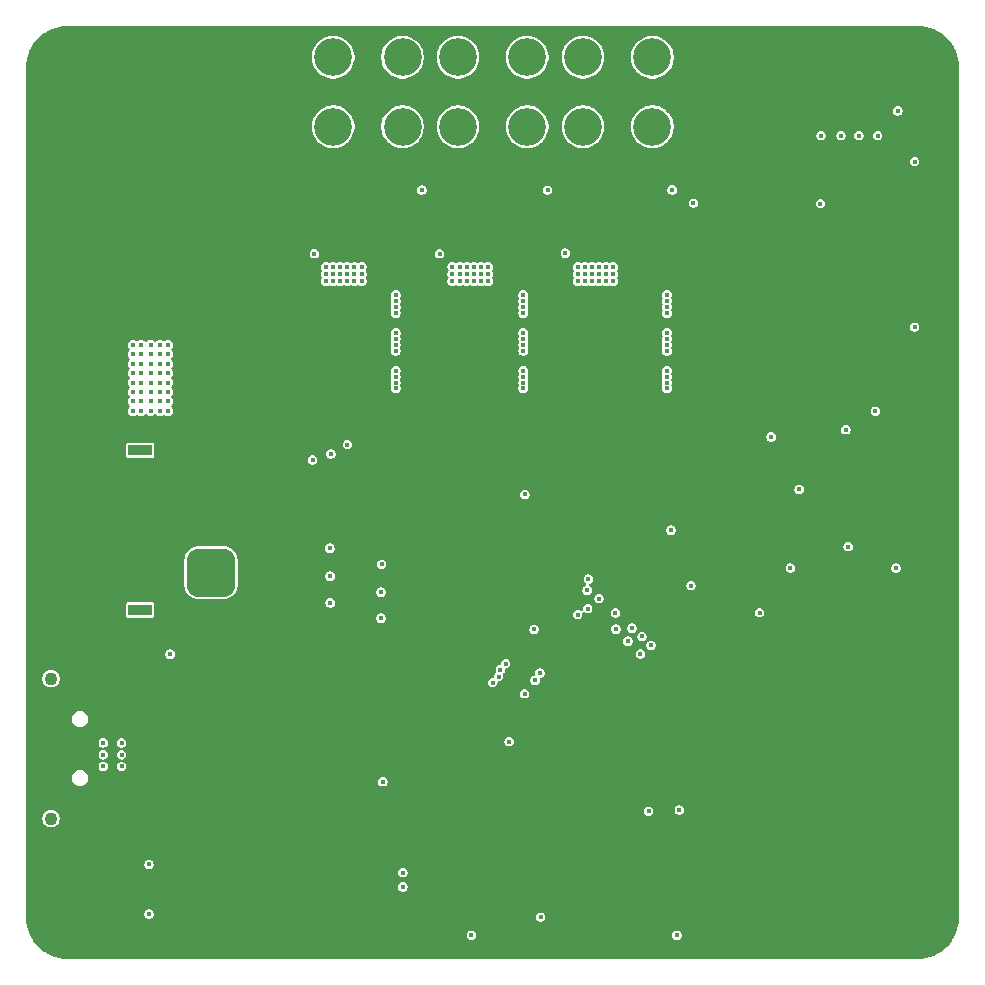
<source format=gbr>
%TF.GenerationSoftware,KiCad,Pcbnew,9.0.6-9.0.6~ubuntu24.04.1*%
%TF.CreationDate,2025-11-20T19:16:13+01:00*%
%TF.ProjectId,FOC_CONTROLLER_V2,464f435f-434f-44e5-9452-4f4c4c45525f,rev?*%
%TF.SameCoordinates,Original*%
%TF.FileFunction,Copper,L2,Inr*%
%TF.FilePolarity,Positive*%
%FSLAX46Y46*%
G04 Gerber Fmt 4.6, Leading zero omitted, Abs format (unit mm)*
G04 Created by KiCad (PCBNEW 9.0.6-9.0.6~ubuntu24.04.1) date 2025-11-20 19:16:13*
%MOMM*%
%LPD*%
G01*
G04 APERTURE LIST*
G04 Aperture macros list*
%AMRoundRect*
0 Rectangle with rounded corners*
0 $1 Rounding radius*
0 $2 $3 $4 $5 $6 $7 $8 $9 X,Y pos of 4 corners*
0 Add a 4 corners polygon primitive as box body*
4,1,4,$2,$3,$4,$5,$6,$7,$8,$9,$2,$3,0*
0 Add four circle primitives for the rounded corners*
1,1,$1+$1,$2,$3*
1,1,$1+$1,$4,$5*
1,1,$1+$1,$6,$7*
1,1,$1+$1,$8,$9*
0 Add four rect primitives between the rounded corners*
20,1,$1+$1,$2,$3,$4,$5,0*
20,1,$1+$1,$4,$5,$6,$7,0*
20,1,$1+$1,$6,$7,$8,$9,0*
20,1,$1+$1,$8,$9,$2,$3,0*%
G04 Aperture macros list end*
%TA.AperFunction,ComponentPad*%
%ADD10C,3.200000*%
%TD*%
%TA.AperFunction,ComponentPad*%
%ADD11C,0.800000*%
%TD*%
%TA.AperFunction,ComponentPad*%
%ADD12C,6.400000*%
%TD*%
%TA.AperFunction,ComponentPad*%
%ADD13C,1.090000*%
%TD*%
%TA.AperFunction,ComponentPad*%
%ADD14R,2.000000X0.900000*%
%TD*%
%TA.AperFunction,ComponentPad*%
%ADD15RoundRect,1.025000X1.025000X-1.025000X1.025000X1.025000X-1.025000X1.025000X-1.025000X-1.025000X0*%
%TD*%
%TA.AperFunction,ComponentPad*%
%ADD16C,4.100000*%
%TD*%
%TA.AperFunction,ViaPad*%
%ADD17C,0.450000*%
%TD*%
%TA.AperFunction,ViaPad*%
%ADD18C,0.400000*%
%TD*%
G04 APERTURE END LIST*
D10*
%TO.N,/OUT1*%
%TO.C,J2*%
X126505000Y-65035000D03*
X132375000Y-65035000D03*
X126505000Y-59165000D03*
X132375000Y-59165000D03*
%TD*%
D11*
%TO.N,GND*%
%TO.C,H4*%
X115100000Y-67000000D03*
X115802944Y-65302944D03*
X115802944Y-68697056D03*
X117500000Y-64600000D03*
D12*
X117500000Y-67000000D03*
D11*
X117500000Y-69400000D03*
X119197056Y-65302944D03*
X119197056Y-68697056D03*
X119900000Y-67000000D03*
%TD*%
D13*
%TO.N,N/C*%
%TO.C,J11*%
X102607500Y-111775000D03*
X102607500Y-123625000D03*
%TD*%
D10*
%TO.N,/OUT2*%
%TO.C,V*%
X137065000Y-65035000D03*
X142935000Y-65035000D03*
X137065000Y-59165000D03*
X142935000Y-59165000D03*
%TD*%
D14*
%TO.N,*%
%TO.C,DC IN*%
X110150000Y-105950000D03*
X110150000Y-92450000D03*
D15*
%TO.N,+48V*%
X116150000Y-102800000D03*
D16*
%TO.N,GND*%
X116150000Y-95600000D03*
%TD*%
D11*
%TO.N,GND*%
%TO.C,RS485*%
X115100000Y-125000000D03*
X115802944Y-123302944D03*
X115802944Y-126697056D03*
X117500000Y-122600000D03*
D12*
X117500000Y-125000000D03*
D11*
X117500000Y-127400000D03*
X119197056Y-123302944D03*
X119197056Y-126697056D03*
X119900000Y-125000000D03*
%TD*%
D10*
%TO.N,/OUT3*%
%TO.C,J4*%
X147655000Y-65035000D03*
X153525000Y-65035000D03*
X147655000Y-59165000D03*
X153525000Y-59165000D03*
%TD*%
D11*
%TO.N,GND*%
%TO.C,H3*%
X160100000Y-67000000D03*
X160802944Y-65302944D03*
X160802944Y-68697056D03*
X162500000Y-64600000D03*
D12*
X162500000Y-67000000D03*
D11*
X162500000Y-69400000D03*
X164197056Y-65302944D03*
X164197056Y-68697056D03*
X164900000Y-67000000D03*
%TD*%
%TO.N,GND*%
%TO.C,H2*%
X160100000Y-125000000D03*
X160802944Y-123302944D03*
X160802944Y-126697056D03*
X162500000Y-122600000D03*
D12*
X162500000Y-125000000D03*
D11*
X162500000Y-127400000D03*
X164197056Y-123302944D03*
X164197056Y-126697056D03*
X164900000Y-125000000D03*
%TD*%
D17*
%TO.N,/OUT1*%
X126250000Y-105350000D03*
D18*
%TO.N,GND*%
X178900000Y-72700000D03*
X170300000Y-57000000D03*
D17*
X135000000Y-80800001D03*
D18*
X114800000Y-135000000D03*
D17*
X139800002Y-104900000D03*
D18*
X178900000Y-108700000D03*
D17*
X140500001Y-102500000D03*
D18*
X167299999Y-135000000D03*
X149332664Y-108674696D03*
X178900000Y-74200000D03*
X141853554Y-96353554D03*
X122300000Y-135000000D03*
X101100000Y-63200000D03*
X140250000Y-116800000D03*
X104300000Y-57000000D03*
X161300000Y-135000000D03*
X135160000Y-97275000D03*
X110300000Y-135000000D03*
X107300000Y-57000000D03*
D17*
X158050000Y-82499999D03*
X111033885Y-74899999D03*
X109533886Y-75700000D03*
D18*
X132800000Y-116000000D03*
D17*
X140500001Y-105700001D03*
X145700000Y-79299999D03*
D18*
X120800000Y-135000000D03*
X167600000Y-91200000D03*
X101100000Y-97700000D03*
D17*
X158050000Y-86700000D03*
X110233885Y-70900001D03*
D18*
X110300000Y-57000000D03*
D17*
X158050000Y-87200000D03*
X112533885Y-74900000D03*
D18*
X123550000Y-62149999D03*
X159800001Y-57000000D03*
X122300000Y-57000000D03*
D17*
X112533884Y-74100000D03*
X145700000Y-80799999D03*
D18*
X178900000Y-95200000D03*
X120800000Y-57000000D03*
D17*
X141300001Y-103300000D03*
D18*
X141100000Y-127300000D03*
X166000000Y-81600000D03*
D17*
X111033885Y-74100000D03*
D18*
X108800001Y-57000000D03*
X154600000Y-113000000D03*
X152300000Y-135000000D03*
X178900000Y-99700000D03*
X101100000Y-112700000D03*
X136660000Y-97275000D03*
X173300000Y-57000000D03*
X168800001Y-135000000D03*
X101100000Y-75200000D03*
D17*
X142800000Y-105700000D03*
D18*
X178900000Y-66700000D03*
D17*
X111833885Y-72500001D03*
D18*
X101100000Y-132200000D03*
X135200000Y-117100000D03*
X101100000Y-78200000D03*
X178900000Y-60700000D03*
D17*
X111033885Y-72500000D03*
D18*
X178900000Y-83200000D03*
X101100000Y-106700000D03*
D17*
X111033885Y-76500000D03*
X109533886Y-71700000D03*
X142800000Y-103300000D03*
X135000000Y-86700000D03*
D18*
X101100000Y-123200000D03*
D17*
X145700000Y-85699998D03*
D18*
X123550000Y-59150002D03*
X167900000Y-78300000D03*
X178900000Y-119200000D03*
X130200000Y-112700000D03*
X111800000Y-57000000D03*
X156450000Y-64250001D03*
D17*
X158050000Y-79299999D03*
D18*
X123550000Y-66650000D03*
X168800001Y-57000000D03*
X120100000Y-121600000D03*
X101100000Y-100700000D03*
D17*
X135000000Y-87200000D03*
X111833884Y-70900001D03*
X141300001Y-104099999D03*
D18*
X178900000Y-68200000D03*
X146800000Y-98900000D03*
X101100000Y-60200000D03*
X178900000Y-120700000D03*
X157800000Y-112900000D03*
X129800000Y-135000000D03*
D17*
X145700000Y-80300000D03*
D18*
X101100000Y-127700000D03*
X158299999Y-57000000D03*
X101100000Y-73700000D03*
X135800001Y-135000000D03*
X161600000Y-96050000D03*
X101100000Y-102200000D03*
X178900000Y-105700000D03*
D17*
X135000000Y-84000000D03*
D18*
X171800000Y-135000000D03*
X158299999Y-135000000D03*
X141800000Y-135000000D03*
X107300000Y-135000000D03*
X153900000Y-102000000D03*
X178900000Y-107200000D03*
X101100000Y-130700000D03*
X178900000Y-71200000D03*
D17*
X139800002Y-103300000D03*
D18*
X174800000Y-135000000D03*
X144000000Y-118500000D03*
X164700000Y-90900000D03*
X156450000Y-59750000D03*
X178900000Y-96700000D03*
D17*
X110233885Y-73300000D03*
D18*
X134299999Y-135000000D03*
X101100000Y-87200000D03*
X101100000Y-93200000D03*
X178900000Y-126700000D03*
X126800001Y-135000000D03*
X131300000Y-135000000D03*
D17*
X139800000Y-104100000D03*
D18*
X167300000Y-57000000D03*
X155900000Y-114200000D03*
X150800001Y-135000000D03*
X101100000Y-90200000D03*
X119300000Y-57000000D03*
X144603554Y-94903554D03*
X134750000Y-99900000D03*
X116299999Y-57000000D03*
X147800000Y-135000000D03*
X131550000Y-99800000D03*
D17*
X142100000Y-105700001D03*
D18*
X172400000Y-86700000D03*
X101100000Y-114200000D03*
D17*
X111033885Y-71700000D03*
D18*
X178900000Y-122200000D03*
D17*
X158050000Y-80799999D03*
D18*
X101100000Y-129200000D03*
D17*
X112533885Y-75700001D03*
D18*
X101100000Y-118700000D03*
X101100000Y-121700000D03*
X178900000Y-102700000D03*
D17*
X111033885Y-70900000D03*
X142100000Y-103300000D03*
D18*
X101100000Y-117200000D03*
X144800001Y-135000000D03*
X101100000Y-82700000D03*
D17*
X111833885Y-73300000D03*
D18*
X178900000Y-128200000D03*
X123550000Y-65149997D03*
D17*
X135000000Y-83500000D03*
D18*
X105800000Y-135000000D03*
D17*
X140500001Y-104900000D03*
D18*
X146300000Y-135000000D03*
X107032500Y-116200000D03*
D17*
X110233885Y-71700000D03*
D18*
X178900000Y-69700000D03*
X105800000Y-57000000D03*
X101100000Y-61700000D03*
D17*
X110233885Y-76500001D03*
X140500001Y-104100000D03*
D18*
X145000000Y-113700000D03*
X143299999Y-135000000D03*
X178900000Y-84700000D03*
X178900000Y-89200000D03*
X174500000Y-108000000D03*
D17*
X111833885Y-75700000D03*
D18*
X123550000Y-60650002D03*
X101100000Y-72200000D03*
D17*
X109533886Y-70900001D03*
X111033885Y-73300001D03*
X112533885Y-73300000D03*
D18*
X133800000Y-114250000D03*
X156450000Y-61250000D03*
X167900000Y-74900000D03*
D17*
X145700000Y-82999999D03*
D18*
X101100000Y-79700000D03*
X178900000Y-87700000D03*
X108800001Y-135000000D03*
X178900000Y-129700000D03*
X101100000Y-96200000D03*
X132450000Y-107850000D03*
X123800000Y-135000000D03*
D17*
X111833885Y-71700000D03*
D18*
X166700000Y-107900000D03*
X155300000Y-135000000D03*
X113775000Y-117700000D03*
D17*
X145700000Y-87200000D03*
X158050000Y-80300000D03*
X135000000Y-82999999D03*
D18*
X140300000Y-135000000D03*
D17*
X141300001Y-104900002D03*
D18*
X101100000Y-70700000D03*
X113300000Y-57000000D03*
X162700000Y-93950000D03*
D17*
X111833884Y-76500001D03*
X109533884Y-74900000D03*
D18*
X101100000Y-66200000D03*
X162800000Y-57000000D03*
X178900000Y-65200000D03*
X150100000Y-104900000D03*
X117800001Y-57000000D03*
X170225000Y-105000000D03*
X151419723Y-110765739D03*
D17*
X145700000Y-79799999D03*
X135000000Y-79299999D03*
X112533884Y-76500000D03*
D18*
X132800000Y-135000000D03*
X101100000Y-84200000D03*
X101100000Y-88700000D03*
X132100000Y-120300000D03*
X101100000Y-108200000D03*
D17*
X109533886Y-74100000D03*
X110233885Y-74900000D03*
D18*
X123550000Y-63649999D03*
D17*
X135000000Y-80300000D03*
D18*
X178900000Y-113200000D03*
D17*
X145700000Y-83500000D03*
D18*
X151800000Y-127100000D03*
X137300000Y-135000000D03*
D17*
X145700000Y-82499999D03*
D18*
X113300000Y-135000000D03*
X178900000Y-116200000D03*
D17*
X135000000Y-86199999D03*
D18*
X101100000Y-64700000D03*
X170300000Y-135000000D03*
X178900000Y-81700000D03*
X101100000Y-69200000D03*
X178900000Y-93700000D03*
X147200000Y-108700000D03*
X178900000Y-78700000D03*
D17*
X110233885Y-74100000D03*
D18*
X101100000Y-91700000D03*
X101100000Y-126200000D03*
D17*
X141300001Y-102500001D03*
D18*
X178900000Y-111700000D03*
X178900000Y-92200000D03*
D17*
X145700000Y-86199999D03*
D18*
X150351992Y-109698008D03*
X147300000Y-122700000D03*
X141800000Y-122300000D03*
D17*
X142100001Y-102500000D03*
D18*
X123550000Y-120600000D03*
X101100000Y-81200000D03*
X178900000Y-125200000D03*
D17*
X112533885Y-71700001D03*
D18*
X111800000Y-135000000D03*
X158350000Y-108950000D03*
X119300000Y-135000000D03*
X101100000Y-124700000D03*
D17*
X141300001Y-105700000D03*
D18*
X101100000Y-85700000D03*
D17*
X112533884Y-70900000D03*
X142800001Y-104900001D03*
D18*
X155100000Y-105600000D03*
D17*
X111833885Y-74900000D03*
D18*
X116299999Y-135000000D03*
X178900000Y-123700000D03*
X123550000Y-57650002D03*
X156450000Y-66100001D03*
X101100000Y-105200000D03*
X117800001Y-135000000D03*
X146300000Y-135000000D03*
X101100000Y-115700000D03*
D17*
X109533884Y-73300000D03*
D18*
X178900000Y-104200000D03*
X101100000Y-103700000D03*
D17*
X110233885Y-75700000D03*
D18*
X158400000Y-70000000D03*
X125299999Y-135000000D03*
D17*
X142800001Y-102500000D03*
X112533884Y-72500000D03*
D18*
X129600000Y-99750000D03*
X101100000Y-99200000D03*
X154400000Y-115800000D03*
D17*
X135000000Y-82500000D03*
D18*
X164300000Y-57000000D03*
X101100000Y-111200000D03*
X153800000Y-135000000D03*
D17*
X135000000Y-79799999D03*
X135000000Y-85700000D03*
D18*
X162800000Y-135000000D03*
D17*
X110233885Y-72500001D03*
D18*
X178900000Y-117700000D03*
X161300000Y-57000000D03*
X101100000Y-109700000D03*
D17*
X140500001Y-103300000D03*
X109533886Y-72500001D03*
D18*
X178900000Y-63700000D03*
X178900000Y-131200000D03*
X156800000Y-135000000D03*
X165800000Y-135000000D03*
D17*
X158050000Y-79799999D03*
D18*
X178900000Y-114700000D03*
D17*
X111033885Y-75700002D03*
D18*
X133750000Y-127450000D03*
X156800000Y-57000000D03*
X178900000Y-77200000D03*
D17*
X142100001Y-104100000D03*
D18*
X178900000Y-62200000D03*
D17*
X158050000Y-86199999D03*
X142800001Y-104100000D03*
D18*
X101100000Y-94700000D03*
D17*
X109533886Y-76500001D03*
X145700000Y-83999999D03*
D18*
X150700000Y-102600000D03*
X178900000Y-98200000D03*
X141400000Y-114400000D03*
D17*
X111833884Y-74100000D03*
D18*
X101100000Y-76700000D03*
X178900000Y-80200000D03*
X159750000Y-93850000D03*
D17*
X158050000Y-85699998D03*
D18*
X101100000Y-90200000D03*
X138500000Y-116950000D03*
X178900000Y-110200000D03*
D17*
X142100001Y-104900000D03*
D18*
X108582500Y-116200000D03*
X159800001Y-135000000D03*
X128300000Y-135000000D03*
X101100000Y-120200000D03*
D17*
X158050000Y-82999999D03*
X145700000Y-86700000D03*
D18*
X171800000Y-57000000D03*
X101100000Y-67700000D03*
X162200000Y-91900000D03*
X178900000Y-75700000D03*
X104300000Y-135000000D03*
D17*
X158050000Y-83999999D03*
D18*
X164300000Y-135000000D03*
X156800000Y-70500000D03*
D17*
X139800002Y-105700001D03*
D18*
X149300000Y-135000000D03*
X173300000Y-135000000D03*
X138800000Y-135000000D03*
X171700000Y-101200000D03*
X154400000Y-123800000D03*
X114800000Y-57000000D03*
X154500000Y-119600000D03*
D17*
X139800000Y-102500000D03*
X158050000Y-83500000D03*
%TO.N,/OUT2*%
X126250001Y-103100000D03*
D18*
%TO.N,+3.3V*%
X167750000Y-71550000D03*
X141400000Y-117100000D03*
X162600000Y-106190001D03*
X155600000Y-133500000D03*
X175725000Y-82000000D03*
X174300000Y-63700000D03*
X151800000Y-107500000D03*
X174150000Y-102400000D03*
X165950000Y-95750000D03*
X152515739Y-109669723D03*
X172400000Y-89125000D03*
X175725000Y-68000000D03*
X144060000Y-131960000D03*
X150428680Y-107578680D03*
X153400000Y-108950000D03*
X151448008Y-108601992D03*
X152650000Y-108200000D03*
X130700000Y-120500000D03*
X165200000Y-102400000D03*
%TO.N,+5V*%
X132400000Y-128200000D03*
X138200000Y-133500000D03*
X107032500Y-119200000D03*
X108582500Y-119200000D03*
X132400000Y-129400000D03*
%TO.N,/NTC*%
X157000000Y-71500000D03*
X142724266Y-96175734D03*
D17*
%TO.N,/OUT3*%
X126200000Y-100750000D03*
D18*
%TO.N,Net-(IC1-PC14)*%
X110900000Y-127500000D03*
X147200000Y-106350000D03*
%TO.N,Net-(IC1-PC15)*%
X110900000Y-131700000D03*
X148050000Y-105850000D03*
%TO.N,/VCP_RX*%
X155800000Y-122900000D03*
X148100000Y-103350000D03*
%TO.N,/NRST*%
X149000000Y-105000000D03*
X156800000Y-103900000D03*
%TO.N,/VCP_TX*%
X148000000Y-104300000D03*
X153200000Y-123000000D03*
%TO.N,Net-(IC1-PB4)*%
X141100000Y-110500000D03*
X169500000Y-65800000D03*
%TO.N,Net-(IC1-PB3)*%
X140645522Y-111017912D03*
X171000000Y-65800000D03*
%TO.N,Net-(IC1-PD2)*%
X172600000Y-65800000D03*
X140500000Y-111600000D03*
%TO.N,/User*%
X150400000Y-106200000D03*
X163575000Y-91300000D03*
%TO.N,Net-(IC1-PB5)*%
X140000000Y-112100000D03*
X167800000Y-65800000D03*
%TO.N,Net-(Q1-G)*%
X127700000Y-91950000D03*
X124900000Y-75800000D03*
%TO.N,Net-(Q2-G)*%
X130550000Y-104450000D03*
X144650000Y-70400000D03*
%TO.N,Net-(Q3-G)*%
X130550000Y-106650000D03*
X134000000Y-70400000D03*
%TO.N,Net-(Q4-G)*%
X135500000Y-75800000D03*
X126300000Y-92750000D03*
%TO.N,Net-(Q5-G)*%
X130600000Y-102100000D03*
X155200000Y-70393000D03*
%TO.N,Net-(Q6-G)*%
X146150000Y-75750000D03*
X124750000Y-93250000D03*
D17*
%TO.N,+48V*%
X142600000Y-86700000D03*
X154750000Y-86199999D03*
X111033885Y-86699999D03*
X154750000Y-84000000D03*
X142600000Y-79799999D03*
X154750000Y-80300000D03*
X112533885Y-87500001D03*
X111833885Y-85100000D03*
X112533884Y-85900000D03*
X154750000Y-79299999D03*
X109533884Y-85100000D03*
X142600000Y-83500000D03*
X142600000Y-80300000D03*
X112533885Y-86700000D03*
X131800000Y-80299999D03*
X131800000Y-79799998D03*
X111833885Y-83500000D03*
X112533885Y-85100000D03*
X131800000Y-79299998D03*
X154750000Y-82499998D03*
X111833885Y-87500000D03*
X111033885Y-85900000D03*
X131800000Y-84000000D03*
X142600000Y-86199999D03*
X131800000Y-83499999D03*
X131800000Y-82999998D03*
X112533885Y-83500001D03*
X110233885Y-89100000D03*
X109533886Y-85900000D03*
D18*
X155100000Y-99200000D03*
D17*
X111033885Y-87500002D03*
X131800000Y-85699999D03*
X154750000Y-87200000D03*
X109533886Y-83500000D03*
X154750000Y-85699998D03*
X110233885Y-86700000D03*
X154750000Y-80799999D03*
X111033885Y-89100000D03*
X109533886Y-84300001D03*
X111833885Y-89100000D03*
D18*
X143500000Y-107600000D03*
D17*
X110233885Y-87500000D03*
X142600000Y-87200000D03*
X111833885Y-84300001D03*
X109533886Y-88300001D03*
X111833884Y-88300001D03*
X111833885Y-86700000D03*
X131800000Y-86699999D03*
X109533886Y-87500000D03*
X154750000Y-86700000D03*
X110233885Y-88300001D03*
X142600000Y-82499998D03*
X154750000Y-83500000D03*
X142600000Y-80799999D03*
X111833884Y-85900000D03*
X110233885Y-85900000D03*
X111033885Y-84300000D03*
X112533885Y-89100001D03*
X142600000Y-84000000D03*
X110233885Y-85100000D03*
X112533884Y-84300000D03*
X111033885Y-88300000D03*
X109533886Y-89100000D03*
X110233885Y-83500000D03*
X142600000Y-82999999D03*
D18*
X112700000Y-109700000D03*
D17*
X131800000Y-82499998D03*
X111033885Y-85100001D03*
X110233885Y-84300001D03*
X131800000Y-87199999D03*
X142600000Y-79299999D03*
X109533884Y-86700000D03*
X154750000Y-79799999D03*
X112533884Y-88300000D03*
X131800000Y-86199998D03*
X142600000Y-85699998D03*
D18*
X142700000Y-113050001D03*
D17*
X111033885Y-83500000D03*
X154750000Y-82999999D03*
X131800000Y-80800000D03*
D18*
%TO.N,/L_SW_1*%
X169900000Y-90700000D03*
X144000000Y-111300000D03*
%TO.N,/L_SW_2*%
X143600000Y-111900000D03*
X170100000Y-100600000D03*
%TO.N,/B*%
X108582500Y-118200000D03*
X107032500Y-118200000D03*
%TO.N,/A*%
X107032500Y-117200000D03*
X108582500Y-117200000D03*
D17*
%TO.N,Net-(Q1-S-Pad1)*%
X125900000Y-78100000D03*
X125900000Y-77500000D03*
X126500000Y-78100000D03*
X126500000Y-77500000D03*
X128900000Y-78100000D03*
X127700000Y-77500000D03*
X127100000Y-76900000D03*
X126500000Y-76900000D03*
X128900000Y-77500000D03*
X125900000Y-76900000D03*
X127100000Y-78100000D03*
X128900000Y-76900000D03*
X127700000Y-78100000D03*
X127700000Y-76900000D03*
X128300000Y-76900000D03*
X128300000Y-78100000D03*
X128300000Y-77500000D03*
X127100000Y-77500000D03*
%TO.N,Net-(Q4-S-Pad1)*%
X138400000Y-78100000D03*
X138400000Y-76900000D03*
X136600000Y-78100000D03*
X139600000Y-76900000D03*
X137200000Y-77500000D03*
X137800000Y-77500000D03*
X139600000Y-77500000D03*
X139000000Y-78100000D03*
X136600000Y-77500000D03*
X139000000Y-77500000D03*
X137200000Y-76900000D03*
X139600000Y-78100000D03*
X138400000Y-77500000D03*
X136600000Y-76900000D03*
X137800000Y-76900000D03*
X139000000Y-76900000D03*
X137800000Y-78100000D03*
X137200000Y-78100000D03*
%TO.N,Net-(Q6-S-Pad1)*%
X150200000Y-77500000D03*
X148400000Y-77500000D03*
X148400000Y-78100000D03*
X149000000Y-78100000D03*
X147200000Y-76900000D03*
X149000000Y-76900000D03*
X147800000Y-77500000D03*
X149600000Y-77500000D03*
X149600000Y-78100000D03*
X147800000Y-76900000D03*
X147200000Y-77500000D03*
X149000000Y-77500000D03*
X149600000Y-76900000D03*
X148400000Y-76900000D03*
X150200000Y-76900000D03*
X147200000Y-78100000D03*
X147800000Y-78100000D03*
X150200000Y-78100000D03*
%TD*%
%TA.AperFunction,Conductor*%
%TO.N,GND*%
G36*
X176003032Y-56500648D02*
G01*
X176336929Y-56517052D01*
X176349037Y-56518245D01*
X176452146Y-56533539D01*
X176676699Y-56566849D01*
X176688617Y-56569219D01*
X177009951Y-56649709D01*
X177021588Y-56653240D01*
X177092806Y-56678722D01*
X177333467Y-56764832D01*
X177344688Y-56769479D01*
X177644163Y-56911120D01*
X177654871Y-56916844D01*
X177938988Y-57087137D01*
X177949106Y-57093897D01*
X178215170Y-57291224D01*
X178224576Y-57298944D01*
X178470013Y-57521395D01*
X178478604Y-57529986D01*
X178600726Y-57664727D01*
X178701055Y-57775423D01*
X178708775Y-57784829D01*
X178906102Y-58050893D01*
X178912862Y-58061011D01*
X179041776Y-58276092D01*
X179083148Y-58345116D01*
X179088883Y-58355844D01*
X179094132Y-58366943D01*
X179230514Y-58655297D01*
X179235170Y-58666540D01*
X179346759Y-58978411D01*
X179350292Y-58990055D01*
X179430777Y-59311369D01*
X179433151Y-59323305D01*
X179481754Y-59650962D01*
X179482947Y-59663071D01*
X179499351Y-59996966D01*
X179499500Y-60003051D01*
X179499500Y-131996948D01*
X179499351Y-132003033D01*
X179482947Y-132336928D01*
X179481754Y-132349037D01*
X179433151Y-132676694D01*
X179430777Y-132688630D01*
X179350292Y-133009944D01*
X179346759Y-133021588D01*
X179235170Y-133333459D01*
X179230514Y-133344702D01*
X179088885Y-133644151D01*
X179083148Y-133654883D01*
X178912862Y-133938988D01*
X178906102Y-133949106D01*
X178708775Y-134215170D01*
X178701055Y-134224576D01*
X178478611Y-134470006D01*
X178470006Y-134478611D01*
X178224576Y-134701055D01*
X178215170Y-134708775D01*
X177949106Y-134906102D01*
X177938988Y-134912862D01*
X177654883Y-135083148D01*
X177644151Y-135088885D01*
X177344702Y-135230514D01*
X177333459Y-135235170D01*
X177021588Y-135346759D01*
X177009944Y-135350292D01*
X176688630Y-135430777D01*
X176676694Y-135433151D01*
X176349037Y-135481754D01*
X176336928Y-135482947D01*
X176021989Y-135498419D01*
X176003031Y-135499351D01*
X175996949Y-135499500D01*
X104003051Y-135499500D01*
X103996968Y-135499351D01*
X103976900Y-135498365D01*
X103663071Y-135482947D01*
X103650962Y-135481754D01*
X103323305Y-135433151D01*
X103311369Y-135430777D01*
X102990055Y-135350292D01*
X102978411Y-135346759D01*
X102666540Y-135235170D01*
X102655301Y-135230515D01*
X102355844Y-135088883D01*
X102345121Y-135083150D01*
X102061011Y-134912862D01*
X102050893Y-134906102D01*
X101784829Y-134708775D01*
X101775423Y-134701055D01*
X101736475Y-134665755D01*
X101529986Y-134478604D01*
X101521395Y-134470013D01*
X101298944Y-134224576D01*
X101291224Y-134215170D01*
X101093897Y-133949106D01*
X101087137Y-133938988D01*
X100916844Y-133654871D01*
X100911120Y-133644163D01*
X100817998Y-133447273D01*
X137799500Y-133447273D01*
X137799500Y-133552727D01*
X137826793Y-133654587D01*
X137879520Y-133745913D01*
X137954087Y-133820480D01*
X138045413Y-133873207D01*
X138147273Y-133900500D01*
X138147275Y-133900500D01*
X138252725Y-133900500D01*
X138252727Y-133900500D01*
X138354587Y-133873207D01*
X138445913Y-133820480D01*
X138520480Y-133745913D01*
X138573207Y-133654587D01*
X138600500Y-133552727D01*
X138600500Y-133447273D01*
X155199500Y-133447273D01*
X155199500Y-133552727D01*
X155226793Y-133654587D01*
X155279520Y-133745913D01*
X155354087Y-133820480D01*
X155445413Y-133873207D01*
X155547273Y-133900500D01*
X155547275Y-133900500D01*
X155652725Y-133900500D01*
X155652727Y-133900500D01*
X155754587Y-133873207D01*
X155845913Y-133820480D01*
X155920480Y-133745913D01*
X155973207Y-133654587D01*
X156000500Y-133552727D01*
X156000500Y-133447273D01*
X155973207Y-133345413D01*
X155920480Y-133254087D01*
X155845913Y-133179520D01*
X155754587Y-133126793D01*
X155652727Y-133099500D01*
X155547273Y-133099500D01*
X155445413Y-133126793D01*
X155445410Y-133126794D01*
X155354085Y-133179521D01*
X155279521Y-133254085D01*
X155226794Y-133345410D01*
X155226793Y-133345413D01*
X155199500Y-133447273D01*
X138600500Y-133447273D01*
X138573207Y-133345413D01*
X138520480Y-133254087D01*
X138445913Y-133179520D01*
X138354587Y-133126793D01*
X138252727Y-133099500D01*
X138147273Y-133099500D01*
X138045413Y-133126793D01*
X138045410Y-133126794D01*
X137954085Y-133179521D01*
X137879521Y-133254085D01*
X137826794Y-133345410D01*
X137826793Y-133345413D01*
X137799500Y-133447273D01*
X100817998Y-133447273D01*
X100769479Y-133344688D01*
X100764829Y-133333459D01*
X100736429Y-133254087D01*
X100653240Y-133021588D01*
X100649707Y-133009944D01*
X100640958Y-132975015D01*
X100569219Y-132688617D01*
X100566848Y-132676694D01*
X100518245Y-132349037D01*
X100517052Y-132336927D01*
X100500649Y-132003032D01*
X100500500Y-131996948D01*
X100500500Y-131647273D01*
X110499500Y-131647273D01*
X110499500Y-131752727D01*
X110526793Y-131854587D01*
X110579520Y-131945913D01*
X110654087Y-132020480D01*
X110745413Y-132073207D01*
X110847273Y-132100500D01*
X110847275Y-132100500D01*
X110952725Y-132100500D01*
X110952727Y-132100500D01*
X111054587Y-132073207D01*
X111145913Y-132020480D01*
X111220480Y-131945913D01*
X111242789Y-131907273D01*
X143659500Y-131907273D01*
X143659500Y-132012727D01*
X143686793Y-132114587D01*
X143739520Y-132205913D01*
X143814087Y-132280480D01*
X143905413Y-132333207D01*
X144007273Y-132360500D01*
X144007275Y-132360500D01*
X144112725Y-132360500D01*
X144112727Y-132360500D01*
X144214587Y-132333207D01*
X144305913Y-132280480D01*
X144380480Y-132205913D01*
X144433207Y-132114587D01*
X144460500Y-132012727D01*
X144460500Y-131907273D01*
X144433207Y-131805413D01*
X144380480Y-131714087D01*
X144305913Y-131639520D01*
X144214587Y-131586793D01*
X144112727Y-131559500D01*
X144007273Y-131559500D01*
X143905413Y-131586793D01*
X143905410Y-131586794D01*
X143814085Y-131639521D01*
X143739521Y-131714085D01*
X143686794Y-131805410D01*
X143686793Y-131805413D01*
X143659500Y-131907273D01*
X111242789Y-131907273D01*
X111273207Y-131854587D01*
X111300500Y-131752727D01*
X111300500Y-131647273D01*
X111273207Y-131545413D01*
X111220480Y-131454087D01*
X111145913Y-131379520D01*
X111054587Y-131326793D01*
X110952727Y-131299500D01*
X110847273Y-131299500D01*
X110745413Y-131326793D01*
X110745410Y-131326794D01*
X110654085Y-131379521D01*
X110579521Y-131454085D01*
X110526794Y-131545410D01*
X110526793Y-131545413D01*
X110499500Y-131647273D01*
X100500500Y-131647273D01*
X100500500Y-129347273D01*
X131999500Y-129347273D01*
X131999500Y-129452727D01*
X132026793Y-129554587D01*
X132079520Y-129645913D01*
X132154087Y-129720480D01*
X132245413Y-129773207D01*
X132347273Y-129800500D01*
X132347275Y-129800500D01*
X132452725Y-129800500D01*
X132452727Y-129800500D01*
X132554587Y-129773207D01*
X132645913Y-129720480D01*
X132720480Y-129645913D01*
X132773207Y-129554587D01*
X132800500Y-129452727D01*
X132800500Y-129347273D01*
X132773207Y-129245413D01*
X132720480Y-129154087D01*
X132645913Y-129079520D01*
X132554587Y-129026793D01*
X132452727Y-128999500D01*
X132347273Y-128999500D01*
X132245413Y-129026793D01*
X132245410Y-129026794D01*
X132154085Y-129079521D01*
X132079521Y-129154085D01*
X132026794Y-129245410D01*
X132026793Y-129245413D01*
X131999500Y-129347273D01*
X100500500Y-129347273D01*
X100500500Y-128147273D01*
X131999500Y-128147273D01*
X131999500Y-128252727D01*
X132026793Y-128354587D01*
X132079520Y-128445913D01*
X132154087Y-128520480D01*
X132245413Y-128573207D01*
X132347273Y-128600500D01*
X132347275Y-128600500D01*
X132452725Y-128600500D01*
X132452727Y-128600500D01*
X132554587Y-128573207D01*
X132645913Y-128520480D01*
X132720480Y-128445913D01*
X132773207Y-128354587D01*
X132800500Y-128252727D01*
X132800500Y-128147273D01*
X132773207Y-128045413D01*
X132720480Y-127954087D01*
X132645913Y-127879520D01*
X132554587Y-127826793D01*
X132452727Y-127799500D01*
X132347273Y-127799500D01*
X132245413Y-127826793D01*
X132245410Y-127826794D01*
X132154085Y-127879521D01*
X132079521Y-127954085D01*
X132026794Y-128045410D01*
X132026793Y-128045413D01*
X131999500Y-128147273D01*
X100500500Y-128147273D01*
X100500500Y-127447273D01*
X110499500Y-127447273D01*
X110499500Y-127552727D01*
X110526793Y-127654587D01*
X110579520Y-127745913D01*
X110654087Y-127820480D01*
X110745413Y-127873207D01*
X110847273Y-127900500D01*
X110847275Y-127900500D01*
X110952725Y-127900500D01*
X110952727Y-127900500D01*
X111054587Y-127873207D01*
X111145913Y-127820480D01*
X111220480Y-127745913D01*
X111273207Y-127654587D01*
X111300500Y-127552727D01*
X111300500Y-127447273D01*
X111273207Y-127345413D01*
X111220480Y-127254087D01*
X111145913Y-127179520D01*
X111054587Y-127126793D01*
X110952727Y-127099500D01*
X110847273Y-127099500D01*
X110745413Y-127126793D01*
X110745410Y-127126794D01*
X110654085Y-127179521D01*
X110579521Y-127254085D01*
X110526794Y-127345410D01*
X110526793Y-127345413D01*
X110499500Y-127447273D01*
X100500500Y-127447273D01*
X100500500Y-123551570D01*
X101862000Y-123551570D01*
X101862000Y-123698429D01*
X101890647Y-123842446D01*
X101890649Y-123842454D01*
X101946845Y-123978124D01*
X101946850Y-123978133D01*
X102028431Y-124100227D01*
X102028434Y-124100231D01*
X102132268Y-124204065D01*
X102132272Y-124204068D01*
X102254366Y-124285649D01*
X102254372Y-124285652D01*
X102254373Y-124285653D01*
X102390046Y-124341851D01*
X102534070Y-124370499D01*
X102534074Y-124370500D01*
X102534075Y-124370500D01*
X102680926Y-124370500D01*
X102680927Y-124370499D01*
X102824954Y-124341851D01*
X102960627Y-124285653D01*
X103082728Y-124204068D01*
X103186568Y-124100228D01*
X103268153Y-123978127D01*
X103324351Y-123842454D01*
X103353000Y-123698425D01*
X103353000Y-123551575D01*
X103324351Y-123407546D01*
X103268153Y-123271873D01*
X103268152Y-123271872D01*
X103268149Y-123271866D01*
X103186568Y-123149772D01*
X103186565Y-123149768D01*
X103082731Y-123045934D01*
X103082727Y-123045931D01*
X103077215Y-123042248D01*
X102960633Y-122964350D01*
X102960624Y-122964345D01*
X102919408Y-122947273D01*
X152799500Y-122947273D01*
X152799500Y-123052727D01*
X152826793Y-123154587D01*
X152879520Y-123245913D01*
X152954087Y-123320480D01*
X153045413Y-123373207D01*
X153147273Y-123400500D01*
X153147275Y-123400500D01*
X153252725Y-123400500D01*
X153252727Y-123400500D01*
X153354587Y-123373207D01*
X153445913Y-123320480D01*
X153520480Y-123245913D01*
X153573207Y-123154587D01*
X153600500Y-123052727D01*
X153600500Y-122947273D01*
X153573705Y-122847273D01*
X155399500Y-122847273D01*
X155399500Y-122952727D01*
X155426793Y-123054587D01*
X155479520Y-123145913D01*
X155554087Y-123220480D01*
X155645413Y-123273207D01*
X155747273Y-123300500D01*
X155747275Y-123300500D01*
X155852725Y-123300500D01*
X155852727Y-123300500D01*
X155954587Y-123273207D01*
X156045913Y-123220480D01*
X156120480Y-123145913D01*
X156173207Y-123054587D01*
X156200500Y-122952727D01*
X156200500Y-122847273D01*
X156173207Y-122745413D01*
X156120480Y-122654087D01*
X156045913Y-122579520D01*
X155954587Y-122526793D01*
X155852727Y-122499500D01*
X155747273Y-122499500D01*
X155645413Y-122526793D01*
X155645410Y-122526794D01*
X155554085Y-122579521D01*
X155479521Y-122654085D01*
X155426794Y-122745410D01*
X155426793Y-122745413D01*
X155399500Y-122847273D01*
X153573705Y-122847273D01*
X153573207Y-122845413D01*
X153520480Y-122754087D01*
X153445913Y-122679520D01*
X153354587Y-122626793D01*
X153252727Y-122599500D01*
X153147273Y-122599500D01*
X153045413Y-122626793D01*
X153045410Y-122626794D01*
X152954085Y-122679521D01*
X152879521Y-122754085D01*
X152826794Y-122845410D01*
X152826794Y-122845411D01*
X152826793Y-122845413D01*
X152799500Y-122947273D01*
X102919408Y-122947273D01*
X102824954Y-122908149D01*
X102824946Y-122908147D01*
X102680929Y-122879500D01*
X102680925Y-122879500D01*
X102534075Y-122879500D01*
X102534070Y-122879500D01*
X102390053Y-122908147D01*
X102390045Y-122908149D01*
X102254375Y-122964345D01*
X102254366Y-122964350D01*
X102132272Y-123045931D01*
X102132268Y-123045934D01*
X102028434Y-123149768D01*
X102028431Y-123149772D01*
X101946850Y-123271866D01*
X101946845Y-123271875D01*
X101890649Y-123407545D01*
X101890647Y-123407553D01*
X101862000Y-123551570D01*
X100500500Y-123551570D01*
X100500500Y-120268503D01*
X104361999Y-120268503D01*
X104388726Y-120402864D01*
X104388729Y-120402874D01*
X104441152Y-120529436D01*
X104441159Y-120529449D01*
X104517269Y-120643354D01*
X104517272Y-120643358D01*
X104614141Y-120740227D01*
X104614145Y-120740230D01*
X104728050Y-120816340D01*
X104728063Y-120816347D01*
X104854625Y-120868770D01*
X104854630Y-120868772D01*
X104854634Y-120868772D01*
X104854635Y-120868773D01*
X104988996Y-120895500D01*
X104988999Y-120895500D01*
X105126003Y-120895500D01*
X105238084Y-120873205D01*
X105260370Y-120868772D01*
X105386943Y-120816344D01*
X105500855Y-120740230D01*
X105597730Y-120643355D01*
X105673844Y-120529443D01*
X105707880Y-120447273D01*
X130299500Y-120447273D01*
X130299500Y-120552727D01*
X130326793Y-120654587D01*
X130379520Y-120745913D01*
X130454087Y-120820480D01*
X130545413Y-120873207D01*
X130647273Y-120900500D01*
X130647275Y-120900500D01*
X130752725Y-120900500D01*
X130752727Y-120900500D01*
X130854587Y-120873207D01*
X130945913Y-120820480D01*
X131020480Y-120745913D01*
X131073207Y-120654587D01*
X131100500Y-120552727D01*
X131100500Y-120447273D01*
X131073207Y-120345413D01*
X131020480Y-120254087D01*
X130945913Y-120179520D01*
X130854587Y-120126793D01*
X130752727Y-120099500D01*
X130647273Y-120099500D01*
X130545413Y-120126793D01*
X130545410Y-120126794D01*
X130454085Y-120179521D01*
X130379521Y-120254085D01*
X130326794Y-120345410D01*
X130326793Y-120345413D01*
X130299500Y-120447273D01*
X105707880Y-120447273D01*
X105726272Y-120402870D01*
X105753000Y-120268501D01*
X105753000Y-120131499D01*
X105753000Y-120131496D01*
X105726273Y-119997135D01*
X105726272Y-119997134D01*
X105726272Y-119997130D01*
X105726270Y-119997125D01*
X105673847Y-119870563D01*
X105673840Y-119870550D01*
X105597730Y-119756645D01*
X105597727Y-119756641D01*
X105500858Y-119659772D01*
X105500854Y-119659769D01*
X105386949Y-119583659D01*
X105386936Y-119583652D01*
X105260374Y-119531229D01*
X105260364Y-119531226D01*
X105126003Y-119504500D01*
X105126001Y-119504500D01*
X104988999Y-119504500D01*
X104988997Y-119504500D01*
X104854635Y-119531226D01*
X104854625Y-119531229D01*
X104728063Y-119583652D01*
X104728050Y-119583659D01*
X104614145Y-119659769D01*
X104614141Y-119659772D01*
X104517272Y-119756641D01*
X104517269Y-119756645D01*
X104441159Y-119870550D01*
X104441152Y-119870563D01*
X104388729Y-119997125D01*
X104388726Y-119997135D01*
X104362000Y-120131496D01*
X104362000Y-120131499D01*
X104362000Y-120268501D01*
X104362000Y-120268503D01*
X104361999Y-120268503D01*
X100500500Y-120268503D01*
X100500500Y-117147273D01*
X106632000Y-117147273D01*
X106632000Y-117252727D01*
X106659293Y-117354587D01*
X106712020Y-117445913D01*
X106786587Y-117520480D01*
X106877913Y-117573207D01*
X106904106Y-117580225D01*
X106963767Y-117616590D01*
X106994296Y-117679437D01*
X106986001Y-117748812D01*
X106941516Y-117802690D01*
X106904107Y-117819774D01*
X106877917Y-117826792D01*
X106877913Y-117826793D01*
X106877910Y-117826794D01*
X106786585Y-117879521D01*
X106712021Y-117954085D01*
X106659294Y-118045410D01*
X106659293Y-118045413D01*
X106632000Y-118147273D01*
X106632000Y-118252727D01*
X106659293Y-118354587D01*
X106712020Y-118445913D01*
X106786587Y-118520480D01*
X106877913Y-118573207D01*
X106904106Y-118580225D01*
X106963767Y-118616590D01*
X106994296Y-118679437D01*
X106986001Y-118748812D01*
X106941516Y-118802690D01*
X106904107Y-118819774D01*
X106877917Y-118826792D01*
X106877913Y-118826793D01*
X106877910Y-118826794D01*
X106786585Y-118879521D01*
X106712021Y-118954085D01*
X106659294Y-119045410D01*
X106659293Y-119045413D01*
X106632000Y-119147273D01*
X106632000Y-119252727D01*
X106659293Y-119354587D01*
X106712020Y-119445913D01*
X106786587Y-119520480D01*
X106877913Y-119573207D01*
X106979773Y-119600500D01*
X106979775Y-119600500D01*
X107085225Y-119600500D01*
X107085227Y-119600500D01*
X107187087Y-119573207D01*
X107278413Y-119520480D01*
X107352980Y-119445913D01*
X107405707Y-119354587D01*
X107433000Y-119252727D01*
X107433000Y-119147273D01*
X107405707Y-119045413D01*
X107352980Y-118954087D01*
X107278413Y-118879520D01*
X107187087Y-118826793D01*
X107187085Y-118826792D01*
X107171479Y-118822611D01*
X107160893Y-118819774D01*
X107101233Y-118783411D01*
X107070703Y-118720564D01*
X107078997Y-118651188D01*
X107123482Y-118597310D01*
X107160892Y-118580225D01*
X107187087Y-118573207D01*
X107278413Y-118520480D01*
X107352980Y-118445913D01*
X107405707Y-118354587D01*
X107433000Y-118252727D01*
X107433000Y-118147273D01*
X107405707Y-118045413D01*
X107352980Y-117954087D01*
X107278413Y-117879520D01*
X107187087Y-117826793D01*
X107187085Y-117826792D01*
X107171479Y-117822611D01*
X107160893Y-117819774D01*
X107101233Y-117783411D01*
X107070703Y-117720564D01*
X107078997Y-117651188D01*
X107123482Y-117597310D01*
X107160892Y-117580225D01*
X107187087Y-117573207D01*
X107278413Y-117520480D01*
X107352980Y-117445913D01*
X107405707Y-117354587D01*
X107433000Y-117252727D01*
X107433000Y-117147273D01*
X108182000Y-117147273D01*
X108182000Y-117252727D01*
X108209293Y-117354587D01*
X108262020Y-117445913D01*
X108336587Y-117520480D01*
X108427913Y-117573207D01*
X108454106Y-117580225D01*
X108513767Y-117616590D01*
X108544296Y-117679437D01*
X108536001Y-117748812D01*
X108491516Y-117802690D01*
X108454107Y-117819774D01*
X108427917Y-117826792D01*
X108427913Y-117826793D01*
X108427910Y-117826794D01*
X108336585Y-117879521D01*
X108262021Y-117954085D01*
X108209294Y-118045410D01*
X108209293Y-118045413D01*
X108182000Y-118147273D01*
X108182000Y-118252727D01*
X108209293Y-118354587D01*
X108262020Y-118445913D01*
X108336587Y-118520480D01*
X108427913Y-118573207D01*
X108454106Y-118580225D01*
X108513767Y-118616590D01*
X108544296Y-118679437D01*
X108536001Y-118748812D01*
X108491516Y-118802690D01*
X108454107Y-118819774D01*
X108427917Y-118826792D01*
X108427913Y-118826793D01*
X108427910Y-118826794D01*
X108336585Y-118879521D01*
X108262021Y-118954085D01*
X108209294Y-119045410D01*
X108209293Y-119045413D01*
X108182000Y-119147273D01*
X108182000Y-119252727D01*
X108209293Y-119354587D01*
X108262020Y-119445913D01*
X108336587Y-119520480D01*
X108427913Y-119573207D01*
X108529773Y-119600500D01*
X108529775Y-119600500D01*
X108635225Y-119600500D01*
X108635227Y-119600500D01*
X108737087Y-119573207D01*
X108828413Y-119520480D01*
X108902980Y-119445913D01*
X108955707Y-119354587D01*
X108983000Y-119252727D01*
X108983000Y-119147273D01*
X108955707Y-119045413D01*
X108902980Y-118954087D01*
X108828413Y-118879520D01*
X108737087Y-118826793D01*
X108737085Y-118826792D01*
X108721479Y-118822611D01*
X108710893Y-118819774D01*
X108651233Y-118783411D01*
X108620703Y-118720564D01*
X108628997Y-118651188D01*
X108673482Y-118597310D01*
X108710892Y-118580225D01*
X108737087Y-118573207D01*
X108828413Y-118520480D01*
X108902980Y-118445913D01*
X108955707Y-118354587D01*
X108983000Y-118252727D01*
X108983000Y-118147273D01*
X108955707Y-118045413D01*
X108902980Y-117954087D01*
X108828413Y-117879520D01*
X108737087Y-117826793D01*
X108737085Y-117826792D01*
X108721479Y-117822611D01*
X108710893Y-117819774D01*
X108651233Y-117783411D01*
X108620703Y-117720564D01*
X108628997Y-117651188D01*
X108673482Y-117597310D01*
X108710892Y-117580225D01*
X108737087Y-117573207D01*
X108828413Y-117520480D01*
X108902980Y-117445913D01*
X108955707Y-117354587D01*
X108983000Y-117252727D01*
X108983000Y-117147273D01*
X108956205Y-117047273D01*
X140999500Y-117047273D01*
X140999500Y-117152727D01*
X141026793Y-117254587D01*
X141079520Y-117345913D01*
X141154087Y-117420480D01*
X141245413Y-117473207D01*
X141347273Y-117500500D01*
X141347275Y-117500500D01*
X141452725Y-117500500D01*
X141452727Y-117500500D01*
X141554587Y-117473207D01*
X141645913Y-117420480D01*
X141720480Y-117345913D01*
X141773207Y-117254587D01*
X141800500Y-117152727D01*
X141800500Y-117047273D01*
X141773207Y-116945413D01*
X141720480Y-116854087D01*
X141645913Y-116779520D01*
X141554587Y-116726793D01*
X141452727Y-116699500D01*
X141347273Y-116699500D01*
X141245413Y-116726793D01*
X141245410Y-116726794D01*
X141154085Y-116779521D01*
X141079521Y-116854085D01*
X141026794Y-116945410D01*
X141026793Y-116945413D01*
X140999500Y-117047273D01*
X108956205Y-117047273D01*
X108955707Y-117045413D01*
X108902980Y-116954087D01*
X108828413Y-116879520D01*
X108737087Y-116826793D01*
X108635227Y-116799500D01*
X108529773Y-116799500D01*
X108427913Y-116826793D01*
X108427910Y-116826794D01*
X108336585Y-116879521D01*
X108262021Y-116954085D01*
X108209294Y-117045410D01*
X108209294Y-117045411D01*
X108209293Y-117045413D01*
X108182000Y-117147273D01*
X107433000Y-117147273D01*
X107405707Y-117045413D01*
X107352980Y-116954087D01*
X107278413Y-116879520D01*
X107187087Y-116826793D01*
X107085227Y-116799500D01*
X106979773Y-116799500D01*
X106877913Y-116826793D01*
X106877910Y-116826794D01*
X106786585Y-116879521D01*
X106712021Y-116954085D01*
X106659294Y-117045410D01*
X106659294Y-117045411D01*
X106659293Y-117045413D01*
X106632000Y-117147273D01*
X100500500Y-117147273D01*
X100500500Y-115268503D01*
X104361999Y-115268503D01*
X104388726Y-115402864D01*
X104388729Y-115402874D01*
X104441152Y-115529436D01*
X104441159Y-115529449D01*
X104517269Y-115643354D01*
X104517272Y-115643358D01*
X104614141Y-115740227D01*
X104614145Y-115740230D01*
X104728050Y-115816340D01*
X104728063Y-115816347D01*
X104854625Y-115868770D01*
X104854630Y-115868772D01*
X104854634Y-115868772D01*
X104854635Y-115868773D01*
X104988996Y-115895500D01*
X104988999Y-115895500D01*
X105126003Y-115895500D01*
X105216398Y-115877518D01*
X105260370Y-115868772D01*
X105386943Y-115816344D01*
X105500855Y-115740230D01*
X105597730Y-115643355D01*
X105673844Y-115529443D01*
X105726272Y-115402870D01*
X105753000Y-115268501D01*
X105753000Y-115131499D01*
X105753000Y-115131496D01*
X105726273Y-114997135D01*
X105726272Y-114997134D01*
X105726272Y-114997130D01*
X105726270Y-114997125D01*
X105673847Y-114870563D01*
X105673840Y-114870550D01*
X105597730Y-114756645D01*
X105597727Y-114756641D01*
X105500858Y-114659772D01*
X105500854Y-114659769D01*
X105386949Y-114583659D01*
X105386936Y-114583652D01*
X105260374Y-114531229D01*
X105260364Y-114531226D01*
X105126003Y-114504500D01*
X105126001Y-114504500D01*
X104988999Y-114504500D01*
X104988997Y-114504500D01*
X104854635Y-114531226D01*
X104854625Y-114531229D01*
X104728063Y-114583652D01*
X104728050Y-114583659D01*
X104614145Y-114659769D01*
X104614141Y-114659772D01*
X104517272Y-114756641D01*
X104517269Y-114756645D01*
X104441159Y-114870550D01*
X104441152Y-114870563D01*
X104388729Y-114997125D01*
X104388726Y-114997135D01*
X104362000Y-115131496D01*
X104362000Y-115131499D01*
X104362000Y-115268501D01*
X104362000Y-115268503D01*
X104361999Y-115268503D01*
X100500500Y-115268503D01*
X100500500Y-112997274D01*
X142299500Y-112997274D01*
X142299500Y-113102728D01*
X142326793Y-113204588D01*
X142379520Y-113295914D01*
X142454087Y-113370481D01*
X142545413Y-113423208D01*
X142647273Y-113450501D01*
X142647275Y-113450501D01*
X142752725Y-113450501D01*
X142752727Y-113450501D01*
X142854587Y-113423208D01*
X142945913Y-113370481D01*
X143020480Y-113295914D01*
X143073207Y-113204588D01*
X143100500Y-113102728D01*
X143100500Y-112997274D01*
X143073207Y-112895414D01*
X143020480Y-112804088D01*
X142945913Y-112729521D01*
X142854587Y-112676794D01*
X142752727Y-112649501D01*
X142647273Y-112649501D01*
X142545413Y-112676794D01*
X142545410Y-112676795D01*
X142454085Y-112729522D01*
X142379521Y-112804086D01*
X142326794Y-112895411D01*
X142326793Y-112895414D01*
X142299500Y-112997274D01*
X100500500Y-112997274D01*
X100500500Y-111701570D01*
X101862000Y-111701570D01*
X101862000Y-111848429D01*
X101890647Y-111992446D01*
X101890649Y-111992454D01*
X101946845Y-112128124D01*
X101946850Y-112128133D01*
X102028431Y-112250227D01*
X102028434Y-112250231D01*
X102132268Y-112354065D01*
X102132272Y-112354068D01*
X102254366Y-112435649D01*
X102254372Y-112435652D01*
X102254373Y-112435653D01*
X102390046Y-112491851D01*
X102534070Y-112520499D01*
X102534074Y-112520500D01*
X102534075Y-112520500D01*
X102680926Y-112520500D01*
X102680927Y-112520499D01*
X102824954Y-112491851D01*
X102960627Y-112435653D01*
X103082728Y-112354068D01*
X103186568Y-112250228D01*
X103268153Y-112128127D01*
X103301644Y-112047273D01*
X139599500Y-112047273D01*
X139599500Y-112152727D01*
X139626793Y-112254587D01*
X139679520Y-112345913D01*
X139754087Y-112420480D01*
X139845413Y-112473207D01*
X139947273Y-112500500D01*
X139947275Y-112500500D01*
X140052725Y-112500500D01*
X140052727Y-112500500D01*
X140154587Y-112473207D01*
X140245913Y-112420480D01*
X140320480Y-112345913D01*
X140373207Y-112254587D01*
X140400500Y-112152727D01*
X140400500Y-112124500D01*
X140420185Y-112057461D01*
X140472989Y-112011706D01*
X140524500Y-112000500D01*
X140552725Y-112000500D01*
X140552727Y-112000500D01*
X140654587Y-111973207D01*
X140745913Y-111920480D01*
X140819120Y-111847273D01*
X143199500Y-111847273D01*
X143199500Y-111952727D01*
X143226793Y-112054587D01*
X143279520Y-112145913D01*
X143354087Y-112220480D01*
X143445413Y-112273207D01*
X143547273Y-112300500D01*
X143547275Y-112300500D01*
X143652725Y-112300500D01*
X143652727Y-112300500D01*
X143754587Y-112273207D01*
X143845913Y-112220480D01*
X143920480Y-112145913D01*
X143973207Y-112054587D01*
X144000500Y-111952727D01*
X144000500Y-111847273D01*
X143999398Y-111843160D01*
X143999483Y-111839557D01*
X143999439Y-111839217D01*
X143999492Y-111839210D01*
X144001061Y-111773313D01*
X144040223Y-111715451D01*
X144087077Y-111691296D01*
X144154587Y-111673207D01*
X144245913Y-111620480D01*
X144320480Y-111545913D01*
X144373207Y-111454587D01*
X144400500Y-111352727D01*
X144400500Y-111247273D01*
X144373207Y-111145413D01*
X144320480Y-111054087D01*
X144245913Y-110979520D01*
X144154587Y-110926793D01*
X144052727Y-110899500D01*
X143947273Y-110899500D01*
X143845413Y-110926793D01*
X143845410Y-110926794D01*
X143754085Y-110979521D01*
X143679521Y-111054085D01*
X143626794Y-111145410D01*
X143626793Y-111145413D01*
X143599500Y-111247273D01*
X143599500Y-111352725D01*
X143599501Y-111352733D01*
X143600602Y-111356843D01*
X143600516Y-111360442D01*
X143600561Y-111360783D01*
X143600507Y-111360789D01*
X143598936Y-111426693D01*
X143559771Y-111484553D01*
X143512920Y-111508704D01*
X143491788Y-111514366D01*
X143445411Y-111526793D01*
X143445410Y-111526794D01*
X143354085Y-111579521D01*
X143279521Y-111654085D01*
X143226794Y-111745410D01*
X143226793Y-111745413D01*
X143199500Y-111847273D01*
X140819120Y-111847273D01*
X140820480Y-111845913D01*
X140873207Y-111754587D01*
X140900500Y-111652727D01*
X140900500Y-111547273D01*
X140873207Y-111445413D01*
X140873205Y-111445409D01*
X140872971Y-111444536D01*
X140874634Y-111374686D01*
X140905061Y-111324765D01*
X140966002Y-111263825D01*
X141018729Y-111172499D01*
X141046022Y-111070639D01*
X141046022Y-111023292D01*
X141065707Y-110956253D01*
X141118511Y-110910498D01*
X141144957Y-110902904D01*
X141144877Y-110902603D01*
X141152725Y-110900500D01*
X141152727Y-110900500D01*
X141254587Y-110873207D01*
X141345913Y-110820480D01*
X141420480Y-110745913D01*
X141473207Y-110654587D01*
X141500500Y-110552727D01*
X141500500Y-110447273D01*
X141473207Y-110345413D01*
X141420480Y-110254087D01*
X141345913Y-110179520D01*
X141254587Y-110126793D01*
X141152727Y-110099500D01*
X141047273Y-110099500D01*
X140945413Y-110126793D01*
X140945410Y-110126794D01*
X140854085Y-110179521D01*
X140779521Y-110254085D01*
X140726794Y-110345410D01*
X140726793Y-110345413D01*
X140699500Y-110447273D01*
X140699500Y-110494619D01*
X140679815Y-110561658D01*
X140627011Y-110607413D01*
X140600564Y-110615009D01*
X140600645Y-110615309D01*
X140592796Y-110617412D01*
X140592795Y-110617412D01*
X140490935Y-110644705D01*
X140490932Y-110644706D01*
X140399607Y-110697433D01*
X140325043Y-110771997D01*
X140272316Y-110863322D01*
X140272315Y-110863325D01*
X140245022Y-110965185D01*
X140245022Y-111070639D01*
X140265057Y-111145413D01*
X140272550Y-111173375D01*
X140270887Y-111243225D01*
X140240458Y-111293148D01*
X140179520Y-111354087D01*
X140126794Y-111445410D01*
X140126793Y-111445413D01*
X140099500Y-111547273D01*
X140099500Y-111575500D01*
X140079815Y-111642539D01*
X140027011Y-111688294D01*
X139975500Y-111699500D01*
X139947273Y-111699500D01*
X139845413Y-111726793D01*
X139845410Y-111726794D01*
X139754085Y-111779521D01*
X139679521Y-111854085D01*
X139626794Y-111945410D01*
X139626793Y-111945413D01*
X139599500Y-112047273D01*
X103301644Y-112047273D01*
X103324351Y-111992454D01*
X103353000Y-111848425D01*
X103353000Y-111701575D01*
X103324351Y-111557546D01*
X103268153Y-111421873D01*
X103268152Y-111421872D01*
X103268149Y-111421866D01*
X103186568Y-111299772D01*
X103186565Y-111299768D01*
X103082731Y-111195934D01*
X103082727Y-111195931D01*
X102960633Y-111114350D01*
X102960624Y-111114345D01*
X102824954Y-111058149D01*
X102824946Y-111058147D01*
X102680929Y-111029500D01*
X102680925Y-111029500D01*
X102534075Y-111029500D01*
X102534070Y-111029500D01*
X102390053Y-111058147D01*
X102390045Y-111058149D01*
X102254375Y-111114345D01*
X102254366Y-111114350D01*
X102132272Y-111195931D01*
X102132268Y-111195934D01*
X102028434Y-111299768D01*
X102028431Y-111299772D01*
X101946850Y-111421866D01*
X101946845Y-111421875D01*
X101890649Y-111557545D01*
X101890647Y-111557553D01*
X101862000Y-111701570D01*
X100500500Y-111701570D01*
X100500500Y-109647273D01*
X112299500Y-109647273D01*
X112299500Y-109752727D01*
X112326793Y-109854587D01*
X112379520Y-109945913D01*
X112454087Y-110020480D01*
X112545413Y-110073207D01*
X112647273Y-110100500D01*
X112647275Y-110100500D01*
X112752725Y-110100500D01*
X112752727Y-110100500D01*
X112854587Y-110073207D01*
X112945913Y-110020480D01*
X113020480Y-109945913D01*
X113073207Y-109854587D01*
X113100500Y-109752727D01*
X113100500Y-109647273D01*
X113092387Y-109616996D01*
X152115239Y-109616996D01*
X152115239Y-109722450D01*
X152142532Y-109824310D01*
X152195259Y-109915636D01*
X152269826Y-109990203D01*
X152361152Y-110042930D01*
X152463012Y-110070223D01*
X152463014Y-110070223D01*
X152568464Y-110070223D01*
X152568466Y-110070223D01*
X152670326Y-110042930D01*
X152761652Y-109990203D01*
X152836219Y-109915636D01*
X152888946Y-109824310D01*
X152916239Y-109722450D01*
X152916239Y-109616996D01*
X152888946Y-109515136D01*
X152836219Y-109423810D01*
X152761652Y-109349243D01*
X152694798Y-109310645D01*
X152670328Y-109296517D01*
X152670327Y-109296516D01*
X152670326Y-109296516D01*
X152568466Y-109269223D01*
X152463012Y-109269223D01*
X152361152Y-109296516D01*
X152361149Y-109296517D01*
X152269824Y-109349244D01*
X152195260Y-109423808D01*
X152142533Y-109515133D01*
X152142532Y-109515136D01*
X152115239Y-109616996D01*
X113092387Y-109616996D01*
X113073207Y-109545413D01*
X113020480Y-109454087D01*
X112945913Y-109379520D01*
X112854587Y-109326793D01*
X112752727Y-109299500D01*
X112647273Y-109299500D01*
X112545413Y-109326793D01*
X112545410Y-109326794D01*
X112454085Y-109379521D01*
X112379521Y-109454085D01*
X112326794Y-109545410D01*
X112326794Y-109545411D01*
X112326793Y-109545413D01*
X112299500Y-109647273D01*
X100500500Y-109647273D01*
X100500500Y-108549265D01*
X151047508Y-108549265D01*
X151047508Y-108654719D01*
X151074801Y-108756579D01*
X151127528Y-108847905D01*
X151202095Y-108922472D01*
X151293421Y-108975199D01*
X151395281Y-109002492D01*
X151395283Y-109002492D01*
X151500733Y-109002492D01*
X151500735Y-109002492D01*
X151602595Y-108975199D01*
X151693921Y-108922472D01*
X151719120Y-108897273D01*
X152999500Y-108897273D01*
X152999500Y-109002727D01*
X153026793Y-109104587D01*
X153079520Y-109195913D01*
X153154087Y-109270480D01*
X153245413Y-109323207D01*
X153347273Y-109350500D01*
X153347275Y-109350500D01*
X153452725Y-109350500D01*
X153452727Y-109350500D01*
X153554587Y-109323207D01*
X153645913Y-109270480D01*
X153720480Y-109195913D01*
X153773207Y-109104587D01*
X153800500Y-109002727D01*
X153800500Y-108897273D01*
X153773207Y-108795413D01*
X153720480Y-108704087D01*
X153645913Y-108629520D01*
X153554587Y-108576793D01*
X153452727Y-108549500D01*
X153347273Y-108549500D01*
X153245413Y-108576793D01*
X153245410Y-108576794D01*
X153154085Y-108629521D01*
X153079521Y-108704085D01*
X153026794Y-108795410D01*
X153026793Y-108795413D01*
X152999500Y-108897273D01*
X151719120Y-108897273D01*
X151768488Y-108847905D01*
X151821215Y-108756579D01*
X151848508Y-108654719D01*
X151848508Y-108549265D01*
X151821215Y-108447405D01*
X151768488Y-108356079D01*
X151693921Y-108281512D01*
X151602595Y-108228785D01*
X151500735Y-108201492D01*
X151395281Y-108201492D01*
X151293421Y-108228785D01*
X151293418Y-108228786D01*
X151202093Y-108281513D01*
X151127529Y-108356077D01*
X151074802Y-108447402D01*
X151074801Y-108447405D01*
X151047508Y-108549265D01*
X100500500Y-108549265D01*
X100500500Y-108147273D01*
X152249500Y-108147273D01*
X152249500Y-108252727D01*
X152276793Y-108354587D01*
X152329520Y-108445913D01*
X152404087Y-108520480D01*
X152495413Y-108573207D01*
X152597273Y-108600500D01*
X152597275Y-108600500D01*
X152702725Y-108600500D01*
X152702727Y-108600500D01*
X152804587Y-108573207D01*
X152895913Y-108520480D01*
X152970480Y-108445913D01*
X153023207Y-108354587D01*
X153050500Y-108252727D01*
X153050500Y-108147273D01*
X153023207Y-108045413D01*
X152970480Y-107954087D01*
X152895913Y-107879520D01*
X152804587Y-107826793D01*
X152702727Y-107799500D01*
X152597273Y-107799500D01*
X152495413Y-107826793D01*
X152495410Y-107826794D01*
X152404085Y-107879521D01*
X152329521Y-107954085D01*
X152276794Y-108045410D01*
X152276793Y-108045413D01*
X152249500Y-108147273D01*
X100500500Y-108147273D01*
X100500500Y-107547273D01*
X143099500Y-107547273D01*
X143099500Y-107652727D01*
X143126793Y-107754587D01*
X143179520Y-107845913D01*
X143254087Y-107920480D01*
X143345413Y-107973207D01*
X143447273Y-108000500D01*
X143447275Y-108000500D01*
X143552725Y-108000500D01*
X143552727Y-108000500D01*
X143654587Y-107973207D01*
X143745913Y-107920480D01*
X143820480Y-107845913D01*
X143873207Y-107754587D01*
X143900500Y-107652727D01*
X143900500Y-107547273D01*
X143894787Y-107525953D01*
X150028180Y-107525953D01*
X150028180Y-107631407D01*
X150033893Y-107652726D01*
X150055473Y-107733266D01*
X150055474Y-107733269D01*
X150067782Y-107754587D01*
X150108200Y-107824593D01*
X150182767Y-107899160D01*
X150274093Y-107951887D01*
X150375953Y-107979180D01*
X150375955Y-107979180D01*
X150481405Y-107979180D01*
X150481407Y-107979180D01*
X150583267Y-107951887D01*
X150674593Y-107899160D01*
X150749160Y-107824593D01*
X150801887Y-107733267D01*
X150829180Y-107631407D01*
X150829180Y-107525953D01*
X150808098Y-107447273D01*
X151399500Y-107447273D01*
X151399500Y-107552727D01*
X151426793Y-107654587D01*
X151479520Y-107745913D01*
X151554087Y-107820480D01*
X151645413Y-107873207D01*
X151747273Y-107900500D01*
X151747275Y-107900500D01*
X151852725Y-107900500D01*
X151852727Y-107900500D01*
X151954587Y-107873207D01*
X152045913Y-107820480D01*
X152120480Y-107745913D01*
X152173207Y-107654587D01*
X152200500Y-107552727D01*
X152200500Y-107447273D01*
X152173207Y-107345413D01*
X152120480Y-107254087D01*
X152045913Y-107179520D01*
X151954587Y-107126793D01*
X151852727Y-107099500D01*
X151747273Y-107099500D01*
X151645413Y-107126793D01*
X151645410Y-107126794D01*
X151554085Y-107179521D01*
X151479521Y-107254085D01*
X151426794Y-107345410D01*
X151426793Y-107345413D01*
X151399500Y-107447273D01*
X150808098Y-107447273D01*
X150801887Y-107424093D01*
X150749160Y-107332767D01*
X150674593Y-107258200D01*
X150583267Y-107205473D01*
X150481407Y-107178180D01*
X150375953Y-107178180D01*
X150274093Y-107205473D01*
X150274090Y-107205474D01*
X150182765Y-107258201D01*
X150108201Y-107332765D01*
X150055474Y-107424090D01*
X150055473Y-107424093D01*
X150028180Y-107525953D01*
X143894787Y-107525953D01*
X143873207Y-107445413D01*
X143820480Y-107354087D01*
X143745913Y-107279520D01*
X143654587Y-107226793D01*
X143552727Y-107199500D01*
X143447273Y-107199500D01*
X143345413Y-107226793D01*
X143345410Y-107226794D01*
X143254085Y-107279521D01*
X143179521Y-107354085D01*
X143126794Y-107445410D01*
X143126794Y-107445411D01*
X143126793Y-107445413D01*
X143099500Y-107547273D01*
X100500500Y-107547273D01*
X100500500Y-105480247D01*
X108949500Y-105480247D01*
X108949500Y-106419752D01*
X108961131Y-106478229D01*
X108961132Y-106478230D01*
X109005447Y-106544552D01*
X109071769Y-106588867D01*
X109071770Y-106588868D01*
X109130247Y-106600499D01*
X109130250Y-106600500D01*
X109130252Y-106600500D01*
X111169750Y-106600500D01*
X111169751Y-106600499D01*
X111185971Y-106597273D01*
X130149500Y-106597273D01*
X130149500Y-106702727D01*
X130176793Y-106804587D01*
X130229520Y-106895913D01*
X130304087Y-106970480D01*
X130395413Y-107023207D01*
X130497273Y-107050500D01*
X130497275Y-107050500D01*
X130602725Y-107050500D01*
X130602727Y-107050500D01*
X130704587Y-107023207D01*
X130795913Y-106970480D01*
X130870480Y-106895913D01*
X130923207Y-106804587D01*
X130950500Y-106702727D01*
X130950500Y-106597273D01*
X130923207Y-106495413D01*
X130870480Y-106404087D01*
X130795913Y-106329520D01*
X130740059Y-106297273D01*
X146799500Y-106297273D01*
X146799500Y-106402727D01*
X146826793Y-106504587D01*
X146879520Y-106595913D01*
X146954087Y-106670480D01*
X147045413Y-106723207D01*
X147147273Y-106750500D01*
X147147275Y-106750500D01*
X147252725Y-106750500D01*
X147252727Y-106750500D01*
X147354587Y-106723207D01*
X147445913Y-106670480D01*
X147520480Y-106595913D01*
X147573207Y-106504587D01*
X147600500Y-106402727D01*
X147600500Y-106297273D01*
X147599347Y-106292970D01*
X147601008Y-106223123D01*
X147640169Y-106165259D01*
X147704397Y-106137753D01*
X147773299Y-106149338D01*
X147797072Y-106166266D01*
X147797637Y-106165531D01*
X147804083Y-106170477D01*
X147804085Y-106170478D01*
X147804087Y-106170480D01*
X147895413Y-106223207D01*
X147997273Y-106250500D01*
X147997275Y-106250500D01*
X148102725Y-106250500D01*
X148102727Y-106250500D01*
X148204587Y-106223207D01*
X148295913Y-106170480D01*
X148319120Y-106147273D01*
X149999500Y-106147273D01*
X149999500Y-106252727D01*
X150026793Y-106354587D01*
X150079520Y-106445913D01*
X150154087Y-106520480D01*
X150245413Y-106573207D01*
X150347273Y-106600500D01*
X150347275Y-106600500D01*
X150452725Y-106600500D01*
X150452727Y-106600500D01*
X150554587Y-106573207D01*
X150645913Y-106520480D01*
X150720480Y-106445913D01*
X150773207Y-106354587D01*
X150800500Y-106252727D01*
X150800500Y-106147273D01*
X150797821Y-106137274D01*
X162199500Y-106137274D01*
X162199500Y-106242728D01*
X162226793Y-106344588D01*
X162279520Y-106435914D01*
X162354087Y-106510481D01*
X162445413Y-106563208D01*
X162547273Y-106590501D01*
X162547275Y-106590501D01*
X162652725Y-106590501D01*
X162652727Y-106590501D01*
X162754587Y-106563208D01*
X162845913Y-106510481D01*
X162920480Y-106435914D01*
X162973207Y-106344588D01*
X163000500Y-106242728D01*
X163000500Y-106137274D01*
X162973207Y-106035414D01*
X162920480Y-105944088D01*
X162845913Y-105869521D01*
X162754587Y-105816794D01*
X162652727Y-105789501D01*
X162547273Y-105789501D01*
X162445413Y-105816794D01*
X162445410Y-105816795D01*
X162354085Y-105869522D01*
X162279521Y-105944086D01*
X162226794Y-106035411D01*
X162226793Y-106035414D01*
X162199500Y-106137274D01*
X150797821Y-106137274D01*
X150773207Y-106045413D01*
X150720480Y-105954087D01*
X150645913Y-105879520D01*
X150554587Y-105826793D01*
X150452727Y-105799500D01*
X150347273Y-105799500D01*
X150245413Y-105826793D01*
X150245410Y-105826794D01*
X150154085Y-105879521D01*
X150079521Y-105954085D01*
X150026794Y-106045410D01*
X150026793Y-106045413D01*
X149999500Y-106147273D01*
X148319120Y-106147273D01*
X148370480Y-106095913D01*
X148423207Y-106004587D01*
X148450500Y-105902727D01*
X148450500Y-105797273D01*
X148423207Y-105695413D01*
X148370480Y-105604087D01*
X148295913Y-105529520D01*
X148204587Y-105476793D01*
X148102727Y-105449500D01*
X147997273Y-105449500D01*
X147895413Y-105476793D01*
X147895410Y-105476794D01*
X147804085Y-105529521D01*
X147729521Y-105604085D01*
X147676794Y-105695410D01*
X147676793Y-105695413D01*
X147649500Y-105797273D01*
X147649500Y-105902726D01*
X147650654Y-105907033D01*
X147648989Y-105976883D01*
X147609825Y-106034744D01*
X147545596Y-106062246D01*
X147476694Y-106050658D01*
X147452927Y-106033733D01*
X147452363Y-106034469D01*
X147445916Y-106029522D01*
X147354589Y-105976794D01*
X147354588Y-105976793D01*
X147354587Y-105976793D01*
X147252727Y-105949500D01*
X147147273Y-105949500D01*
X147045413Y-105976793D01*
X147045410Y-105976794D01*
X146954085Y-106029521D01*
X146879521Y-106104085D01*
X146826794Y-106195410D01*
X146826793Y-106195413D01*
X146799500Y-106297273D01*
X130740059Y-106297273D01*
X130704587Y-106276793D01*
X130602727Y-106249500D01*
X130497273Y-106249500D01*
X130395413Y-106276793D01*
X130395410Y-106276794D01*
X130304085Y-106329521D01*
X130229521Y-106404085D01*
X130176794Y-106495410D01*
X130176793Y-106495413D01*
X130149500Y-106597273D01*
X111185971Y-106597273D01*
X111228229Y-106588868D01*
X111228229Y-106588867D01*
X111228231Y-106588867D01*
X111294552Y-106544552D01*
X111338867Y-106478231D01*
X111345296Y-106445913D01*
X111350499Y-106419752D01*
X111350500Y-106419750D01*
X111350500Y-105480249D01*
X111350499Y-105480247D01*
X111338868Y-105421771D01*
X111328342Y-105406018D01*
X111294552Y-105355448D01*
X111294550Y-105355447D01*
X111294550Y-105355446D01*
X111228230Y-105311132D01*
X111228229Y-105311131D01*
X111169752Y-105299500D01*
X111169748Y-105299500D01*
X109130252Y-105299500D01*
X109130247Y-105299500D01*
X109071770Y-105311131D01*
X109071769Y-105311132D01*
X109005447Y-105355447D01*
X108961132Y-105421769D01*
X108961131Y-105421770D01*
X108949500Y-105480247D01*
X100500500Y-105480247D01*
X100500500Y-105293982D01*
X125824500Y-105293982D01*
X125824500Y-105406018D01*
X125853497Y-105514237D01*
X125909515Y-105611263D01*
X125988737Y-105690485D01*
X126085763Y-105746503D01*
X126193982Y-105775500D01*
X126193984Y-105775500D01*
X126306016Y-105775500D01*
X126306018Y-105775500D01*
X126414237Y-105746503D01*
X126511263Y-105690485D01*
X126590485Y-105611263D01*
X126646503Y-105514237D01*
X126675500Y-105406018D01*
X126675500Y-105293982D01*
X126646503Y-105185763D01*
X126590485Y-105088737D01*
X126511263Y-105009515D01*
X126414237Y-104953497D01*
X126391009Y-104947273D01*
X148599500Y-104947273D01*
X148599500Y-105052727D01*
X148626793Y-105154587D01*
X148679520Y-105245913D01*
X148754087Y-105320480D01*
X148845413Y-105373207D01*
X148947273Y-105400500D01*
X148947275Y-105400500D01*
X149052725Y-105400500D01*
X149052727Y-105400500D01*
X149154587Y-105373207D01*
X149245913Y-105320480D01*
X149320480Y-105245913D01*
X149373207Y-105154587D01*
X149400500Y-105052727D01*
X149400500Y-104947273D01*
X149373207Y-104845413D01*
X149320480Y-104754087D01*
X149245913Y-104679520D01*
X149154587Y-104626793D01*
X149052727Y-104599500D01*
X148947273Y-104599500D01*
X148845413Y-104626793D01*
X148845410Y-104626794D01*
X148754085Y-104679521D01*
X148679521Y-104754085D01*
X148626794Y-104845410D01*
X148626793Y-104845413D01*
X148599500Y-104947273D01*
X126391009Y-104947273D01*
X126306018Y-104924500D01*
X126193982Y-104924500D01*
X126085763Y-104953497D01*
X126085760Y-104953498D01*
X125988740Y-105009513D01*
X125988734Y-105009517D01*
X125909517Y-105088734D01*
X125909513Y-105088740D01*
X125853498Y-105185760D01*
X125853497Y-105185763D01*
X125824500Y-105293982D01*
X100500500Y-105293982D01*
X100500500Y-101712061D01*
X113899500Y-101712061D01*
X113899500Y-103887924D01*
X113899501Y-103887939D01*
X113909696Y-104017484D01*
X113963596Y-104231395D01*
X114054826Y-104432243D01*
X114180449Y-104613568D01*
X114336431Y-104769550D01*
X114517756Y-104895173D01*
X114517757Y-104895173D01*
X114517761Y-104895176D01*
X114632457Y-104947273D01*
X114718604Y-104986403D01*
X114718605Y-104986403D01*
X114718607Y-104986404D01*
X114932515Y-105040304D01*
X115062067Y-105050500D01*
X117237932Y-105050499D01*
X117367485Y-105040304D01*
X117581393Y-104986404D01*
X117782239Y-104895176D01*
X117963567Y-104769551D01*
X118119551Y-104613567D01*
X118245176Y-104432239D01*
X118261058Y-104397273D01*
X130149500Y-104397273D01*
X130149500Y-104502726D01*
X130176793Y-104604586D01*
X130176794Y-104604589D01*
X130181978Y-104613568D01*
X130229520Y-104695913D01*
X130304087Y-104770480D01*
X130395413Y-104823207D01*
X130497273Y-104850500D01*
X130497275Y-104850500D01*
X130602725Y-104850500D01*
X130602727Y-104850500D01*
X130704587Y-104823207D01*
X130795913Y-104770480D01*
X130870480Y-104695913D01*
X130923207Y-104604587D01*
X130950500Y-104502727D01*
X130950500Y-104397273D01*
X130923207Y-104295413D01*
X130895413Y-104247273D01*
X147599500Y-104247273D01*
X147599500Y-104352727D01*
X147626793Y-104454587D01*
X147679520Y-104545913D01*
X147754087Y-104620480D01*
X147845413Y-104673207D01*
X147947273Y-104700500D01*
X147947275Y-104700500D01*
X148052725Y-104700500D01*
X148052727Y-104700500D01*
X148154587Y-104673207D01*
X148245913Y-104620480D01*
X148320480Y-104545913D01*
X148373207Y-104454587D01*
X148400500Y-104352727D01*
X148400500Y-104247273D01*
X148373207Y-104145413D01*
X148320480Y-104054087D01*
X148245913Y-103979520D01*
X148204692Y-103955721D01*
X148190149Y-103940469D01*
X148172489Y-103928967D01*
X148166522Y-103915688D01*
X148156479Y-103905155D01*
X148152491Y-103884461D01*
X148143852Y-103865236D01*
X148146011Y-103850839D01*
X148145324Y-103847273D01*
X156399500Y-103847273D01*
X156399500Y-103952727D01*
X156426793Y-104054587D01*
X156479520Y-104145913D01*
X156554087Y-104220480D01*
X156645413Y-104273207D01*
X156747273Y-104300500D01*
X156747275Y-104300500D01*
X156852725Y-104300500D01*
X156852727Y-104300500D01*
X156954587Y-104273207D01*
X157045913Y-104220480D01*
X157120480Y-104145913D01*
X157173207Y-104054587D01*
X157200500Y-103952727D01*
X157200500Y-103847273D01*
X157173207Y-103745413D01*
X157120480Y-103654087D01*
X157045913Y-103579520D01*
X156954587Y-103526793D01*
X156852727Y-103499500D01*
X156747273Y-103499500D01*
X156645413Y-103526793D01*
X156645410Y-103526794D01*
X156554085Y-103579521D01*
X156479521Y-103654085D01*
X156426794Y-103745410D01*
X156426793Y-103745413D01*
X156399500Y-103847273D01*
X148145324Y-103847273D01*
X148143257Y-103836548D01*
X148151089Y-103816983D01*
X148154216Y-103796139D01*
X148163815Y-103785195D01*
X148169225Y-103771684D01*
X148186391Y-103759459D01*
X148200292Y-103743614D01*
X148222047Y-103734069D01*
X148226139Y-103731156D01*
X148232485Y-103729148D01*
X148233470Y-103728865D01*
X148254587Y-103723207D01*
X148345913Y-103670480D01*
X148420480Y-103595913D01*
X148473207Y-103504587D01*
X148500500Y-103402727D01*
X148500500Y-103297273D01*
X148473207Y-103195413D01*
X148420480Y-103104087D01*
X148345913Y-103029520D01*
X148254587Y-102976793D01*
X148152727Y-102949500D01*
X148047273Y-102949500D01*
X147945413Y-102976793D01*
X147945410Y-102976794D01*
X147854085Y-103029521D01*
X147779521Y-103104085D01*
X147726794Y-103195410D01*
X147726793Y-103195413D01*
X147699500Y-103297273D01*
X147699500Y-103402727D01*
X147726793Y-103504587D01*
X147779520Y-103595913D01*
X147854087Y-103670480D01*
X147895305Y-103694277D01*
X147943520Y-103744843D01*
X147956743Y-103813450D01*
X147930775Y-103878315D01*
X147873860Y-103918843D01*
X147865400Y-103921437D01*
X147845415Y-103926792D01*
X147845410Y-103926794D01*
X147754085Y-103979521D01*
X147679521Y-104054085D01*
X147626794Y-104145410D01*
X147626793Y-104145413D01*
X147599500Y-104247273D01*
X130895413Y-104247273D01*
X130870480Y-104204087D01*
X130795913Y-104129520D01*
X130704587Y-104076793D01*
X130602727Y-104049500D01*
X130497273Y-104049500D01*
X130395413Y-104076793D01*
X130395410Y-104076794D01*
X130304085Y-104129521D01*
X130229521Y-104204085D01*
X130176794Y-104295410D01*
X130176793Y-104295413D01*
X130149500Y-104397273D01*
X118261058Y-104397273D01*
X118336404Y-104231393D01*
X118390304Y-104017485D01*
X118400500Y-103887933D01*
X118400499Y-103043982D01*
X125824501Y-103043982D01*
X125824501Y-103156018D01*
X125853498Y-103264237D01*
X125909516Y-103361263D01*
X125988738Y-103440485D01*
X126085764Y-103496503D01*
X126193983Y-103525500D01*
X126193985Y-103525500D01*
X126306017Y-103525500D01*
X126306019Y-103525500D01*
X126414238Y-103496503D01*
X126511264Y-103440485D01*
X126590486Y-103361263D01*
X126646504Y-103264237D01*
X126675501Y-103156018D01*
X126675501Y-103043982D01*
X126646504Y-102935763D01*
X126590486Y-102838737D01*
X126511264Y-102759515D01*
X126414238Y-102703497D01*
X126306019Y-102674500D01*
X126193983Y-102674500D01*
X126085764Y-102703497D01*
X126085761Y-102703498D01*
X125988741Y-102759513D01*
X125988735Y-102759517D01*
X125909518Y-102838734D01*
X125909514Y-102838740D01*
X125853499Y-102935760D01*
X125853498Y-102935763D01*
X125824501Y-103043982D01*
X118400499Y-103043982D01*
X118400499Y-102773207D01*
X118400499Y-102047273D01*
X130199500Y-102047273D01*
X130199500Y-102152727D01*
X130226793Y-102254587D01*
X130279520Y-102345913D01*
X130354087Y-102420480D01*
X130445413Y-102473207D01*
X130547273Y-102500500D01*
X130547275Y-102500500D01*
X130652725Y-102500500D01*
X130652727Y-102500500D01*
X130754587Y-102473207D01*
X130845913Y-102420480D01*
X130919120Y-102347273D01*
X164799500Y-102347273D01*
X164799500Y-102452727D01*
X164826793Y-102554587D01*
X164879520Y-102645913D01*
X164954087Y-102720480D01*
X165045413Y-102773207D01*
X165147273Y-102800500D01*
X165147275Y-102800500D01*
X165252725Y-102800500D01*
X165252727Y-102800500D01*
X165354587Y-102773207D01*
X165445913Y-102720480D01*
X165520480Y-102645913D01*
X165573207Y-102554587D01*
X165600500Y-102452727D01*
X165600500Y-102347273D01*
X173749500Y-102347273D01*
X173749500Y-102452727D01*
X173776793Y-102554587D01*
X173829520Y-102645913D01*
X173904087Y-102720480D01*
X173995413Y-102773207D01*
X174097273Y-102800500D01*
X174097275Y-102800500D01*
X174202725Y-102800500D01*
X174202727Y-102800500D01*
X174304587Y-102773207D01*
X174395913Y-102720480D01*
X174470480Y-102645913D01*
X174523207Y-102554587D01*
X174550500Y-102452727D01*
X174550500Y-102347273D01*
X174523207Y-102245413D01*
X174470480Y-102154087D01*
X174395913Y-102079520D01*
X174304587Y-102026793D01*
X174202727Y-101999500D01*
X174097273Y-101999500D01*
X173995413Y-102026793D01*
X173995410Y-102026794D01*
X173904085Y-102079521D01*
X173829521Y-102154085D01*
X173776794Y-102245410D01*
X173776793Y-102245413D01*
X173749500Y-102347273D01*
X165600500Y-102347273D01*
X165573207Y-102245413D01*
X165520480Y-102154087D01*
X165445913Y-102079520D01*
X165354587Y-102026793D01*
X165252727Y-101999500D01*
X165147273Y-101999500D01*
X165045413Y-102026793D01*
X165045410Y-102026794D01*
X164954085Y-102079521D01*
X164879521Y-102154085D01*
X164826794Y-102245410D01*
X164826793Y-102245413D01*
X164799500Y-102347273D01*
X130919120Y-102347273D01*
X130920480Y-102345913D01*
X130973207Y-102254587D01*
X131000500Y-102152727D01*
X131000500Y-102047273D01*
X130973207Y-101945413D01*
X130920480Y-101854087D01*
X130845913Y-101779520D01*
X130754587Y-101726793D01*
X130652727Y-101699500D01*
X130547273Y-101699500D01*
X130445413Y-101726793D01*
X130445410Y-101726794D01*
X130354085Y-101779521D01*
X130279521Y-101854085D01*
X130226794Y-101945410D01*
X130226793Y-101945413D01*
X130199500Y-102047273D01*
X118400499Y-102047273D01*
X118400499Y-102039146D01*
X118400499Y-101712075D01*
X118400498Y-101712067D01*
X118390304Y-101582515D01*
X118336404Y-101368607D01*
X118245176Y-101167761D01*
X118230448Y-101146503D01*
X118119550Y-100986431D01*
X117963570Y-100830451D01*
X117901983Y-100787783D01*
X117901981Y-100787781D01*
X117782243Y-100704826D01*
X117758369Y-100693982D01*
X125774500Y-100693982D01*
X125774500Y-100806018D01*
X125803497Y-100914237D01*
X125859515Y-101011263D01*
X125938737Y-101090485D01*
X126035763Y-101146503D01*
X126143982Y-101175500D01*
X126143984Y-101175500D01*
X126256016Y-101175500D01*
X126256018Y-101175500D01*
X126364237Y-101146503D01*
X126461263Y-101090485D01*
X126540485Y-101011263D01*
X126596503Y-100914237D01*
X126625500Y-100806018D01*
X126625500Y-100693982D01*
X126596503Y-100585763D01*
X126574281Y-100547273D01*
X169699500Y-100547273D01*
X169699500Y-100652727D01*
X169726793Y-100754587D01*
X169779520Y-100845913D01*
X169854087Y-100920480D01*
X169945413Y-100973207D01*
X170047273Y-101000500D01*
X170047275Y-101000500D01*
X170152725Y-101000500D01*
X170152727Y-101000500D01*
X170254587Y-100973207D01*
X170345913Y-100920480D01*
X170420480Y-100845913D01*
X170473207Y-100754587D01*
X170500500Y-100652727D01*
X170500500Y-100547273D01*
X170473207Y-100445413D01*
X170420480Y-100354087D01*
X170345913Y-100279520D01*
X170254587Y-100226793D01*
X170152727Y-100199500D01*
X170047273Y-100199500D01*
X169945413Y-100226793D01*
X169945410Y-100226794D01*
X169854085Y-100279521D01*
X169779521Y-100354085D01*
X169726794Y-100445410D01*
X169726793Y-100445413D01*
X169699500Y-100547273D01*
X126574281Y-100547273D01*
X126540485Y-100488737D01*
X126461263Y-100409515D01*
X126365259Y-100354087D01*
X126364239Y-100353498D01*
X126364238Y-100353497D01*
X126364237Y-100353497D01*
X126256018Y-100324500D01*
X126143982Y-100324500D01*
X126035763Y-100353497D01*
X126035760Y-100353498D01*
X125938740Y-100409513D01*
X125938734Y-100409517D01*
X125859517Y-100488734D01*
X125859513Y-100488740D01*
X125803498Y-100585760D01*
X125803498Y-100585761D01*
X125803497Y-100585763D01*
X125774500Y-100693982D01*
X117758369Y-100693982D01*
X117581395Y-100613596D01*
X117438787Y-100577662D01*
X117367485Y-100559696D01*
X117237933Y-100549500D01*
X117237931Y-100549500D01*
X115062075Y-100549500D01*
X115062060Y-100549501D01*
X114932515Y-100559696D01*
X114718604Y-100613596D01*
X114517756Y-100704826D01*
X114336431Y-100830449D01*
X114180449Y-100986431D01*
X114054826Y-101167756D01*
X113963596Y-101368604D01*
X113909696Y-101582515D01*
X113899500Y-101712061D01*
X100500500Y-101712061D01*
X100500500Y-99147273D01*
X154699500Y-99147273D01*
X154699500Y-99252727D01*
X154726793Y-99354587D01*
X154779520Y-99445913D01*
X154854087Y-99520480D01*
X154945413Y-99573207D01*
X155047273Y-99600500D01*
X155047275Y-99600500D01*
X155152725Y-99600500D01*
X155152727Y-99600500D01*
X155254587Y-99573207D01*
X155345913Y-99520480D01*
X155420480Y-99445913D01*
X155473207Y-99354587D01*
X155500500Y-99252727D01*
X155500500Y-99147273D01*
X155473207Y-99045413D01*
X155420480Y-98954087D01*
X155345913Y-98879520D01*
X155254587Y-98826793D01*
X155152727Y-98799500D01*
X155047273Y-98799500D01*
X154945413Y-98826793D01*
X154945410Y-98826794D01*
X154854085Y-98879521D01*
X154779521Y-98954085D01*
X154726794Y-99045410D01*
X154726793Y-99045413D01*
X154699500Y-99147273D01*
X100500500Y-99147273D01*
X100500500Y-96123007D01*
X142323766Y-96123007D01*
X142323766Y-96228461D01*
X142351059Y-96330321D01*
X142403786Y-96421647D01*
X142478353Y-96496214D01*
X142569679Y-96548941D01*
X142671539Y-96576234D01*
X142671541Y-96576234D01*
X142776991Y-96576234D01*
X142776993Y-96576234D01*
X142878853Y-96548941D01*
X142970179Y-96496214D01*
X143044746Y-96421647D01*
X143097473Y-96330321D01*
X143124766Y-96228461D01*
X143124766Y-96123007D01*
X143097473Y-96021147D01*
X143044746Y-95929821D01*
X142970179Y-95855254D01*
X142878853Y-95802527D01*
X142776993Y-95775234D01*
X142671539Y-95775234D01*
X142569679Y-95802527D01*
X142569676Y-95802528D01*
X142478351Y-95855255D01*
X142403787Y-95929819D01*
X142351060Y-96021144D01*
X142351059Y-96021147D01*
X142323766Y-96123007D01*
X100500500Y-96123007D01*
X100500500Y-95697273D01*
X165549500Y-95697273D01*
X165549500Y-95802727D01*
X165576793Y-95904587D01*
X165629520Y-95995913D01*
X165704087Y-96070480D01*
X165795413Y-96123207D01*
X165897273Y-96150500D01*
X165897275Y-96150500D01*
X166002725Y-96150500D01*
X166002727Y-96150500D01*
X166104587Y-96123207D01*
X166195913Y-96070480D01*
X166270480Y-95995913D01*
X166323207Y-95904587D01*
X166350500Y-95802727D01*
X166350500Y-95697273D01*
X166323207Y-95595413D01*
X166270480Y-95504087D01*
X166195913Y-95429520D01*
X166104587Y-95376793D01*
X166002727Y-95349500D01*
X165897273Y-95349500D01*
X165795413Y-95376793D01*
X165795410Y-95376794D01*
X165704085Y-95429521D01*
X165629521Y-95504085D01*
X165576794Y-95595410D01*
X165576793Y-95595413D01*
X165549500Y-95697273D01*
X100500500Y-95697273D01*
X100500500Y-93197273D01*
X124349500Y-93197273D01*
X124349500Y-93302727D01*
X124376793Y-93404587D01*
X124429520Y-93495913D01*
X124504087Y-93570480D01*
X124595413Y-93623207D01*
X124697273Y-93650500D01*
X124697275Y-93650500D01*
X124802725Y-93650500D01*
X124802727Y-93650500D01*
X124904587Y-93623207D01*
X124995913Y-93570480D01*
X125070480Y-93495913D01*
X125123207Y-93404587D01*
X125150500Y-93302727D01*
X125150500Y-93197273D01*
X125123207Y-93095413D01*
X125070480Y-93004087D01*
X124995913Y-92929520D01*
X124904587Y-92876793D01*
X124802727Y-92849500D01*
X124697273Y-92849500D01*
X124595413Y-92876793D01*
X124595410Y-92876794D01*
X124504085Y-92929521D01*
X124429521Y-93004085D01*
X124376794Y-93095410D01*
X124376793Y-93095413D01*
X124349500Y-93197273D01*
X100500500Y-93197273D01*
X100500500Y-91980247D01*
X108949500Y-91980247D01*
X108949500Y-92919752D01*
X108961131Y-92978229D01*
X108961132Y-92978230D01*
X109005447Y-93044552D01*
X109071769Y-93088867D01*
X109071770Y-93088868D01*
X109130247Y-93100499D01*
X109130250Y-93100500D01*
X109130252Y-93100500D01*
X111169750Y-93100500D01*
X111169751Y-93100499D01*
X111184568Y-93097552D01*
X111228229Y-93088868D01*
X111228231Y-93088867D01*
X111232455Y-93086045D01*
X111232456Y-93086044D01*
X111294552Y-93044552D01*
X111321590Y-93004087D01*
X111338867Y-92978231D01*
X111338867Y-92978229D01*
X111338868Y-92978229D01*
X111350499Y-92919752D01*
X111350500Y-92919750D01*
X111350500Y-92697273D01*
X125899500Y-92697273D01*
X125899500Y-92802726D01*
X125926793Y-92904586D01*
X125926794Y-92904589D01*
X125940922Y-92929059D01*
X125979520Y-92995913D01*
X126054087Y-93070480D01*
X126145413Y-93123207D01*
X126247273Y-93150500D01*
X126247275Y-93150500D01*
X126352725Y-93150500D01*
X126352727Y-93150500D01*
X126454587Y-93123207D01*
X126545913Y-93070480D01*
X126620480Y-92995913D01*
X126673207Y-92904587D01*
X126700500Y-92802727D01*
X126700500Y-92697273D01*
X126673207Y-92595413D01*
X126620480Y-92504087D01*
X126545913Y-92429520D01*
X126454587Y-92376793D01*
X126352727Y-92349500D01*
X126247273Y-92349500D01*
X126145413Y-92376793D01*
X126145410Y-92376794D01*
X126054085Y-92429521D01*
X125979521Y-92504085D01*
X125926794Y-92595410D01*
X125926793Y-92595413D01*
X125899500Y-92697273D01*
X111350500Y-92697273D01*
X111350500Y-91980252D01*
X111338867Y-91921769D01*
X111322499Y-91897273D01*
X127299500Y-91897273D01*
X127299500Y-92002727D01*
X127326793Y-92104587D01*
X127379520Y-92195913D01*
X127454087Y-92270480D01*
X127545413Y-92323207D01*
X127647273Y-92350500D01*
X127647275Y-92350500D01*
X127752725Y-92350500D01*
X127752727Y-92350500D01*
X127854587Y-92323207D01*
X127945913Y-92270480D01*
X128020480Y-92195913D01*
X128073207Y-92104587D01*
X128100500Y-92002727D01*
X128100500Y-91897273D01*
X128073207Y-91795413D01*
X128020480Y-91704087D01*
X127945913Y-91629520D01*
X127854587Y-91576793D01*
X127752727Y-91549500D01*
X127647273Y-91549500D01*
X127545413Y-91576793D01*
X127545410Y-91576794D01*
X127454085Y-91629521D01*
X127379521Y-91704085D01*
X127326794Y-91795410D01*
X127326793Y-91795413D01*
X127299500Y-91897273D01*
X111322499Y-91897273D01*
X111294552Y-91855447D01*
X111228230Y-91811132D01*
X111228229Y-91811131D01*
X111169752Y-91799500D01*
X111169748Y-91799500D01*
X109130252Y-91799500D01*
X109130247Y-91799500D01*
X109071770Y-91811131D01*
X109071769Y-91811132D01*
X109005447Y-91855447D01*
X108961132Y-91921769D01*
X108961131Y-91921770D01*
X108949500Y-91980247D01*
X100500500Y-91980247D01*
X100500500Y-91247273D01*
X163174500Y-91247273D01*
X163174500Y-91352727D01*
X163201793Y-91454587D01*
X163254520Y-91545913D01*
X163329087Y-91620480D01*
X163420413Y-91673207D01*
X163522273Y-91700500D01*
X163522275Y-91700500D01*
X163627725Y-91700500D01*
X163627727Y-91700500D01*
X163729587Y-91673207D01*
X163820913Y-91620480D01*
X163895480Y-91545913D01*
X163948207Y-91454587D01*
X163975500Y-91352727D01*
X163975500Y-91247273D01*
X163948207Y-91145413D01*
X163895480Y-91054087D01*
X163820913Y-90979520D01*
X163729587Y-90926793D01*
X163627727Y-90899500D01*
X163522273Y-90899500D01*
X163420413Y-90926793D01*
X163420410Y-90926794D01*
X163329085Y-90979521D01*
X163254521Y-91054085D01*
X163201794Y-91145410D01*
X163201793Y-91145413D01*
X163174500Y-91247273D01*
X100500500Y-91247273D01*
X100500500Y-90647273D01*
X169499500Y-90647273D01*
X169499500Y-90752727D01*
X169526793Y-90854587D01*
X169579520Y-90945913D01*
X169654087Y-91020480D01*
X169745413Y-91073207D01*
X169847273Y-91100500D01*
X169847275Y-91100500D01*
X169952725Y-91100500D01*
X169952727Y-91100500D01*
X170054587Y-91073207D01*
X170145913Y-91020480D01*
X170220480Y-90945913D01*
X170273207Y-90854587D01*
X170300500Y-90752727D01*
X170300500Y-90647273D01*
X170273207Y-90545413D01*
X170220480Y-90454087D01*
X170145913Y-90379520D01*
X170054587Y-90326793D01*
X169952727Y-90299500D01*
X169847273Y-90299500D01*
X169745413Y-90326793D01*
X169745410Y-90326794D01*
X169654085Y-90379521D01*
X169579521Y-90454085D01*
X169526794Y-90545410D01*
X169526793Y-90545413D01*
X169499500Y-90647273D01*
X100500500Y-90647273D01*
X100500500Y-85043982D01*
X109108384Y-85043982D01*
X109108384Y-85156018D01*
X109137381Y-85264237D01*
X109193399Y-85361263D01*
X109193400Y-85361264D01*
X109193401Y-85361265D01*
X109244456Y-85412320D01*
X109277941Y-85473643D01*
X109272957Y-85543335D01*
X109244456Y-85587682D01*
X109193403Y-85638734D01*
X109193399Y-85638740D01*
X109137384Y-85735760D01*
X109137383Y-85735763D01*
X109108386Y-85843982D01*
X109108386Y-85956018D01*
X109137383Y-86064237D01*
X109193401Y-86161263D01*
X109193403Y-86161265D01*
X109244456Y-86212318D01*
X109277941Y-86273641D01*
X109272957Y-86343333D01*
X109244456Y-86387680D01*
X109193401Y-86438734D01*
X109193397Y-86438740D01*
X109137382Y-86535760D01*
X109137381Y-86535763D01*
X109108384Y-86643982D01*
X109108384Y-86756018D01*
X109137381Y-86864237D01*
X109193399Y-86961263D01*
X109193401Y-86961265D01*
X109244456Y-87012320D01*
X109277941Y-87073643D01*
X109272957Y-87143335D01*
X109244456Y-87187682D01*
X109193403Y-87238734D01*
X109193399Y-87238740D01*
X109137384Y-87335760D01*
X109137384Y-87335761D01*
X109137383Y-87335763D01*
X109108386Y-87443982D01*
X109108386Y-87556018D01*
X109137383Y-87664237D01*
X109193401Y-87761263D01*
X109193402Y-87761264D01*
X109193403Y-87761265D01*
X109244457Y-87812319D01*
X109277942Y-87873642D01*
X109272958Y-87943334D01*
X109244458Y-87987680D01*
X109193404Y-88038734D01*
X109193399Y-88038741D01*
X109137384Y-88135761D01*
X109137383Y-88135764D01*
X109108386Y-88243983D01*
X109108386Y-88356019D01*
X109137383Y-88464238D01*
X109193401Y-88561264D01*
X109193402Y-88561265D01*
X109193403Y-88561266D01*
X109244456Y-88612319D01*
X109277941Y-88673642D01*
X109272957Y-88743334D01*
X109244457Y-88787680D01*
X109193404Y-88838733D01*
X109193399Y-88838740D01*
X109137384Y-88935760D01*
X109137384Y-88935761D01*
X109137383Y-88935763D01*
X109108386Y-89043982D01*
X109108386Y-89156018D01*
X109137383Y-89264237D01*
X109193401Y-89361263D01*
X109272623Y-89440485D01*
X109369649Y-89496503D01*
X109477868Y-89525500D01*
X109477870Y-89525500D01*
X109589902Y-89525500D01*
X109589904Y-89525500D01*
X109698123Y-89496503D01*
X109795149Y-89440485D01*
X109796201Y-89439432D01*
X109797305Y-89438829D01*
X109801595Y-89435538D01*
X109802108Y-89436206D01*
X109857518Y-89405946D01*
X109927210Y-89410925D01*
X109965956Y-89435824D01*
X109966176Y-89435538D01*
X109969601Y-89438166D01*
X109971566Y-89439429D01*
X109972622Y-89440485D01*
X110069648Y-89496503D01*
X110177867Y-89525500D01*
X110177869Y-89525500D01*
X110289901Y-89525500D01*
X110289903Y-89525500D01*
X110398122Y-89496503D01*
X110495148Y-89440485D01*
X110546204Y-89389429D01*
X110607527Y-89355944D01*
X110677219Y-89360928D01*
X110721566Y-89389429D01*
X110772622Y-89440485D01*
X110869648Y-89496503D01*
X110977867Y-89525500D01*
X110977869Y-89525500D01*
X111089901Y-89525500D01*
X111089903Y-89525500D01*
X111198122Y-89496503D01*
X111295148Y-89440485D01*
X111346204Y-89389429D01*
X111407527Y-89355944D01*
X111477219Y-89360928D01*
X111521566Y-89389429D01*
X111572622Y-89440485D01*
X111669648Y-89496503D01*
X111777867Y-89525500D01*
X111777869Y-89525500D01*
X111889901Y-89525500D01*
X111889903Y-89525500D01*
X111998122Y-89496503D01*
X112095148Y-89440485D01*
X112096200Y-89439432D01*
X112097304Y-89438829D01*
X112101594Y-89435538D01*
X112102107Y-89436206D01*
X112157517Y-89405946D01*
X112227209Y-89410925D01*
X112265956Y-89435824D01*
X112266176Y-89435539D01*
X112269598Y-89438165D01*
X112271565Y-89439429D01*
X112272622Y-89440486D01*
X112369648Y-89496504D01*
X112477867Y-89525501D01*
X112477869Y-89525501D01*
X112589901Y-89525501D01*
X112589903Y-89525501D01*
X112698122Y-89496504D01*
X112795148Y-89440486D01*
X112874370Y-89361264D01*
X112930388Y-89264238D01*
X112959385Y-89156019D01*
X112959385Y-89072273D01*
X171999500Y-89072273D01*
X171999500Y-89177727D01*
X172026793Y-89279587D01*
X172079520Y-89370913D01*
X172154087Y-89445480D01*
X172245413Y-89498207D01*
X172347273Y-89525500D01*
X172347275Y-89525500D01*
X172452725Y-89525500D01*
X172452727Y-89525500D01*
X172554587Y-89498207D01*
X172645913Y-89445480D01*
X172720480Y-89370913D01*
X172773207Y-89279587D01*
X172800500Y-89177727D01*
X172800500Y-89072273D01*
X172773207Y-88970413D01*
X172720480Y-88879087D01*
X172645913Y-88804520D01*
X172554587Y-88751793D01*
X172452727Y-88724500D01*
X172347273Y-88724500D01*
X172245413Y-88751793D01*
X172245410Y-88751794D01*
X172154085Y-88804521D01*
X172079521Y-88879085D01*
X172026794Y-88970410D01*
X172026793Y-88970413D01*
X171999500Y-89072273D01*
X112959385Y-89072273D01*
X112959385Y-89043983D01*
X112930388Y-88935764D01*
X112874370Y-88838738D01*
X112823312Y-88787680D01*
X112789828Y-88726358D01*
X112794812Y-88656666D01*
X112823313Y-88612319D01*
X112874369Y-88561263D01*
X112930387Y-88464237D01*
X112959384Y-88356018D01*
X112959384Y-88243982D01*
X112930387Y-88135763D01*
X112874369Y-88038737D01*
X112823314Y-87987682D01*
X112789829Y-87926359D01*
X112794813Y-87856667D01*
X112823314Y-87812320D01*
X112823315Y-87812319D01*
X112874370Y-87761264D01*
X112930388Y-87664238D01*
X112959385Y-87556019D01*
X112959385Y-87443983D01*
X112930388Y-87335764D01*
X112874370Y-87238738D01*
X112823313Y-87187681D01*
X112789828Y-87126358D01*
X112794812Y-87056666D01*
X112823312Y-87012320D01*
X112874370Y-86961263D01*
X112930388Y-86864237D01*
X112959385Y-86756018D01*
X112959385Y-86643982D01*
X112930388Y-86535763D01*
X112874370Y-86438737D01*
X112823313Y-86387680D01*
X112789828Y-86326357D01*
X112794812Y-86256665D01*
X112823312Y-86212319D01*
X112874369Y-86161263D01*
X112930387Y-86064237D01*
X112959384Y-85956018D01*
X112959384Y-85843982D01*
X112930387Y-85735763D01*
X112877397Y-85643981D01*
X131374500Y-85643981D01*
X131374500Y-85756016D01*
X131403497Y-85864238D01*
X131417215Y-85887996D01*
X131433689Y-85955896D01*
X131417217Y-86011997D01*
X131403497Y-86035760D01*
X131403497Y-86035761D01*
X131374500Y-86143980D01*
X131374500Y-86256016D01*
X131402233Y-86359515D01*
X131403497Y-86364234D01*
X131403497Y-86364235D01*
X131417217Y-86387999D01*
X131433688Y-86455900D01*
X131417218Y-86511995D01*
X131403498Y-86535759D01*
X131403498Y-86535760D01*
X131403497Y-86535762D01*
X131374500Y-86643981D01*
X131374500Y-86756017D01*
X131374501Y-86756018D01*
X131403497Y-86864235D01*
X131403497Y-86864236D01*
X131417217Y-86888000D01*
X131433688Y-86955901D01*
X131417217Y-87011998D01*
X131403497Y-87035761D01*
X131403497Y-87035762D01*
X131374500Y-87143981D01*
X131374500Y-87256017D01*
X131403497Y-87364236D01*
X131459515Y-87461262D01*
X131538737Y-87540484D01*
X131635763Y-87596502D01*
X131743982Y-87625499D01*
X131743984Y-87625499D01*
X131856016Y-87625499D01*
X131856018Y-87625499D01*
X131964237Y-87596502D01*
X132061263Y-87540484D01*
X132140485Y-87461262D01*
X132196503Y-87364236D01*
X132225500Y-87256017D01*
X132225500Y-87143981D01*
X132196503Y-87035762D01*
X132182783Y-87011998D01*
X132166310Y-86944102D01*
X132182784Y-86887997D01*
X132196503Y-86864236D01*
X132225500Y-86756017D01*
X132225500Y-86643981D01*
X132196503Y-86535762D01*
X132196500Y-86535756D01*
X132182784Y-86511999D01*
X132166310Y-86444099D01*
X132182784Y-86387996D01*
X132196503Y-86364235D01*
X132225500Y-86256016D01*
X132225500Y-86143980D01*
X132196503Y-86035761D01*
X132196500Y-86035755D01*
X132182784Y-86011998D01*
X132166310Y-85944098D01*
X132182784Y-85887997D01*
X132196503Y-85864236D01*
X132225500Y-85756017D01*
X132225500Y-85643981D01*
X132225500Y-85643980D01*
X142174500Y-85643980D01*
X142174500Y-85756016D01*
X142198071Y-85843982D01*
X142203497Y-85864234D01*
X142203497Y-85864235D01*
X142217217Y-85887999D01*
X142233688Y-85955900D01*
X142217218Y-86011995D01*
X142203498Y-86035759D01*
X142203497Y-86035762D01*
X142174500Y-86143981D01*
X142174500Y-86256017D01*
X142203497Y-86364234D01*
X142203497Y-86364235D01*
X142203497Y-86364236D01*
X142217217Y-86388000D01*
X142233688Y-86455901D01*
X142217218Y-86511996D01*
X142203498Y-86535760D01*
X142203497Y-86535763D01*
X142174500Y-86643982D01*
X142174500Y-86756018D01*
X142203497Y-86864235D01*
X142203497Y-86864236D01*
X142203497Y-86864237D01*
X142217217Y-86888001D01*
X142233688Y-86955902D01*
X142217217Y-87011999D01*
X142203497Y-87035762D01*
X142203497Y-87035763D01*
X142174500Y-87143982D01*
X142174500Y-87256018D01*
X142203497Y-87364237D01*
X142259515Y-87461263D01*
X142338737Y-87540485D01*
X142435763Y-87596503D01*
X142543982Y-87625500D01*
X142543984Y-87625500D01*
X142656016Y-87625500D01*
X142656018Y-87625500D01*
X142764237Y-87596503D01*
X142861263Y-87540485D01*
X142940485Y-87461263D01*
X142996503Y-87364237D01*
X143025500Y-87256018D01*
X143025500Y-87143982D01*
X142996503Y-87035763D01*
X142982783Y-87011999D01*
X142966310Y-86944103D01*
X142982783Y-86888000D01*
X142996503Y-86864237D01*
X143025500Y-86756018D01*
X143025500Y-86643982D01*
X142996503Y-86535763D01*
X142996499Y-86535756D01*
X142982784Y-86512000D01*
X142966310Y-86444100D01*
X142982783Y-86387999D01*
X142996503Y-86364236D01*
X143025500Y-86256017D01*
X143025500Y-86143981D01*
X142996503Y-86035762D01*
X142996499Y-86035755D01*
X142982784Y-86011999D01*
X142966310Y-85944099D01*
X142982784Y-85887996D01*
X142996503Y-85864235D01*
X143025500Y-85756016D01*
X143025500Y-85643980D01*
X154324500Y-85643980D01*
X154324500Y-85756016D01*
X154348071Y-85843982D01*
X154353497Y-85864234D01*
X154353497Y-85864235D01*
X154367217Y-85887999D01*
X154383688Y-85955900D01*
X154367218Y-86011995D01*
X154353498Y-86035759D01*
X154353497Y-86035762D01*
X154324500Y-86143981D01*
X154324500Y-86256017D01*
X154353497Y-86364234D01*
X154353497Y-86364235D01*
X154353497Y-86364236D01*
X154367217Y-86388000D01*
X154383688Y-86455901D01*
X154367218Y-86511996D01*
X154353498Y-86535760D01*
X154353497Y-86535763D01*
X154324500Y-86643982D01*
X154324500Y-86756018D01*
X154353497Y-86864235D01*
X154353497Y-86864236D01*
X154353497Y-86864237D01*
X154367217Y-86888001D01*
X154383688Y-86955902D01*
X154367217Y-87011999D01*
X154353497Y-87035762D01*
X154353497Y-87035763D01*
X154324500Y-87143982D01*
X154324500Y-87256018D01*
X154353497Y-87364237D01*
X154409515Y-87461263D01*
X154488737Y-87540485D01*
X154585763Y-87596503D01*
X154693982Y-87625500D01*
X154693984Y-87625500D01*
X154806016Y-87625500D01*
X154806018Y-87625500D01*
X154914237Y-87596503D01*
X155011263Y-87540485D01*
X155090485Y-87461263D01*
X155146503Y-87364237D01*
X155175500Y-87256018D01*
X155175500Y-87143982D01*
X155146503Y-87035763D01*
X155132783Y-87011999D01*
X155116310Y-86944103D01*
X155132783Y-86888000D01*
X155146503Y-86864237D01*
X155175500Y-86756018D01*
X155175500Y-86643982D01*
X155146503Y-86535763D01*
X155146499Y-86535756D01*
X155132784Y-86512000D01*
X155116310Y-86444100D01*
X155132783Y-86387999D01*
X155146503Y-86364236D01*
X155175500Y-86256017D01*
X155175500Y-86143981D01*
X155146503Y-86035762D01*
X155146499Y-86035755D01*
X155132784Y-86011999D01*
X155116310Y-85944099D01*
X155132784Y-85887996D01*
X155146503Y-85864235D01*
X155175500Y-85756016D01*
X155175500Y-85643980D01*
X155146503Y-85535761D01*
X155090485Y-85438735D01*
X155011263Y-85359513D01*
X154946579Y-85322167D01*
X154914239Y-85303496D01*
X154914238Y-85303495D01*
X154914237Y-85303495D01*
X154806018Y-85274498D01*
X154693982Y-85274498D01*
X154585763Y-85303495D01*
X154585760Y-85303496D01*
X154488740Y-85359511D01*
X154488734Y-85359515D01*
X154409517Y-85438732D01*
X154409513Y-85438738D01*
X154353498Y-85535758D01*
X154353498Y-85535759D01*
X154353497Y-85535761D01*
X154324500Y-85643980D01*
X143025500Y-85643980D01*
X142996503Y-85535761D01*
X142940485Y-85438735D01*
X142861263Y-85359513D01*
X142796579Y-85322167D01*
X142764239Y-85303496D01*
X142764238Y-85303495D01*
X142764237Y-85303495D01*
X142656018Y-85274498D01*
X142543982Y-85274498D01*
X142435763Y-85303495D01*
X142435760Y-85303496D01*
X142338740Y-85359511D01*
X142338734Y-85359515D01*
X142259517Y-85438732D01*
X142259513Y-85438738D01*
X142203498Y-85535758D01*
X142203498Y-85535759D01*
X142203497Y-85535761D01*
X142174500Y-85643980D01*
X132225500Y-85643980D01*
X132196503Y-85535762D01*
X132140485Y-85438736D01*
X132061263Y-85359514D01*
X131964237Y-85303496D01*
X131856018Y-85274499D01*
X131743982Y-85274499D01*
X131635763Y-85303496D01*
X131635760Y-85303497D01*
X131538740Y-85359512D01*
X131538734Y-85359516D01*
X131459517Y-85438733D01*
X131459513Y-85438739D01*
X131403498Y-85535759D01*
X131403497Y-85535762D01*
X131374500Y-85643981D01*
X112877397Y-85643981D01*
X112874369Y-85638737D01*
X112817696Y-85582064D01*
X112812845Y-85575781D01*
X112802917Y-85550329D01*
X112789828Y-85526358D01*
X112790407Y-85518256D01*
X112787455Y-85510688D01*
X112792863Y-85483912D01*
X112794812Y-85456666D01*
X112799996Y-85448598D01*
X112801289Y-85442201D01*
X112809634Y-85433603D01*
X112823312Y-85412320D01*
X112874370Y-85361263D01*
X112930388Y-85264237D01*
X112959385Y-85156018D01*
X112959385Y-85043982D01*
X112930388Y-84935763D01*
X112874370Y-84838737D01*
X112823312Y-84787679D01*
X112789828Y-84726357D01*
X112794812Y-84656665D01*
X112823312Y-84612319D01*
X112874369Y-84561263D01*
X112930387Y-84464237D01*
X112959384Y-84356018D01*
X112959384Y-84243982D01*
X112930387Y-84135763D01*
X112874369Y-84038737D01*
X112823314Y-83987682D01*
X112789829Y-83926359D01*
X112794813Y-83856667D01*
X112823314Y-83812320D01*
X112823638Y-83811996D01*
X112874370Y-83761264D01*
X112930388Y-83664238D01*
X112959385Y-83556019D01*
X112959385Y-83443983D01*
X112930388Y-83335764D01*
X112874370Y-83238738D01*
X112795148Y-83159516D01*
X112698122Y-83103498D01*
X112589903Y-83074501D01*
X112477867Y-83074501D01*
X112369648Y-83103498D01*
X112369645Y-83103499D01*
X112272625Y-83159514D01*
X112272619Y-83159518D01*
X112271560Y-83160578D01*
X112270447Y-83161185D01*
X112266176Y-83164463D01*
X112265664Y-83163796D01*
X112210234Y-83194058D01*
X112140543Y-83189069D01*
X112101813Y-83164176D01*
X112101594Y-83164462D01*
X112098170Y-83161834D01*
X112096204Y-83160571D01*
X112095150Y-83159517D01*
X112095148Y-83159515D01*
X112030464Y-83122169D01*
X111998124Y-83103498D01*
X111998123Y-83103497D01*
X111998122Y-83103497D01*
X111889903Y-83074500D01*
X111777867Y-83074500D01*
X111669648Y-83103497D01*
X111669645Y-83103498D01*
X111572625Y-83159513D01*
X111572619Y-83159517D01*
X111521566Y-83210571D01*
X111460243Y-83244056D01*
X111390551Y-83239072D01*
X111346204Y-83210571D01*
X111295150Y-83159517D01*
X111295148Y-83159515D01*
X111230464Y-83122169D01*
X111198124Y-83103498D01*
X111198123Y-83103497D01*
X111198122Y-83103497D01*
X111089903Y-83074500D01*
X110977867Y-83074500D01*
X110869648Y-83103497D01*
X110869645Y-83103498D01*
X110772625Y-83159513D01*
X110772619Y-83159517D01*
X110721566Y-83210571D01*
X110660243Y-83244056D01*
X110590551Y-83239072D01*
X110546204Y-83210571D01*
X110495150Y-83159517D01*
X110495148Y-83159515D01*
X110430464Y-83122169D01*
X110398124Y-83103498D01*
X110398123Y-83103497D01*
X110398122Y-83103497D01*
X110289903Y-83074500D01*
X110177867Y-83074500D01*
X110069648Y-83103497D01*
X110069645Y-83103498D01*
X109972625Y-83159513D01*
X109972619Y-83159517D01*
X109971560Y-83160577D01*
X109970447Y-83161184D01*
X109966176Y-83164462D01*
X109965664Y-83163795D01*
X109910234Y-83194057D01*
X109840543Y-83189068D01*
X109801814Y-83164176D01*
X109801595Y-83164462D01*
X109798168Y-83161832D01*
X109796204Y-83160570D01*
X109795151Y-83159517D01*
X109795149Y-83159515D01*
X109730465Y-83122169D01*
X109698125Y-83103498D01*
X109698124Y-83103497D01*
X109698123Y-83103497D01*
X109589904Y-83074500D01*
X109477868Y-83074500D01*
X109369649Y-83103497D01*
X109369646Y-83103498D01*
X109272626Y-83159513D01*
X109272620Y-83159517D01*
X109193403Y-83238734D01*
X109193399Y-83238740D01*
X109137384Y-83335760D01*
X109137383Y-83335763D01*
X109108386Y-83443982D01*
X109108386Y-83556018D01*
X109137383Y-83664237D01*
X109193401Y-83761263D01*
X109193402Y-83761264D01*
X109193403Y-83761265D01*
X109244457Y-83812319D01*
X109277942Y-83873642D01*
X109272958Y-83943334D01*
X109244458Y-83987680D01*
X109193404Y-84038734D01*
X109193399Y-84038741D01*
X109137384Y-84135761D01*
X109137383Y-84135764D01*
X109108386Y-84243983D01*
X109108386Y-84356019D01*
X109137383Y-84464238D01*
X109193401Y-84561264D01*
X109193402Y-84561265D01*
X109193403Y-84561266D01*
X109244455Y-84612318D01*
X109277940Y-84673641D01*
X109272956Y-84743333D01*
X109244456Y-84787679D01*
X109193402Y-84838733D01*
X109193397Y-84838740D01*
X109137382Y-84935760D01*
X109137381Y-84935763D01*
X109108384Y-85043982D01*
X100500500Y-85043982D01*
X100500500Y-82443980D01*
X131374500Y-82443980D01*
X131374500Y-82556015D01*
X131403497Y-82664234D01*
X131403497Y-82664235D01*
X131417217Y-82687999D01*
X131433688Y-82755900D01*
X131417217Y-82811997D01*
X131403497Y-82835760D01*
X131403497Y-82835761D01*
X131374500Y-82943980D01*
X131374500Y-83056016D01*
X131403380Y-83163796D01*
X131403497Y-83164234D01*
X131403497Y-83164235D01*
X131417217Y-83187999D01*
X131433688Y-83255900D01*
X131417218Y-83311995D01*
X131403498Y-83335759D01*
X131403497Y-83335762D01*
X131374500Y-83443981D01*
X131374500Y-83556017D01*
X131374501Y-83556018D01*
X131403497Y-83664235D01*
X131403497Y-83664236D01*
X131417217Y-83688000D01*
X131433688Y-83755901D01*
X131417218Y-83811996D01*
X131403498Y-83835760D01*
X131403497Y-83835763D01*
X131374500Y-83943982D01*
X131374500Y-84056018D01*
X131403497Y-84164237D01*
X131459515Y-84261263D01*
X131538737Y-84340485D01*
X131635763Y-84396503D01*
X131743982Y-84425500D01*
X131743984Y-84425500D01*
X131856016Y-84425500D01*
X131856018Y-84425500D01*
X131964237Y-84396503D01*
X132061263Y-84340485D01*
X132140485Y-84261263D01*
X132196503Y-84164237D01*
X132225500Y-84056018D01*
X132225500Y-83943982D01*
X132196503Y-83835763D01*
X132196500Y-83835757D01*
X132182784Y-83812000D01*
X132166310Y-83744100D01*
X132182784Y-83687997D01*
X132196503Y-83664236D01*
X132225500Y-83556017D01*
X132225500Y-83443981D01*
X132196503Y-83335762D01*
X132196500Y-83335756D01*
X132182784Y-83311999D01*
X132166310Y-83244099D01*
X132182784Y-83187996D01*
X132196503Y-83164235D01*
X132225500Y-83056016D01*
X132225500Y-82943980D01*
X132196503Y-82835761D01*
X132182783Y-82811997D01*
X132166310Y-82744101D01*
X132182783Y-82687998D01*
X132196503Y-82664235D01*
X132225500Y-82556016D01*
X132225500Y-82443980D01*
X142174500Y-82443980D01*
X142174500Y-82556015D01*
X142203497Y-82664234D01*
X142203497Y-82664235D01*
X142217217Y-82687999D01*
X142233688Y-82755900D01*
X142217218Y-82811995D01*
X142203498Y-82835759D01*
X142203497Y-82835762D01*
X142174500Y-82943981D01*
X142174500Y-83056017D01*
X142203497Y-83164234D01*
X142203497Y-83164235D01*
X142203497Y-83164236D01*
X142217217Y-83188000D01*
X142233688Y-83255901D01*
X142217218Y-83311996D01*
X142203498Y-83335760D01*
X142203497Y-83335763D01*
X142174500Y-83443982D01*
X142174500Y-83556018D01*
X142203497Y-83664235D01*
X142203497Y-83664236D01*
X142203497Y-83664237D01*
X142217217Y-83688001D01*
X142233688Y-83755902D01*
X142217217Y-83811999D01*
X142203497Y-83835762D01*
X142203497Y-83835763D01*
X142174500Y-83943982D01*
X142174500Y-84056018D01*
X142203497Y-84164237D01*
X142259515Y-84261263D01*
X142338737Y-84340485D01*
X142435763Y-84396503D01*
X142543982Y-84425500D01*
X142543984Y-84425500D01*
X142656016Y-84425500D01*
X142656018Y-84425500D01*
X142764237Y-84396503D01*
X142861263Y-84340485D01*
X142940485Y-84261263D01*
X142996503Y-84164237D01*
X143025500Y-84056018D01*
X143025500Y-83943982D01*
X142996503Y-83835763D01*
X142982783Y-83811999D01*
X142966310Y-83744103D01*
X142982783Y-83688000D01*
X142996503Y-83664237D01*
X143025500Y-83556018D01*
X143025500Y-83443982D01*
X142996503Y-83335763D01*
X142996499Y-83335756D01*
X142982784Y-83312000D01*
X142966310Y-83244100D01*
X142982783Y-83187999D01*
X142996503Y-83164236D01*
X143025500Y-83056017D01*
X143025500Y-82943981D01*
X142996503Y-82835762D01*
X142982785Y-82812001D01*
X142982784Y-82811999D01*
X142966310Y-82744099D01*
X142982783Y-82687998D01*
X142996503Y-82664235D01*
X143025500Y-82556016D01*
X143025500Y-82443980D01*
X154324500Y-82443980D01*
X154324500Y-82556015D01*
X154353497Y-82664234D01*
X154353497Y-82664235D01*
X154367217Y-82687999D01*
X154383688Y-82755900D01*
X154367218Y-82811995D01*
X154353498Y-82835759D01*
X154353497Y-82835762D01*
X154324500Y-82943981D01*
X154324500Y-83056017D01*
X154353497Y-83164234D01*
X154353497Y-83164235D01*
X154353497Y-83164236D01*
X154367217Y-83188000D01*
X154383688Y-83255901D01*
X154367218Y-83311996D01*
X154353498Y-83335760D01*
X154353497Y-83335763D01*
X154324500Y-83443982D01*
X154324500Y-83556018D01*
X154353497Y-83664235D01*
X154353497Y-83664236D01*
X154353497Y-83664237D01*
X154367217Y-83688001D01*
X154383688Y-83755902D01*
X154367217Y-83811999D01*
X154353497Y-83835762D01*
X154353497Y-83835763D01*
X154324500Y-83943982D01*
X154324500Y-84056018D01*
X154353497Y-84164237D01*
X154409515Y-84261263D01*
X154488737Y-84340485D01*
X154585763Y-84396503D01*
X154693982Y-84425500D01*
X154693984Y-84425500D01*
X154806016Y-84425500D01*
X154806018Y-84425500D01*
X154914237Y-84396503D01*
X155011263Y-84340485D01*
X155090485Y-84261263D01*
X155146503Y-84164237D01*
X155175500Y-84056018D01*
X155175500Y-83943982D01*
X155146503Y-83835763D01*
X155132783Y-83811999D01*
X155116310Y-83744103D01*
X155132783Y-83688000D01*
X155146503Y-83664237D01*
X155175500Y-83556018D01*
X155175500Y-83443982D01*
X155146503Y-83335763D01*
X155146499Y-83335756D01*
X155132784Y-83312000D01*
X155116310Y-83244100D01*
X155132783Y-83187999D01*
X155146503Y-83164236D01*
X155175500Y-83056017D01*
X155175500Y-82943981D01*
X155146503Y-82835762D01*
X155132785Y-82812001D01*
X155132784Y-82811999D01*
X155116310Y-82744099D01*
X155132783Y-82687998D01*
X155146503Y-82664235D01*
X155175500Y-82556016D01*
X155175500Y-82443980D01*
X155146503Y-82335761D01*
X155090485Y-82238735D01*
X155011263Y-82159513D01*
X154914237Y-82103495D01*
X154806018Y-82074498D01*
X154693982Y-82074498D01*
X154585763Y-82103495D01*
X154585760Y-82103496D01*
X154488740Y-82159511D01*
X154488734Y-82159515D01*
X154409517Y-82238732D01*
X154409513Y-82238738D01*
X154353498Y-82335758D01*
X154353497Y-82335761D01*
X154324500Y-82443980D01*
X143025500Y-82443980D01*
X142996503Y-82335761D01*
X142940485Y-82238735D01*
X142861263Y-82159513D01*
X142764237Y-82103495D01*
X142656018Y-82074498D01*
X142543982Y-82074498D01*
X142435763Y-82103495D01*
X142435760Y-82103496D01*
X142338740Y-82159511D01*
X142338734Y-82159515D01*
X142259517Y-82238732D01*
X142259513Y-82238738D01*
X142203498Y-82335758D01*
X142203497Y-82335761D01*
X142174500Y-82443980D01*
X132225500Y-82443980D01*
X132196503Y-82335761D01*
X132140485Y-82238735D01*
X132061263Y-82159513D01*
X131964237Y-82103495D01*
X131856018Y-82074498D01*
X131743982Y-82074498D01*
X131635763Y-82103495D01*
X131635760Y-82103496D01*
X131538740Y-82159511D01*
X131538734Y-82159515D01*
X131459517Y-82238732D01*
X131459513Y-82238738D01*
X131403498Y-82335758D01*
X131403497Y-82335761D01*
X131374500Y-82443980D01*
X100500500Y-82443980D01*
X100500500Y-81947273D01*
X175324500Y-81947273D01*
X175324500Y-82052727D01*
X175351793Y-82154587D01*
X175404520Y-82245913D01*
X175479087Y-82320480D01*
X175570413Y-82373207D01*
X175672273Y-82400500D01*
X175672275Y-82400500D01*
X175777725Y-82400500D01*
X175777727Y-82400500D01*
X175879587Y-82373207D01*
X175970913Y-82320480D01*
X176045480Y-82245913D01*
X176098207Y-82154587D01*
X176125500Y-82052727D01*
X176125500Y-81947273D01*
X176098207Y-81845413D01*
X176045480Y-81754087D01*
X175970913Y-81679520D01*
X175879587Y-81626793D01*
X175777727Y-81599500D01*
X175672273Y-81599500D01*
X175570413Y-81626793D01*
X175570410Y-81626794D01*
X175479085Y-81679521D01*
X175404521Y-81754085D01*
X175351794Y-81845410D01*
X175351793Y-81845413D01*
X175324500Y-81947273D01*
X100500500Y-81947273D01*
X100500500Y-79243980D01*
X131374500Y-79243980D01*
X131374500Y-79356016D01*
X131374501Y-79356017D01*
X131403497Y-79464234D01*
X131403497Y-79464235D01*
X131417217Y-79487999D01*
X131433688Y-79555900D01*
X131417217Y-79611997D01*
X131403497Y-79635760D01*
X131403497Y-79635761D01*
X131374500Y-79743980D01*
X131374500Y-79856016D01*
X131374501Y-79856017D01*
X131403497Y-79964234D01*
X131403497Y-79964235D01*
X131417217Y-79987999D01*
X131433688Y-80055900D01*
X131417218Y-80111995D01*
X131403498Y-80135759D01*
X131403498Y-80135760D01*
X131403497Y-80135762D01*
X131374500Y-80243981D01*
X131374500Y-80356017D01*
X131374501Y-80356018D01*
X131403497Y-80464235D01*
X131403497Y-80464236D01*
X131417217Y-80488000D01*
X131433688Y-80555901D01*
X131417218Y-80611996D01*
X131403498Y-80635760D01*
X131403497Y-80635763D01*
X131374500Y-80743982D01*
X131374500Y-80856018D01*
X131403497Y-80964237D01*
X131459515Y-81061263D01*
X131538737Y-81140485D01*
X131635763Y-81196503D01*
X131743982Y-81225500D01*
X131743984Y-81225500D01*
X131856016Y-81225500D01*
X131856018Y-81225500D01*
X131964237Y-81196503D01*
X132061263Y-81140485D01*
X132140485Y-81061263D01*
X132196503Y-80964237D01*
X132225500Y-80856018D01*
X132225500Y-80743982D01*
X132196503Y-80635763D01*
X132196499Y-80635756D01*
X132182784Y-80612000D01*
X132166310Y-80544100D01*
X132182784Y-80487997D01*
X132196503Y-80464236D01*
X132225500Y-80356017D01*
X132225500Y-80243981D01*
X132196503Y-80135762D01*
X132196500Y-80135756D01*
X132182784Y-80111999D01*
X132166310Y-80044099D01*
X132182784Y-79987996D01*
X132196503Y-79964235D01*
X132225500Y-79856016D01*
X132225500Y-79743980D01*
X132196503Y-79635761D01*
X132182783Y-79611997D01*
X132166310Y-79544101D01*
X132182784Y-79487996D01*
X132196503Y-79464235D01*
X132225500Y-79356016D01*
X132225500Y-79243981D01*
X142174500Y-79243981D01*
X142174500Y-79356017D01*
X142203497Y-79464234D01*
X142203497Y-79464235D01*
X142203497Y-79464236D01*
X142217217Y-79488000D01*
X142233688Y-79555901D01*
X142217217Y-79611998D01*
X142203497Y-79635761D01*
X142203497Y-79635762D01*
X142174500Y-79743981D01*
X142174500Y-79856017D01*
X142203497Y-79964234D01*
X142203497Y-79964235D01*
X142203497Y-79964236D01*
X142217217Y-79988000D01*
X142233688Y-80055901D01*
X142217218Y-80111996D01*
X142203498Y-80135760D01*
X142203497Y-80135763D01*
X142174500Y-80243982D01*
X142174500Y-80356017D01*
X142203497Y-80464239D01*
X142217215Y-80487997D01*
X142233689Y-80555897D01*
X142217217Y-80611998D01*
X142203497Y-80635761D01*
X142203497Y-80635762D01*
X142174500Y-80743981D01*
X142174500Y-80856017D01*
X142203497Y-80964236D01*
X142259515Y-81061262D01*
X142338737Y-81140484D01*
X142435763Y-81196502D01*
X142543982Y-81225499D01*
X142543984Y-81225499D01*
X142656016Y-81225499D01*
X142656018Y-81225499D01*
X142764237Y-81196502D01*
X142861263Y-81140484D01*
X142940485Y-81061262D01*
X142996503Y-80964236D01*
X143025500Y-80856017D01*
X143025500Y-80743981D01*
X142996503Y-80635762D01*
X142996500Y-80635756D01*
X142982784Y-80611999D01*
X142966310Y-80544099D01*
X142982784Y-80487998D01*
X142996503Y-80464237D01*
X143025500Y-80356018D01*
X143025500Y-80243982D01*
X142996503Y-80135763D01*
X142996499Y-80135756D01*
X142982784Y-80112000D01*
X142966310Y-80044100D01*
X142982783Y-79987999D01*
X142996503Y-79964236D01*
X143025500Y-79856017D01*
X143025500Y-79743981D01*
X142996503Y-79635762D01*
X142982783Y-79611998D01*
X142966310Y-79544102D01*
X142982783Y-79487999D01*
X142996503Y-79464236D01*
X143025500Y-79356017D01*
X143025500Y-79243981D01*
X154324500Y-79243981D01*
X154324500Y-79356017D01*
X154353497Y-79464234D01*
X154353497Y-79464235D01*
X154353497Y-79464236D01*
X154367217Y-79488000D01*
X154383688Y-79555901D01*
X154367217Y-79611998D01*
X154353497Y-79635761D01*
X154353497Y-79635762D01*
X154324500Y-79743981D01*
X154324500Y-79856017D01*
X154353497Y-79964234D01*
X154353497Y-79964235D01*
X154353497Y-79964236D01*
X154367217Y-79988000D01*
X154383688Y-80055901D01*
X154367218Y-80111996D01*
X154353498Y-80135760D01*
X154353497Y-80135763D01*
X154324500Y-80243982D01*
X154324500Y-80356017D01*
X154353497Y-80464239D01*
X154367215Y-80487997D01*
X154383689Y-80555897D01*
X154367217Y-80611998D01*
X154353497Y-80635761D01*
X154353497Y-80635762D01*
X154324500Y-80743981D01*
X154324500Y-80856017D01*
X154353497Y-80964236D01*
X154409515Y-81061262D01*
X154488737Y-81140484D01*
X154585763Y-81196502D01*
X154693982Y-81225499D01*
X154693984Y-81225499D01*
X154806016Y-81225499D01*
X154806018Y-81225499D01*
X154914237Y-81196502D01*
X155011263Y-81140484D01*
X155090485Y-81061262D01*
X155146503Y-80964236D01*
X155175500Y-80856017D01*
X155175500Y-80743981D01*
X155146503Y-80635762D01*
X155146500Y-80635756D01*
X155132784Y-80611999D01*
X155116310Y-80544099D01*
X155132784Y-80487998D01*
X155146503Y-80464237D01*
X155175500Y-80356018D01*
X155175500Y-80243982D01*
X155146503Y-80135763D01*
X155146499Y-80135756D01*
X155132784Y-80112000D01*
X155116310Y-80044100D01*
X155132783Y-79987999D01*
X155146503Y-79964236D01*
X155175500Y-79856017D01*
X155175500Y-79743981D01*
X155146503Y-79635762D01*
X155132783Y-79611998D01*
X155116310Y-79544102D01*
X155132783Y-79487999D01*
X155146503Y-79464236D01*
X155175500Y-79356017D01*
X155175500Y-79243981D01*
X155146503Y-79135762D01*
X155090485Y-79038736D01*
X155011263Y-78959514D01*
X154914237Y-78903496D01*
X154806018Y-78874499D01*
X154693982Y-78874499D01*
X154585763Y-78903496D01*
X154585760Y-78903497D01*
X154488740Y-78959512D01*
X154488734Y-78959516D01*
X154409517Y-79038733D01*
X154409513Y-79038739D01*
X154353498Y-79135759D01*
X154353497Y-79135762D01*
X154324500Y-79243981D01*
X143025500Y-79243981D01*
X142996503Y-79135762D01*
X142940485Y-79038736D01*
X142861263Y-78959514D01*
X142764237Y-78903496D01*
X142656018Y-78874499D01*
X142543982Y-78874499D01*
X142435763Y-78903496D01*
X142435760Y-78903497D01*
X142338740Y-78959512D01*
X142338734Y-78959516D01*
X142259517Y-79038733D01*
X142259513Y-79038739D01*
X142203498Y-79135759D01*
X142203497Y-79135762D01*
X142174500Y-79243981D01*
X132225500Y-79243981D01*
X132225500Y-79243980D01*
X132196503Y-79135761D01*
X132140485Y-79038735D01*
X132061263Y-78959513D01*
X131996579Y-78922167D01*
X131964239Y-78903496D01*
X131964238Y-78903495D01*
X131964237Y-78903495D01*
X131856018Y-78874498D01*
X131743982Y-78874498D01*
X131635763Y-78903495D01*
X131635760Y-78903496D01*
X131538740Y-78959511D01*
X131538734Y-78959515D01*
X131459517Y-79038732D01*
X131459513Y-79038738D01*
X131403498Y-79135758D01*
X131403498Y-79135759D01*
X131403497Y-79135761D01*
X131374500Y-79243980D01*
X100500500Y-79243980D01*
X100500500Y-76843982D01*
X125474500Y-76843982D01*
X125474500Y-76956017D01*
X125503497Y-77064236D01*
X125503498Y-77064239D01*
X125546084Y-77138000D01*
X125562557Y-77205900D01*
X125546084Y-77262000D01*
X125503498Y-77335760D01*
X125503497Y-77335763D01*
X125474500Y-77443982D01*
X125474500Y-77556017D01*
X125503497Y-77664236D01*
X125503498Y-77664239D01*
X125546084Y-77738000D01*
X125562557Y-77805900D01*
X125546084Y-77862000D01*
X125503498Y-77935760D01*
X125503497Y-77935763D01*
X125474500Y-78043982D01*
X125474500Y-78156018D01*
X125503497Y-78264237D01*
X125559515Y-78361263D01*
X125638737Y-78440485D01*
X125735763Y-78496503D01*
X125843982Y-78525500D01*
X125843984Y-78525500D01*
X125956016Y-78525500D01*
X125956018Y-78525500D01*
X126064237Y-78496503D01*
X126138003Y-78453913D01*
X126205899Y-78437442D01*
X126261995Y-78453913D01*
X126335763Y-78496503D01*
X126443982Y-78525500D01*
X126443984Y-78525500D01*
X126556016Y-78525500D01*
X126556018Y-78525500D01*
X126664237Y-78496503D01*
X126738003Y-78453913D01*
X126805899Y-78437442D01*
X126861995Y-78453913D01*
X126935763Y-78496503D01*
X127043982Y-78525500D01*
X127043984Y-78525500D01*
X127156016Y-78525500D01*
X127156018Y-78525500D01*
X127264237Y-78496503D01*
X127338003Y-78453913D01*
X127405899Y-78437442D01*
X127461995Y-78453913D01*
X127535763Y-78496503D01*
X127643982Y-78525500D01*
X127643984Y-78525500D01*
X127756016Y-78525500D01*
X127756018Y-78525500D01*
X127864237Y-78496503D01*
X127938003Y-78453913D01*
X128005899Y-78437442D01*
X128061995Y-78453913D01*
X128135763Y-78496503D01*
X128243982Y-78525500D01*
X128243984Y-78525500D01*
X128356016Y-78525500D01*
X128356018Y-78525500D01*
X128464237Y-78496503D01*
X128538003Y-78453913D01*
X128605899Y-78437442D01*
X128661995Y-78453913D01*
X128735763Y-78496503D01*
X128843982Y-78525500D01*
X128843984Y-78525500D01*
X128956016Y-78525500D01*
X128956018Y-78525500D01*
X129064237Y-78496503D01*
X129161263Y-78440485D01*
X129240485Y-78361263D01*
X129296503Y-78264237D01*
X129325500Y-78156018D01*
X129325500Y-78043982D01*
X129296503Y-77935763D01*
X129253913Y-77861996D01*
X129237442Y-77794101D01*
X129253913Y-77738004D01*
X129296503Y-77664237D01*
X129325500Y-77556018D01*
X129325500Y-77443982D01*
X129296503Y-77335763D01*
X129253913Y-77261996D01*
X129237442Y-77194101D01*
X129253913Y-77138004D01*
X129296503Y-77064237D01*
X129325500Y-76956018D01*
X129325500Y-76843982D01*
X136174500Y-76843982D01*
X136174500Y-76956017D01*
X136203497Y-77064236D01*
X136203498Y-77064239D01*
X136246084Y-77138000D01*
X136262557Y-77205900D01*
X136246084Y-77262000D01*
X136203498Y-77335760D01*
X136203497Y-77335763D01*
X136174500Y-77443982D01*
X136174500Y-77556017D01*
X136203497Y-77664236D01*
X136203498Y-77664239D01*
X136246084Y-77738000D01*
X136262557Y-77805900D01*
X136246084Y-77862000D01*
X136203498Y-77935760D01*
X136203497Y-77935763D01*
X136174500Y-78043982D01*
X136174500Y-78156018D01*
X136203497Y-78264237D01*
X136259515Y-78361263D01*
X136338737Y-78440485D01*
X136435763Y-78496503D01*
X136543982Y-78525500D01*
X136543984Y-78525500D01*
X136656016Y-78525500D01*
X136656018Y-78525500D01*
X136764237Y-78496503D01*
X136838003Y-78453913D01*
X136905899Y-78437442D01*
X136961995Y-78453913D01*
X137035763Y-78496503D01*
X137143982Y-78525500D01*
X137143984Y-78525500D01*
X137256016Y-78525500D01*
X137256018Y-78525500D01*
X137364237Y-78496503D01*
X137438003Y-78453913D01*
X137505899Y-78437442D01*
X137561995Y-78453913D01*
X137635763Y-78496503D01*
X137743982Y-78525500D01*
X137743984Y-78525500D01*
X137856016Y-78525500D01*
X137856018Y-78525500D01*
X137964237Y-78496503D01*
X138038003Y-78453913D01*
X138105899Y-78437442D01*
X138161995Y-78453913D01*
X138235763Y-78496503D01*
X138343982Y-78525500D01*
X138343984Y-78525500D01*
X138456016Y-78525500D01*
X138456018Y-78525500D01*
X138564237Y-78496503D01*
X138638003Y-78453913D01*
X138705899Y-78437442D01*
X138761995Y-78453913D01*
X138835763Y-78496503D01*
X138943982Y-78525500D01*
X138943984Y-78525500D01*
X139056016Y-78525500D01*
X139056018Y-78525500D01*
X139164237Y-78496503D01*
X139238003Y-78453913D01*
X139305899Y-78437442D01*
X139361995Y-78453913D01*
X139435763Y-78496503D01*
X139543982Y-78525500D01*
X139543984Y-78525500D01*
X139656016Y-78525500D01*
X139656018Y-78525500D01*
X139764237Y-78496503D01*
X139861263Y-78440485D01*
X139940485Y-78361263D01*
X139996503Y-78264237D01*
X140025500Y-78156018D01*
X140025500Y-78043982D01*
X139996503Y-77935763D01*
X139953913Y-77861996D01*
X139937442Y-77794101D01*
X139953913Y-77738004D01*
X139996503Y-77664237D01*
X140025500Y-77556018D01*
X140025500Y-77443982D01*
X139996503Y-77335763D01*
X139953913Y-77261996D01*
X139937442Y-77194101D01*
X139953913Y-77138004D01*
X139996503Y-77064237D01*
X140025500Y-76956018D01*
X140025500Y-76843982D01*
X146774500Y-76843982D01*
X146774500Y-76956017D01*
X146803497Y-77064236D01*
X146803498Y-77064239D01*
X146846084Y-77138000D01*
X146862557Y-77205900D01*
X146846084Y-77262000D01*
X146803498Y-77335760D01*
X146803497Y-77335763D01*
X146774500Y-77443982D01*
X146774500Y-77556017D01*
X146803497Y-77664236D01*
X146803498Y-77664239D01*
X146846084Y-77738000D01*
X146862557Y-77805900D01*
X146846084Y-77862000D01*
X146803498Y-77935760D01*
X146803497Y-77935763D01*
X146774500Y-78043982D01*
X146774500Y-78156018D01*
X146803497Y-78264237D01*
X146859515Y-78361263D01*
X146938737Y-78440485D01*
X147035763Y-78496503D01*
X147143982Y-78525500D01*
X147143984Y-78525500D01*
X147256016Y-78525500D01*
X147256018Y-78525500D01*
X147364237Y-78496503D01*
X147438003Y-78453913D01*
X147505899Y-78437442D01*
X147561995Y-78453913D01*
X147635763Y-78496503D01*
X147743982Y-78525500D01*
X147743984Y-78525500D01*
X147856016Y-78525500D01*
X147856018Y-78525500D01*
X147964237Y-78496503D01*
X148038003Y-78453913D01*
X148105899Y-78437442D01*
X148161995Y-78453913D01*
X148235763Y-78496503D01*
X148343982Y-78525500D01*
X148343984Y-78525500D01*
X148456016Y-78525500D01*
X148456018Y-78525500D01*
X148564237Y-78496503D01*
X148638003Y-78453913D01*
X148705899Y-78437442D01*
X148761995Y-78453913D01*
X148835763Y-78496503D01*
X148943982Y-78525500D01*
X148943984Y-78525500D01*
X149056016Y-78525500D01*
X149056018Y-78525500D01*
X149164237Y-78496503D01*
X149238003Y-78453913D01*
X149305899Y-78437442D01*
X149361995Y-78453913D01*
X149435763Y-78496503D01*
X149543982Y-78525500D01*
X149543984Y-78525500D01*
X149656016Y-78525500D01*
X149656018Y-78525500D01*
X149764237Y-78496503D01*
X149838003Y-78453913D01*
X149905899Y-78437442D01*
X149961995Y-78453913D01*
X150035763Y-78496503D01*
X150143982Y-78525500D01*
X150143984Y-78525500D01*
X150256016Y-78525500D01*
X150256018Y-78525500D01*
X150364237Y-78496503D01*
X150461263Y-78440485D01*
X150540485Y-78361263D01*
X150596503Y-78264237D01*
X150625500Y-78156018D01*
X150625500Y-78043982D01*
X150596503Y-77935763D01*
X150553913Y-77861996D01*
X150537442Y-77794101D01*
X150553913Y-77738004D01*
X150596503Y-77664237D01*
X150625500Y-77556018D01*
X150625500Y-77443982D01*
X150596503Y-77335763D01*
X150553913Y-77261996D01*
X150537442Y-77194101D01*
X150553913Y-77138004D01*
X150596503Y-77064237D01*
X150625500Y-76956018D01*
X150625500Y-76843982D01*
X150596503Y-76735763D01*
X150540485Y-76638737D01*
X150461263Y-76559515D01*
X150364237Y-76503497D01*
X150256018Y-76474500D01*
X150143982Y-76474500D01*
X150035763Y-76503497D01*
X150035760Y-76503498D01*
X149962000Y-76546084D01*
X149894100Y-76562557D01*
X149838000Y-76546084D01*
X149764239Y-76503498D01*
X149764238Y-76503497D01*
X149764237Y-76503497D01*
X149656018Y-76474500D01*
X149543982Y-76474500D01*
X149435763Y-76503497D01*
X149435760Y-76503498D01*
X149362000Y-76546084D01*
X149294100Y-76562557D01*
X149238000Y-76546084D01*
X149164239Y-76503498D01*
X149164238Y-76503497D01*
X149164237Y-76503497D01*
X149056018Y-76474500D01*
X148943982Y-76474500D01*
X148835763Y-76503497D01*
X148835760Y-76503498D01*
X148762000Y-76546084D01*
X148694100Y-76562557D01*
X148638000Y-76546084D01*
X148564239Y-76503498D01*
X148564238Y-76503497D01*
X148564237Y-76503497D01*
X148456018Y-76474500D01*
X148343982Y-76474500D01*
X148235763Y-76503497D01*
X148235760Y-76503498D01*
X148162000Y-76546084D01*
X148094100Y-76562557D01*
X148038000Y-76546084D01*
X147964239Y-76503498D01*
X147964238Y-76503497D01*
X147964237Y-76503497D01*
X147856018Y-76474500D01*
X147743982Y-76474500D01*
X147635763Y-76503497D01*
X147635760Y-76503498D01*
X147562000Y-76546084D01*
X147494100Y-76562557D01*
X147438000Y-76546084D01*
X147364239Y-76503498D01*
X147364238Y-76503497D01*
X147364237Y-76503497D01*
X147256018Y-76474500D01*
X147143982Y-76474500D01*
X147035763Y-76503497D01*
X147035760Y-76503498D01*
X146938740Y-76559513D01*
X146938734Y-76559517D01*
X146859517Y-76638734D01*
X146859513Y-76638740D01*
X146803498Y-76735760D01*
X146803497Y-76735763D01*
X146774500Y-76843982D01*
X140025500Y-76843982D01*
X139996503Y-76735763D01*
X139940485Y-76638737D01*
X139861263Y-76559515D01*
X139764237Y-76503497D01*
X139656018Y-76474500D01*
X139543982Y-76474500D01*
X139435763Y-76503497D01*
X139435760Y-76503498D01*
X139362000Y-76546084D01*
X139294100Y-76562557D01*
X139238000Y-76546084D01*
X139164239Y-76503498D01*
X139164238Y-76503497D01*
X139164237Y-76503497D01*
X139056018Y-76474500D01*
X138943982Y-76474500D01*
X138835763Y-76503497D01*
X138835760Y-76503498D01*
X138762000Y-76546084D01*
X138694100Y-76562557D01*
X138638000Y-76546084D01*
X138564239Y-76503498D01*
X138564238Y-76503497D01*
X138564237Y-76503497D01*
X138456018Y-76474500D01*
X138343982Y-76474500D01*
X138235763Y-76503497D01*
X138235760Y-76503498D01*
X138162000Y-76546084D01*
X138094100Y-76562557D01*
X138038000Y-76546084D01*
X137964239Y-76503498D01*
X137964238Y-76503497D01*
X137964237Y-76503497D01*
X137856018Y-76474500D01*
X137743982Y-76474500D01*
X137635763Y-76503497D01*
X137635760Y-76503498D01*
X137562000Y-76546084D01*
X137494100Y-76562557D01*
X137438000Y-76546084D01*
X137364239Y-76503498D01*
X137364238Y-76503497D01*
X137364237Y-76503497D01*
X137256018Y-76474500D01*
X137143982Y-76474500D01*
X137035763Y-76503497D01*
X137035760Y-76503498D01*
X136962000Y-76546084D01*
X136894100Y-76562557D01*
X136838000Y-76546084D01*
X136764239Y-76503498D01*
X136764238Y-76503497D01*
X136764237Y-76503497D01*
X136656018Y-76474500D01*
X136543982Y-76474500D01*
X136435763Y-76503497D01*
X136435760Y-76503498D01*
X136338740Y-76559513D01*
X136338734Y-76559517D01*
X136259517Y-76638734D01*
X136259513Y-76638740D01*
X136203498Y-76735760D01*
X136203497Y-76735763D01*
X136174500Y-76843982D01*
X129325500Y-76843982D01*
X129296503Y-76735763D01*
X129240485Y-76638737D01*
X129161263Y-76559515D01*
X129064237Y-76503497D01*
X128956018Y-76474500D01*
X128843982Y-76474500D01*
X128735763Y-76503497D01*
X128735760Y-76503498D01*
X128662000Y-76546084D01*
X128594100Y-76562557D01*
X128538000Y-76546084D01*
X128464239Y-76503498D01*
X128464238Y-76503497D01*
X128464237Y-76503497D01*
X128356018Y-76474500D01*
X128243982Y-76474500D01*
X128135763Y-76503497D01*
X128135760Y-76503498D01*
X128062000Y-76546084D01*
X127994100Y-76562557D01*
X127938000Y-76546084D01*
X127864239Y-76503498D01*
X127864238Y-76503497D01*
X127864237Y-76503497D01*
X127756018Y-76474500D01*
X127643982Y-76474500D01*
X127535763Y-76503497D01*
X127535760Y-76503498D01*
X127462000Y-76546084D01*
X127394100Y-76562557D01*
X127338000Y-76546084D01*
X127264239Y-76503498D01*
X127264238Y-76503497D01*
X127264237Y-76503497D01*
X127156018Y-76474500D01*
X127043982Y-76474500D01*
X126935763Y-76503497D01*
X126935760Y-76503498D01*
X126862000Y-76546084D01*
X126794100Y-76562557D01*
X126738000Y-76546084D01*
X126664239Y-76503498D01*
X126664238Y-76503497D01*
X126664237Y-76503497D01*
X126556018Y-76474500D01*
X126443982Y-76474500D01*
X126335763Y-76503497D01*
X126335760Y-76503498D01*
X126262000Y-76546084D01*
X126194100Y-76562557D01*
X126138000Y-76546084D01*
X126064239Y-76503498D01*
X126064238Y-76503497D01*
X126064237Y-76503497D01*
X125956018Y-76474500D01*
X125843982Y-76474500D01*
X125735763Y-76503497D01*
X125735760Y-76503498D01*
X125638740Y-76559513D01*
X125638734Y-76559517D01*
X125559517Y-76638734D01*
X125559513Y-76638740D01*
X125503498Y-76735760D01*
X125503497Y-76735763D01*
X125474500Y-76843982D01*
X100500500Y-76843982D01*
X100500500Y-75747273D01*
X124499500Y-75747273D01*
X124499500Y-75852727D01*
X124526793Y-75954587D01*
X124579520Y-76045913D01*
X124654087Y-76120480D01*
X124745413Y-76173207D01*
X124847273Y-76200500D01*
X124847275Y-76200500D01*
X124952725Y-76200500D01*
X124952727Y-76200500D01*
X125054587Y-76173207D01*
X125145913Y-76120480D01*
X125220480Y-76045913D01*
X125273207Y-75954587D01*
X125300500Y-75852727D01*
X125300500Y-75747273D01*
X135099500Y-75747273D01*
X135099500Y-75852727D01*
X135126793Y-75954587D01*
X135179520Y-76045913D01*
X135254087Y-76120480D01*
X135345413Y-76173207D01*
X135447273Y-76200500D01*
X135447275Y-76200500D01*
X135552725Y-76200500D01*
X135552727Y-76200500D01*
X135654587Y-76173207D01*
X135745913Y-76120480D01*
X135820480Y-76045913D01*
X135873207Y-75954587D01*
X135900500Y-75852727D01*
X135900500Y-75747273D01*
X135887103Y-75697273D01*
X145749500Y-75697273D01*
X145749500Y-75802727D01*
X145776793Y-75904587D01*
X145829520Y-75995913D01*
X145904087Y-76070480D01*
X145995413Y-76123207D01*
X146097273Y-76150500D01*
X146097275Y-76150500D01*
X146202725Y-76150500D01*
X146202727Y-76150500D01*
X146304587Y-76123207D01*
X146395913Y-76070480D01*
X146470480Y-75995913D01*
X146523207Y-75904587D01*
X146550500Y-75802727D01*
X146550500Y-75697273D01*
X146523207Y-75595413D01*
X146470480Y-75504087D01*
X146395913Y-75429520D01*
X146304587Y-75376793D01*
X146202727Y-75349500D01*
X146097273Y-75349500D01*
X145995413Y-75376793D01*
X145995410Y-75376794D01*
X145904085Y-75429521D01*
X145829521Y-75504085D01*
X145776794Y-75595410D01*
X145776793Y-75595413D01*
X145749500Y-75697273D01*
X135887103Y-75697273D01*
X135873207Y-75645413D01*
X135820480Y-75554087D01*
X135745913Y-75479520D01*
X135659312Y-75429521D01*
X135654589Y-75426794D01*
X135654588Y-75426793D01*
X135654587Y-75426793D01*
X135552727Y-75399500D01*
X135447273Y-75399500D01*
X135345413Y-75426793D01*
X135345410Y-75426794D01*
X135254085Y-75479521D01*
X135179521Y-75554085D01*
X135126794Y-75645410D01*
X135126793Y-75645413D01*
X135099500Y-75747273D01*
X125300500Y-75747273D01*
X125273207Y-75645413D01*
X125220480Y-75554087D01*
X125145913Y-75479520D01*
X125059312Y-75429521D01*
X125054589Y-75426794D01*
X125054588Y-75426793D01*
X125054587Y-75426793D01*
X124952727Y-75399500D01*
X124847273Y-75399500D01*
X124745413Y-75426793D01*
X124745410Y-75426794D01*
X124654085Y-75479521D01*
X124579521Y-75554085D01*
X124526794Y-75645410D01*
X124526793Y-75645413D01*
X124499500Y-75747273D01*
X100500500Y-75747273D01*
X100500500Y-71447273D01*
X156599500Y-71447273D01*
X156599500Y-71552727D01*
X156626793Y-71654587D01*
X156679520Y-71745913D01*
X156754087Y-71820480D01*
X156845413Y-71873207D01*
X156947273Y-71900500D01*
X156947275Y-71900500D01*
X157052725Y-71900500D01*
X157052727Y-71900500D01*
X157154587Y-71873207D01*
X157245913Y-71820480D01*
X157320480Y-71745913D01*
X157373207Y-71654587D01*
X157400500Y-71552727D01*
X157400500Y-71497273D01*
X167349500Y-71497273D01*
X167349500Y-71602727D01*
X167376793Y-71704587D01*
X167429520Y-71795913D01*
X167504087Y-71870480D01*
X167595413Y-71923207D01*
X167697273Y-71950500D01*
X167697275Y-71950500D01*
X167802725Y-71950500D01*
X167802727Y-71950500D01*
X167904587Y-71923207D01*
X167995913Y-71870480D01*
X168070480Y-71795913D01*
X168123207Y-71704587D01*
X168150500Y-71602727D01*
X168150500Y-71497273D01*
X168123207Y-71395413D01*
X168070480Y-71304087D01*
X167995913Y-71229520D01*
X167909312Y-71179521D01*
X167904589Y-71176794D01*
X167904588Y-71176793D01*
X167904587Y-71176793D01*
X167802727Y-71149500D01*
X167697273Y-71149500D01*
X167595413Y-71176793D01*
X167595410Y-71176794D01*
X167504085Y-71229521D01*
X167429521Y-71304085D01*
X167376794Y-71395410D01*
X167376793Y-71395413D01*
X167349500Y-71497273D01*
X157400500Y-71497273D01*
X157400500Y-71447273D01*
X157373207Y-71345413D01*
X157320480Y-71254087D01*
X157245913Y-71179520D01*
X157154587Y-71126793D01*
X157052727Y-71099500D01*
X156947273Y-71099500D01*
X156845413Y-71126793D01*
X156845410Y-71126794D01*
X156754085Y-71179521D01*
X156679521Y-71254085D01*
X156626794Y-71345410D01*
X156626793Y-71345413D01*
X156599500Y-71447273D01*
X100500500Y-71447273D01*
X100500500Y-70347273D01*
X133599500Y-70347273D01*
X133599500Y-70452727D01*
X133626793Y-70554587D01*
X133679520Y-70645913D01*
X133754087Y-70720480D01*
X133845413Y-70773207D01*
X133947273Y-70800500D01*
X133947275Y-70800500D01*
X134052725Y-70800500D01*
X134052727Y-70800500D01*
X134154587Y-70773207D01*
X134245913Y-70720480D01*
X134320480Y-70645913D01*
X134373207Y-70554587D01*
X134400500Y-70452727D01*
X134400500Y-70347273D01*
X144249500Y-70347273D01*
X144249500Y-70452727D01*
X144276793Y-70554587D01*
X144329520Y-70645913D01*
X144404087Y-70720480D01*
X144495413Y-70773207D01*
X144597273Y-70800500D01*
X144597275Y-70800500D01*
X144702725Y-70800500D01*
X144702727Y-70800500D01*
X144804587Y-70773207D01*
X144895913Y-70720480D01*
X144970480Y-70645913D01*
X145023207Y-70554587D01*
X145050500Y-70452727D01*
X145050500Y-70347273D01*
X145048624Y-70340273D01*
X154799500Y-70340273D01*
X154799500Y-70445727D01*
X154801376Y-70452726D01*
X154826793Y-70547586D01*
X154826794Y-70547589D01*
X154840922Y-70572059D01*
X154879520Y-70638913D01*
X154954087Y-70713480D01*
X155045413Y-70766207D01*
X155147273Y-70793500D01*
X155147275Y-70793500D01*
X155252725Y-70793500D01*
X155252727Y-70793500D01*
X155354587Y-70766207D01*
X155445913Y-70713480D01*
X155520480Y-70638913D01*
X155573207Y-70547587D01*
X155600500Y-70445727D01*
X155600500Y-70340273D01*
X155573207Y-70238413D01*
X155520480Y-70147087D01*
X155445913Y-70072520D01*
X155366713Y-70026794D01*
X155354589Y-70019794D01*
X155354588Y-70019793D01*
X155354587Y-70019793D01*
X155252727Y-69992500D01*
X155147273Y-69992500D01*
X155045413Y-70019793D01*
X155045410Y-70019794D01*
X154954085Y-70072521D01*
X154879521Y-70147085D01*
X154826794Y-70238410D01*
X154826793Y-70238413D01*
X154799500Y-70340273D01*
X145048624Y-70340273D01*
X145023207Y-70245413D01*
X144970480Y-70154087D01*
X144895913Y-70079520D01*
X144804587Y-70026793D01*
X144702727Y-69999500D01*
X144597273Y-69999500D01*
X144495413Y-70026793D01*
X144495410Y-70026794D01*
X144404085Y-70079521D01*
X144329521Y-70154085D01*
X144276794Y-70245410D01*
X144276793Y-70245413D01*
X144249500Y-70347273D01*
X134400500Y-70347273D01*
X134373207Y-70245413D01*
X134320480Y-70154087D01*
X134245913Y-70079520D01*
X134154587Y-70026793D01*
X134052727Y-69999500D01*
X133947273Y-69999500D01*
X133845413Y-70026793D01*
X133845410Y-70026794D01*
X133754085Y-70079521D01*
X133679521Y-70154085D01*
X133626794Y-70245410D01*
X133626793Y-70245413D01*
X133599500Y-70347273D01*
X100500500Y-70347273D01*
X100500500Y-67947273D01*
X175324500Y-67947273D01*
X175324500Y-68052727D01*
X175351793Y-68154587D01*
X175404520Y-68245913D01*
X175479087Y-68320480D01*
X175570413Y-68373207D01*
X175672273Y-68400500D01*
X175672275Y-68400500D01*
X175777725Y-68400500D01*
X175777727Y-68400500D01*
X175879587Y-68373207D01*
X175970913Y-68320480D01*
X176045480Y-68245913D01*
X176098207Y-68154587D01*
X176125500Y-68052727D01*
X176125500Y-67947273D01*
X176098207Y-67845413D01*
X176045480Y-67754087D01*
X175970913Y-67679520D01*
X175879587Y-67626793D01*
X175777727Y-67599500D01*
X175672273Y-67599500D01*
X175570413Y-67626793D01*
X175570410Y-67626794D01*
X175479085Y-67679521D01*
X175404521Y-67754085D01*
X175351794Y-67845410D01*
X175351793Y-67845413D01*
X175324500Y-67947273D01*
X100500500Y-67947273D01*
X100500500Y-64916995D01*
X124704500Y-64916995D01*
X124704500Y-65153004D01*
X124704501Y-65153020D01*
X124735306Y-65387010D01*
X124796394Y-65614993D01*
X124886714Y-65833045D01*
X124886719Y-65833056D01*
X124956885Y-65954586D01*
X125004727Y-66037450D01*
X125004729Y-66037453D01*
X125004730Y-66037454D01*
X125148406Y-66224697D01*
X125148412Y-66224704D01*
X125315295Y-66391587D01*
X125315301Y-66391592D01*
X125502550Y-66535273D01*
X125633918Y-66611118D01*
X125706943Y-66653280D01*
X125706948Y-66653282D01*
X125706951Y-66653284D01*
X125925007Y-66743606D01*
X126152986Y-66804693D01*
X126386989Y-66835500D01*
X126386996Y-66835500D01*
X126623004Y-66835500D01*
X126623011Y-66835500D01*
X126857014Y-66804693D01*
X127084993Y-66743606D01*
X127303049Y-66653284D01*
X127507450Y-66535273D01*
X127694699Y-66391592D01*
X127861592Y-66224699D01*
X128005273Y-66037450D01*
X128123284Y-65833049D01*
X128213606Y-65614993D01*
X128274693Y-65387014D01*
X128305500Y-65153011D01*
X128305500Y-64916995D01*
X130574500Y-64916995D01*
X130574500Y-65153004D01*
X130574501Y-65153020D01*
X130605306Y-65387010D01*
X130666394Y-65614993D01*
X130756714Y-65833045D01*
X130756719Y-65833056D01*
X130826885Y-65954586D01*
X130874727Y-66037450D01*
X130874729Y-66037453D01*
X130874730Y-66037454D01*
X131018406Y-66224697D01*
X131018412Y-66224704D01*
X131185295Y-66391587D01*
X131185301Y-66391592D01*
X131372550Y-66535273D01*
X131503918Y-66611118D01*
X131576943Y-66653280D01*
X131576948Y-66653282D01*
X131576951Y-66653284D01*
X131795007Y-66743606D01*
X132022986Y-66804693D01*
X132256989Y-66835500D01*
X132256996Y-66835500D01*
X132493004Y-66835500D01*
X132493011Y-66835500D01*
X132727014Y-66804693D01*
X132954993Y-66743606D01*
X133173049Y-66653284D01*
X133377450Y-66535273D01*
X133564699Y-66391592D01*
X133731592Y-66224699D01*
X133875273Y-66037450D01*
X133993284Y-65833049D01*
X134083606Y-65614993D01*
X134144693Y-65387014D01*
X134175500Y-65153011D01*
X134175500Y-64916995D01*
X135264500Y-64916995D01*
X135264500Y-65153004D01*
X135264501Y-65153020D01*
X135295306Y-65387010D01*
X135356394Y-65614993D01*
X135446714Y-65833045D01*
X135446719Y-65833056D01*
X135516885Y-65954586D01*
X135564727Y-66037450D01*
X135564729Y-66037453D01*
X135564730Y-66037454D01*
X135708406Y-66224697D01*
X135708412Y-66224704D01*
X135875295Y-66391587D01*
X135875301Y-66391592D01*
X136062550Y-66535273D01*
X136193918Y-66611118D01*
X136266943Y-66653280D01*
X136266948Y-66653282D01*
X136266951Y-66653284D01*
X136485007Y-66743606D01*
X136712986Y-66804693D01*
X136946989Y-66835500D01*
X136946996Y-66835500D01*
X137183004Y-66835500D01*
X137183011Y-66835500D01*
X137417014Y-66804693D01*
X137644993Y-66743606D01*
X137863049Y-66653284D01*
X138067450Y-66535273D01*
X138254699Y-66391592D01*
X138421592Y-66224699D01*
X138565273Y-66037450D01*
X138683284Y-65833049D01*
X138773606Y-65614993D01*
X138834693Y-65387014D01*
X138865500Y-65153011D01*
X138865500Y-64916995D01*
X141134500Y-64916995D01*
X141134500Y-65153004D01*
X141134501Y-65153020D01*
X141165306Y-65387010D01*
X141226394Y-65614993D01*
X141316714Y-65833045D01*
X141316719Y-65833056D01*
X141386885Y-65954586D01*
X141434727Y-66037450D01*
X141434729Y-66037453D01*
X141434730Y-66037454D01*
X141578406Y-66224697D01*
X141578412Y-66224704D01*
X141745295Y-66391587D01*
X141745301Y-66391592D01*
X141932550Y-66535273D01*
X142063918Y-66611118D01*
X142136943Y-66653280D01*
X142136948Y-66653282D01*
X142136951Y-66653284D01*
X142355007Y-66743606D01*
X142582986Y-66804693D01*
X142816989Y-66835500D01*
X142816996Y-66835500D01*
X143053004Y-66835500D01*
X143053011Y-66835500D01*
X143287014Y-66804693D01*
X143514993Y-66743606D01*
X143733049Y-66653284D01*
X143937450Y-66535273D01*
X144124699Y-66391592D01*
X144291592Y-66224699D01*
X144435273Y-66037450D01*
X144553284Y-65833049D01*
X144643606Y-65614993D01*
X144704693Y-65387014D01*
X144735500Y-65153011D01*
X144735500Y-64916995D01*
X145854500Y-64916995D01*
X145854500Y-65153004D01*
X145854501Y-65153020D01*
X145885306Y-65387010D01*
X145946394Y-65614993D01*
X146036714Y-65833045D01*
X146036719Y-65833056D01*
X146106885Y-65954586D01*
X146154727Y-66037450D01*
X146154729Y-66037453D01*
X146154730Y-66037454D01*
X146298406Y-66224697D01*
X146298412Y-66224704D01*
X146465295Y-66391587D01*
X146465301Y-66391592D01*
X146652550Y-66535273D01*
X146783918Y-66611118D01*
X146856943Y-66653280D01*
X146856948Y-66653282D01*
X146856951Y-66653284D01*
X147075007Y-66743606D01*
X147302986Y-66804693D01*
X147536989Y-66835500D01*
X147536996Y-66835500D01*
X147773004Y-66835500D01*
X147773011Y-66835500D01*
X148007014Y-66804693D01*
X148234993Y-66743606D01*
X148453049Y-66653284D01*
X148657450Y-66535273D01*
X148844699Y-66391592D01*
X149011592Y-66224699D01*
X149155273Y-66037450D01*
X149273284Y-65833049D01*
X149363606Y-65614993D01*
X149424693Y-65387014D01*
X149455500Y-65153011D01*
X149455500Y-64916995D01*
X151724500Y-64916995D01*
X151724500Y-65153004D01*
X151724501Y-65153020D01*
X151755306Y-65387010D01*
X151816394Y-65614993D01*
X151906714Y-65833045D01*
X151906719Y-65833056D01*
X151976885Y-65954586D01*
X152024727Y-66037450D01*
X152024729Y-66037453D01*
X152024730Y-66037454D01*
X152168406Y-66224697D01*
X152168412Y-66224704D01*
X152335295Y-66391587D01*
X152335301Y-66391592D01*
X152522550Y-66535273D01*
X152653918Y-66611118D01*
X152726943Y-66653280D01*
X152726948Y-66653282D01*
X152726951Y-66653284D01*
X152945007Y-66743606D01*
X153172986Y-66804693D01*
X153406989Y-66835500D01*
X153406996Y-66835500D01*
X153643004Y-66835500D01*
X153643011Y-66835500D01*
X153877014Y-66804693D01*
X154104993Y-66743606D01*
X154323049Y-66653284D01*
X154527450Y-66535273D01*
X154714699Y-66391592D01*
X154881592Y-66224699D01*
X155025273Y-66037450D01*
X155143284Y-65833049D01*
X155178814Y-65747273D01*
X167399500Y-65747273D01*
X167399500Y-65852727D01*
X167426793Y-65954587D01*
X167479520Y-66045913D01*
X167554087Y-66120480D01*
X167645413Y-66173207D01*
X167747273Y-66200500D01*
X167747275Y-66200500D01*
X167852725Y-66200500D01*
X167852727Y-66200500D01*
X167954587Y-66173207D01*
X168045913Y-66120480D01*
X168120480Y-66045913D01*
X168173207Y-65954587D01*
X168200500Y-65852727D01*
X168200500Y-65747273D01*
X169099500Y-65747273D01*
X169099500Y-65852727D01*
X169126793Y-65954587D01*
X169179520Y-66045913D01*
X169254087Y-66120480D01*
X169345413Y-66173207D01*
X169447273Y-66200500D01*
X169447275Y-66200500D01*
X169552725Y-66200500D01*
X169552727Y-66200500D01*
X169654587Y-66173207D01*
X169745913Y-66120480D01*
X169820480Y-66045913D01*
X169873207Y-65954587D01*
X169900500Y-65852727D01*
X169900500Y-65747273D01*
X170599500Y-65747273D01*
X170599500Y-65852727D01*
X170626793Y-65954587D01*
X170679520Y-66045913D01*
X170754087Y-66120480D01*
X170845413Y-66173207D01*
X170947273Y-66200500D01*
X170947275Y-66200500D01*
X171052725Y-66200500D01*
X171052727Y-66200500D01*
X171154587Y-66173207D01*
X171245913Y-66120480D01*
X171320480Y-66045913D01*
X171373207Y-65954587D01*
X171400500Y-65852727D01*
X171400500Y-65747273D01*
X172199500Y-65747273D01*
X172199500Y-65852727D01*
X172226793Y-65954587D01*
X172279520Y-66045913D01*
X172354087Y-66120480D01*
X172445413Y-66173207D01*
X172547273Y-66200500D01*
X172547275Y-66200500D01*
X172652725Y-66200500D01*
X172652727Y-66200500D01*
X172754587Y-66173207D01*
X172845913Y-66120480D01*
X172920480Y-66045913D01*
X172973207Y-65954587D01*
X173000500Y-65852727D01*
X173000500Y-65747273D01*
X172973207Y-65645413D01*
X172920480Y-65554087D01*
X172845913Y-65479520D01*
X172754587Y-65426793D01*
X172652727Y-65399500D01*
X172547273Y-65399500D01*
X172445413Y-65426793D01*
X172445410Y-65426794D01*
X172354085Y-65479521D01*
X172279521Y-65554085D01*
X172226794Y-65645410D01*
X172226793Y-65645413D01*
X172199500Y-65747273D01*
X171400500Y-65747273D01*
X171373207Y-65645413D01*
X171320480Y-65554087D01*
X171245913Y-65479520D01*
X171154587Y-65426793D01*
X171052727Y-65399500D01*
X170947273Y-65399500D01*
X170845413Y-65426793D01*
X170845410Y-65426794D01*
X170754085Y-65479521D01*
X170679521Y-65554085D01*
X170626794Y-65645410D01*
X170626793Y-65645413D01*
X170599500Y-65747273D01*
X169900500Y-65747273D01*
X169873207Y-65645413D01*
X169820480Y-65554087D01*
X169745913Y-65479520D01*
X169654587Y-65426793D01*
X169552727Y-65399500D01*
X169447273Y-65399500D01*
X169345413Y-65426793D01*
X169345410Y-65426794D01*
X169254085Y-65479521D01*
X169179521Y-65554085D01*
X169126794Y-65645410D01*
X169126793Y-65645413D01*
X169099500Y-65747273D01*
X168200500Y-65747273D01*
X168173207Y-65645413D01*
X168120480Y-65554087D01*
X168045913Y-65479520D01*
X167954587Y-65426793D01*
X167852727Y-65399500D01*
X167747273Y-65399500D01*
X167645413Y-65426793D01*
X167645410Y-65426794D01*
X167554085Y-65479521D01*
X167479521Y-65554085D01*
X167426794Y-65645410D01*
X167426793Y-65645413D01*
X167399500Y-65747273D01*
X155178814Y-65747273D01*
X155233606Y-65614993D01*
X155294693Y-65387014D01*
X155325500Y-65153011D01*
X155325500Y-64916989D01*
X155294693Y-64682986D01*
X155233606Y-64455007D01*
X155143284Y-64236951D01*
X155143282Y-64236948D01*
X155143280Y-64236943D01*
X155101118Y-64163918D01*
X155025273Y-64032550D01*
X154888719Y-63854589D01*
X154881593Y-63845302D01*
X154881587Y-63845295D01*
X154714704Y-63678412D01*
X154714697Y-63678406D01*
X154674124Y-63647273D01*
X173899500Y-63647273D01*
X173899500Y-63752727D01*
X173926793Y-63854587D01*
X173979520Y-63945913D01*
X174054087Y-64020480D01*
X174145413Y-64073207D01*
X174247273Y-64100500D01*
X174247275Y-64100500D01*
X174352725Y-64100500D01*
X174352727Y-64100500D01*
X174454587Y-64073207D01*
X174545913Y-64020480D01*
X174620480Y-63945913D01*
X174673207Y-63854587D01*
X174700500Y-63752727D01*
X174700500Y-63647273D01*
X174673207Y-63545413D01*
X174620480Y-63454087D01*
X174545913Y-63379520D01*
X174454587Y-63326793D01*
X174352727Y-63299500D01*
X174247273Y-63299500D01*
X174145413Y-63326793D01*
X174145410Y-63326794D01*
X174054085Y-63379521D01*
X173979521Y-63454085D01*
X173926794Y-63545410D01*
X173926793Y-63545413D01*
X173899500Y-63647273D01*
X154674124Y-63647273D01*
X154527454Y-63534730D01*
X154527453Y-63534729D01*
X154527450Y-63534727D01*
X154445957Y-63487677D01*
X154323056Y-63416719D01*
X154323045Y-63416714D01*
X154104993Y-63326394D01*
X153877014Y-63265307D01*
X153877013Y-63265306D01*
X153877010Y-63265306D01*
X153643020Y-63234501D01*
X153643017Y-63234500D01*
X153643011Y-63234500D01*
X153406989Y-63234500D01*
X153406983Y-63234500D01*
X153406979Y-63234501D01*
X153172989Y-63265306D01*
X152945006Y-63326394D01*
X152726954Y-63416714D01*
X152726943Y-63416719D01*
X152522545Y-63534730D01*
X152335302Y-63678406D01*
X152335295Y-63678412D01*
X152168412Y-63845295D01*
X152168406Y-63845302D01*
X152024730Y-64032545D01*
X151906719Y-64236943D01*
X151906714Y-64236954D01*
X151816394Y-64455006D01*
X151755306Y-64682989D01*
X151724501Y-64916979D01*
X151724500Y-64916995D01*
X149455500Y-64916995D01*
X149455500Y-64916989D01*
X149424693Y-64682986D01*
X149363606Y-64455007D01*
X149273284Y-64236951D01*
X149273282Y-64236948D01*
X149273280Y-64236943D01*
X149231118Y-64163918D01*
X149155273Y-64032550D01*
X149018719Y-63854589D01*
X149011593Y-63845302D01*
X149011587Y-63845295D01*
X148844704Y-63678412D01*
X148844697Y-63678406D01*
X148657454Y-63534730D01*
X148657453Y-63534729D01*
X148657450Y-63534727D01*
X148575957Y-63487677D01*
X148453056Y-63416719D01*
X148453045Y-63416714D01*
X148234993Y-63326394D01*
X148007014Y-63265307D01*
X148007013Y-63265306D01*
X148007010Y-63265306D01*
X147773020Y-63234501D01*
X147773017Y-63234500D01*
X147773011Y-63234500D01*
X147536989Y-63234500D01*
X147536983Y-63234500D01*
X147536979Y-63234501D01*
X147302989Y-63265306D01*
X147075006Y-63326394D01*
X146856954Y-63416714D01*
X146856943Y-63416719D01*
X146652545Y-63534730D01*
X146465302Y-63678406D01*
X146465295Y-63678412D01*
X146298412Y-63845295D01*
X146298406Y-63845302D01*
X146154730Y-64032545D01*
X146036719Y-64236943D01*
X146036714Y-64236954D01*
X145946394Y-64455006D01*
X145885306Y-64682989D01*
X145854501Y-64916979D01*
X145854500Y-64916995D01*
X144735500Y-64916995D01*
X144735500Y-64916989D01*
X144704693Y-64682986D01*
X144643606Y-64455007D01*
X144553284Y-64236951D01*
X144553282Y-64236948D01*
X144553280Y-64236943D01*
X144511118Y-64163918D01*
X144435273Y-64032550D01*
X144298719Y-63854589D01*
X144291593Y-63845302D01*
X144291587Y-63845295D01*
X144124704Y-63678412D01*
X144124697Y-63678406D01*
X143937454Y-63534730D01*
X143937453Y-63534729D01*
X143937450Y-63534727D01*
X143855957Y-63487677D01*
X143733056Y-63416719D01*
X143733045Y-63416714D01*
X143514993Y-63326394D01*
X143287014Y-63265307D01*
X143287013Y-63265306D01*
X143287010Y-63265306D01*
X143053020Y-63234501D01*
X143053017Y-63234500D01*
X143053011Y-63234500D01*
X142816989Y-63234500D01*
X142816983Y-63234500D01*
X142816979Y-63234501D01*
X142582989Y-63265306D01*
X142355006Y-63326394D01*
X142136954Y-63416714D01*
X142136943Y-63416719D01*
X141932545Y-63534730D01*
X141745302Y-63678406D01*
X141745295Y-63678412D01*
X141578412Y-63845295D01*
X141578406Y-63845302D01*
X141434730Y-64032545D01*
X141316719Y-64236943D01*
X141316714Y-64236954D01*
X141226394Y-64455006D01*
X141165306Y-64682989D01*
X141134501Y-64916979D01*
X141134500Y-64916995D01*
X138865500Y-64916995D01*
X138865500Y-64916989D01*
X138834693Y-64682986D01*
X138773606Y-64455007D01*
X138683284Y-64236951D01*
X138683282Y-64236948D01*
X138683280Y-64236943D01*
X138641118Y-64163918D01*
X138565273Y-64032550D01*
X138428719Y-63854589D01*
X138421593Y-63845302D01*
X138421587Y-63845295D01*
X138254704Y-63678412D01*
X138254697Y-63678406D01*
X138067454Y-63534730D01*
X138067453Y-63534729D01*
X138067450Y-63534727D01*
X137985957Y-63487677D01*
X137863056Y-63416719D01*
X137863045Y-63416714D01*
X137644993Y-63326394D01*
X137417014Y-63265307D01*
X137417013Y-63265306D01*
X137417010Y-63265306D01*
X137183020Y-63234501D01*
X137183017Y-63234500D01*
X137183011Y-63234500D01*
X136946989Y-63234500D01*
X136946983Y-63234500D01*
X136946979Y-63234501D01*
X136712989Y-63265306D01*
X136485006Y-63326394D01*
X136266954Y-63416714D01*
X136266943Y-63416719D01*
X136062545Y-63534730D01*
X135875302Y-63678406D01*
X135875295Y-63678412D01*
X135708412Y-63845295D01*
X135708406Y-63845302D01*
X135564730Y-64032545D01*
X135446719Y-64236943D01*
X135446714Y-64236954D01*
X135356394Y-64455006D01*
X135295306Y-64682989D01*
X135264501Y-64916979D01*
X135264500Y-64916995D01*
X134175500Y-64916995D01*
X134175500Y-64916989D01*
X134144693Y-64682986D01*
X134083606Y-64455007D01*
X133993284Y-64236951D01*
X133993282Y-64236948D01*
X133993280Y-64236943D01*
X133951118Y-64163918D01*
X133875273Y-64032550D01*
X133738719Y-63854589D01*
X133731593Y-63845302D01*
X133731587Y-63845295D01*
X133564704Y-63678412D01*
X133564697Y-63678406D01*
X133377454Y-63534730D01*
X133377453Y-63534729D01*
X133377450Y-63534727D01*
X133295957Y-63487677D01*
X133173056Y-63416719D01*
X133173045Y-63416714D01*
X132954993Y-63326394D01*
X132727014Y-63265307D01*
X132727013Y-63265306D01*
X132727010Y-63265306D01*
X132493020Y-63234501D01*
X132493017Y-63234500D01*
X132493011Y-63234500D01*
X132256989Y-63234500D01*
X132256983Y-63234500D01*
X132256979Y-63234501D01*
X132022989Y-63265306D01*
X131795006Y-63326394D01*
X131576954Y-63416714D01*
X131576943Y-63416719D01*
X131372545Y-63534730D01*
X131185302Y-63678406D01*
X131185295Y-63678412D01*
X131018412Y-63845295D01*
X131018406Y-63845302D01*
X130874730Y-64032545D01*
X130756719Y-64236943D01*
X130756714Y-64236954D01*
X130666394Y-64455006D01*
X130605306Y-64682989D01*
X130574501Y-64916979D01*
X130574500Y-64916995D01*
X128305500Y-64916995D01*
X128305500Y-64916989D01*
X128274693Y-64682986D01*
X128213606Y-64455007D01*
X128123284Y-64236951D01*
X128123282Y-64236948D01*
X128123280Y-64236943D01*
X128081118Y-64163918D01*
X128005273Y-64032550D01*
X127868719Y-63854589D01*
X127861593Y-63845302D01*
X127861587Y-63845295D01*
X127694704Y-63678412D01*
X127694697Y-63678406D01*
X127507454Y-63534730D01*
X127507453Y-63534729D01*
X127507450Y-63534727D01*
X127425957Y-63487677D01*
X127303056Y-63416719D01*
X127303045Y-63416714D01*
X127084993Y-63326394D01*
X126857014Y-63265307D01*
X126857013Y-63265306D01*
X126857010Y-63265306D01*
X126623020Y-63234501D01*
X126623017Y-63234500D01*
X126623011Y-63234500D01*
X126386989Y-63234500D01*
X126386983Y-63234500D01*
X126386979Y-63234501D01*
X126152989Y-63265306D01*
X125925006Y-63326394D01*
X125706954Y-63416714D01*
X125706943Y-63416719D01*
X125502545Y-63534730D01*
X125315302Y-63678406D01*
X125315295Y-63678412D01*
X125148412Y-63845295D01*
X125148406Y-63845302D01*
X125004730Y-64032545D01*
X124886719Y-64236943D01*
X124886714Y-64236954D01*
X124796394Y-64455006D01*
X124735306Y-64682989D01*
X124704501Y-64916979D01*
X124704500Y-64916995D01*
X100500500Y-64916995D01*
X100500500Y-60003051D01*
X100500649Y-59996967D01*
X100517052Y-59663072D01*
X100518245Y-59650962D01*
X100538115Y-59517010D01*
X100566849Y-59323296D01*
X100569218Y-59311385D01*
X100635444Y-59046995D01*
X124704500Y-59046995D01*
X124704500Y-59283004D01*
X124704501Y-59283020D01*
X124735306Y-59517010D01*
X124796394Y-59744993D01*
X124886714Y-59963045D01*
X124886719Y-59963056D01*
X124957677Y-60085957D01*
X125004727Y-60167450D01*
X125004729Y-60167453D01*
X125004730Y-60167454D01*
X125148406Y-60354697D01*
X125148412Y-60354704D01*
X125315295Y-60521587D01*
X125315301Y-60521592D01*
X125502550Y-60665273D01*
X125633918Y-60741118D01*
X125706943Y-60783280D01*
X125706948Y-60783282D01*
X125706951Y-60783284D01*
X125925007Y-60873606D01*
X126152986Y-60934693D01*
X126386989Y-60965500D01*
X126386996Y-60965500D01*
X126623004Y-60965500D01*
X126623011Y-60965500D01*
X126857014Y-60934693D01*
X127084993Y-60873606D01*
X127303049Y-60783284D01*
X127507450Y-60665273D01*
X127694699Y-60521592D01*
X127861592Y-60354699D01*
X128005273Y-60167450D01*
X128123284Y-59963049D01*
X128213606Y-59744993D01*
X128274693Y-59517014D01*
X128305500Y-59283011D01*
X128305500Y-59046995D01*
X130574500Y-59046995D01*
X130574500Y-59283004D01*
X130574501Y-59283020D01*
X130605306Y-59517010D01*
X130666394Y-59744993D01*
X130756714Y-59963045D01*
X130756719Y-59963056D01*
X130827677Y-60085957D01*
X130874727Y-60167450D01*
X130874729Y-60167453D01*
X130874730Y-60167454D01*
X131018406Y-60354697D01*
X131018412Y-60354704D01*
X131185295Y-60521587D01*
X131185301Y-60521592D01*
X131372550Y-60665273D01*
X131503918Y-60741118D01*
X131576943Y-60783280D01*
X131576948Y-60783282D01*
X131576951Y-60783284D01*
X131795007Y-60873606D01*
X132022986Y-60934693D01*
X132256989Y-60965500D01*
X132256996Y-60965500D01*
X132493004Y-60965500D01*
X132493011Y-60965500D01*
X132727014Y-60934693D01*
X132954993Y-60873606D01*
X133173049Y-60783284D01*
X133377450Y-60665273D01*
X133564699Y-60521592D01*
X133731592Y-60354699D01*
X133875273Y-60167450D01*
X133993284Y-59963049D01*
X134083606Y-59744993D01*
X134144693Y-59517014D01*
X134175500Y-59283011D01*
X134175500Y-59046995D01*
X135264500Y-59046995D01*
X135264500Y-59283004D01*
X135264501Y-59283020D01*
X135295306Y-59517010D01*
X135356394Y-59744993D01*
X135446714Y-59963045D01*
X135446719Y-59963056D01*
X135517677Y-60085957D01*
X135564727Y-60167450D01*
X135564729Y-60167453D01*
X135564730Y-60167454D01*
X135708406Y-60354697D01*
X135708412Y-60354704D01*
X135875295Y-60521587D01*
X135875301Y-60521592D01*
X136062550Y-60665273D01*
X136193918Y-60741118D01*
X136266943Y-60783280D01*
X136266948Y-60783282D01*
X136266951Y-60783284D01*
X136485007Y-60873606D01*
X136712986Y-60934693D01*
X136946989Y-60965500D01*
X136946996Y-60965500D01*
X137183004Y-60965500D01*
X137183011Y-60965500D01*
X137417014Y-60934693D01*
X137644993Y-60873606D01*
X137863049Y-60783284D01*
X138067450Y-60665273D01*
X138254699Y-60521592D01*
X138421592Y-60354699D01*
X138565273Y-60167450D01*
X138683284Y-59963049D01*
X138773606Y-59744993D01*
X138834693Y-59517014D01*
X138865500Y-59283011D01*
X138865500Y-59046995D01*
X141134500Y-59046995D01*
X141134500Y-59283004D01*
X141134501Y-59283020D01*
X141165306Y-59517010D01*
X141226394Y-59744993D01*
X141316714Y-59963045D01*
X141316719Y-59963056D01*
X141387677Y-60085957D01*
X141434727Y-60167450D01*
X141434729Y-60167453D01*
X141434730Y-60167454D01*
X141578406Y-60354697D01*
X141578412Y-60354704D01*
X141745295Y-60521587D01*
X141745301Y-60521592D01*
X141932550Y-60665273D01*
X142063918Y-60741118D01*
X142136943Y-60783280D01*
X142136948Y-60783282D01*
X142136951Y-60783284D01*
X142355007Y-60873606D01*
X142582986Y-60934693D01*
X142816989Y-60965500D01*
X142816996Y-60965500D01*
X143053004Y-60965500D01*
X143053011Y-60965500D01*
X143287014Y-60934693D01*
X143514993Y-60873606D01*
X143733049Y-60783284D01*
X143937450Y-60665273D01*
X144124699Y-60521592D01*
X144291592Y-60354699D01*
X144435273Y-60167450D01*
X144553284Y-59963049D01*
X144643606Y-59744993D01*
X144704693Y-59517014D01*
X144735500Y-59283011D01*
X144735500Y-59046995D01*
X145854500Y-59046995D01*
X145854500Y-59283004D01*
X145854501Y-59283020D01*
X145885306Y-59517010D01*
X145946394Y-59744993D01*
X146036714Y-59963045D01*
X146036719Y-59963056D01*
X146107677Y-60085957D01*
X146154727Y-60167450D01*
X146154729Y-60167453D01*
X146154730Y-60167454D01*
X146298406Y-60354697D01*
X146298412Y-60354704D01*
X146465295Y-60521587D01*
X146465301Y-60521592D01*
X146652550Y-60665273D01*
X146783918Y-60741118D01*
X146856943Y-60783280D01*
X146856948Y-60783282D01*
X146856951Y-60783284D01*
X147075007Y-60873606D01*
X147302986Y-60934693D01*
X147536989Y-60965500D01*
X147536996Y-60965500D01*
X147773004Y-60965500D01*
X147773011Y-60965500D01*
X148007014Y-60934693D01*
X148234993Y-60873606D01*
X148453049Y-60783284D01*
X148657450Y-60665273D01*
X148844699Y-60521592D01*
X149011592Y-60354699D01*
X149155273Y-60167450D01*
X149273284Y-59963049D01*
X149363606Y-59744993D01*
X149424693Y-59517014D01*
X149455500Y-59283011D01*
X149455500Y-59046995D01*
X151724500Y-59046995D01*
X151724500Y-59283004D01*
X151724501Y-59283020D01*
X151755306Y-59517010D01*
X151816394Y-59744993D01*
X151906714Y-59963045D01*
X151906719Y-59963056D01*
X151977677Y-60085957D01*
X152024727Y-60167450D01*
X152024729Y-60167453D01*
X152024730Y-60167454D01*
X152168406Y-60354697D01*
X152168412Y-60354704D01*
X152335295Y-60521587D01*
X152335301Y-60521592D01*
X152522550Y-60665273D01*
X152653918Y-60741118D01*
X152726943Y-60783280D01*
X152726948Y-60783282D01*
X152726951Y-60783284D01*
X152945007Y-60873606D01*
X153172986Y-60934693D01*
X153406989Y-60965500D01*
X153406996Y-60965500D01*
X153643004Y-60965500D01*
X153643011Y-60965500D01*
X153877014Y-60934693D01*
X154104993Y-60873606D01*
X154323049Y-60783284D01*
X154527450Y-60665273D01*
X154714699Y-60521592D01*
X154881592Y-60354699D01*
X155025273Y-60167450D01*
X155143284Y-59963049D01*
X155233606Y-59744993D01*
X155294693Y-59517014D01*
X155325500Y-59283011D01*
X155325500Y-59046989D01*
X155294693Y-58812986D01*
X155233606Y-58585007D01*
X155143284Y-58366951D01*
X155143282Y-58366948D01*
X155143280Y-58366943D01*
X155101118Y-58293918D01*
X155025273Y-58162550D01*
X154966001Y-58085306D01*
X154881593Y-57975302D01*
X154881587Y-57975295D01*
X154714704Y-57808412D01*
X154714697Y-57808406D01*
X154527454Y-57664730D01*
X154527453Y-57664729D01*
X154527450Y-57664727D01*
X154445957Y-57617677D01*
X154323056Y-57546719D01*
X154323045Y-57546714D01*
X154104993Y-57456394D01*
X153877010Y-57395306D01*
X153643020Y-57364501D01*
X153643017Y-57364500D01*
X153643011Y-57364500D01*
X153406989Y-57364500D01*
X153406983Y-57364500D01*
X153406979Y-57364501D01*
X153172989Y-57395306D01*
X152945006Y-57456394D01*
X152726954Y-57546714D01*
X152726943Y-57546719D01*
X152522545Y-57664730D01*
X152335302Y-57808406D01*
X152335295Y-57808412D01*
X152168412Y-57975295D01*
X152168406Y-57975302D01*
X152024730Y-58162545D01*
X151906719Y-58366943D01*
X151906714Y-58366954D01*
X151816394Y-58585006D01*
X151755306Y-58812989D01*
X151724501Y-59046979D01*
X151724500Y-59046995D01*
X149455500Y-59046995D01*
X149455500Y-59046989D01*
X149424693Y-58812986D01*
X149363606Y-58585007D01*
X149273284Y-58366951D01*
X149273282Y-58366948D01*
X149273280Y-58366943D01*
X149231118Y-58293918D01*
X149155273Y-58162550D01*
X149096001Y-58085306D01*
X149011593Y-57975302D01*
X149011587Y-57975295D01*
X148844704Y-57808412D01*
X148844697Y-57808406D01*
X148657454Y-57664730D01*
X148657453Y-57664729D01*
X148657450Y-57664727D01*
X148575957Y-57617677D01*
X148453056Y-57546719D01*
X148453045Y-57546714D01*
X148234993Y-57456394D01*
X148007010Y-57395306D01*
X147773020Y-57364501D01*
X147773017Y-57364500D01*
X147773011Y-57364500D01*
X147536989Y-57364500D01*
X147536983Y-57364500D01*
X147536979Y-57364501D01*
X147302989Y-57395306D01*
X147075006Y-57456394D01*
X146856954Y-57546714D01*
X146856943Y-57546719D01*
X146652545Y-57664730D01*
X146465302Y-57808406D01*
X146465295Y-57808412D01*
X146298412Y-57975295D01*
X146298406Y-57975302D01*
X146154730Y-58162545D01*
X146036719Y-58366943D01*
X146036714Y-58366954D01*
X145946394Y-58585006D01*
X145885306Y-58812989D01*
X145854501Y-59046979D01*
X145854500Y-59046995D01*
X144735500Y-59046995D01*
X144735500Y-59046989D01*
X144704693Y-58812986D01*
X144643606Y-58585007D01*
X144553284Y-58366951D01*
X144553282Y-58366948D01*
X144553280Y-58366943D01*
X144511118Y-58293918D01*
X144435273Y-58162550D01*
X144376001Y-58085306D01*
X144291593Y-57975302D01*
X144291587Y-57975295D01*
X144124704Y-57808412D01*
X144124697Y-57808406D01*
X143937454Y-57664730D01*
X143937453Y-57664729D01*
X143937450Y-57664727D01*
X143855957Y-57617677D01*
X143733056Y-57546719D01*
X143733045Y-57546714D01*
X143514993Y-57456394D01*
X143287010Y-57395306D01*
X143053020Y-57364501D01*
X143053017Y-57364500D01*
X143053011Y-57364500D01*
X142816989Y-57364500D01*
X142816983Y-57364500D01*
X142816979Y-57364501D01*
X142582989Y-57395306D01*
X142355006Y-57456394D01*
X142136954Y-57546714D01*
X142136943Y-57546719D01*
X141932545Y-57664730D01*
X141745302Y-57808406D01*
X141745295Y-57808412D01*
X141578412Y-57975295D01*
X141578406Y-57975302D01*
X141434730Y-58162545D01*
X141316719Y-58366943D01*
X141316714Y-58366954D01*
X141226394Y-58585006D01*
X141165306Y-58812989D01*
X141134501Y-59046979D01*
X141134500Y-59046995D01*
X138865500Y-59046995D01*
X138865500Y-59046989D01*
X138834693Y-58812986D01*
X138773606Y-58585007D01*
X138683284Y-58366951D01*
X138683282Y-58366948D01*
X138683280Y-58366943D01*
X138641118Y-58293918D01*
X138565273Y-58162550D01*
X138506001Y-58085306D01*
X138421593Y-57975302D01*
X138421587Y-57975295D01*
X138254704Y-57808412D01*
X138254697Y-57808406D01*
X138067454Y-57664730D01*
X138067453Y-57664729D01*
X138067450Y-57664727D01*
X137985957Y-57617677D01*
X137863056Y-57546719D01*
X137863045Y-57546714D01*
X137644993Y-57456394D01*
X137417010Y-57395306D01*
X137183020Y-57364501D01*
X137183017Y-57364500D01*
X137183011Y-57364500D01*
X136946989Y-57364500D01*
X136946983Y-57364500D01*
X136946979Y-57364501D01*
X136712989Y-57395306D01*
X136485006Y-57456394D01*
X136266954Y-57546714D01*
X136266943Y-57546719D01*
X136062545Y-57664730D01*
X135875302Y-57808406D01*
X135875295Y-57808412D01*
X135708412Y-57975295D01*
X135708406Y-57975302D01*
X135564730Y-58162545D01*
X135446719Y-58366943D01*
X135446714Y-58366954D01*
X135356394Y-58585006D01*
X135295306Y-58812989D01*
X135264501Y-59046979D01*
X135264500Y-59046995D01*
X134175500Y-59046995D01*
X134175500Y-59046989D01*
X134144693Y-58812986D01*
X134083606Y-58585007D01*
X133993284Y-58366951D01*
X133993282Y-58366948D01*
X133993280Y-58366943D01*
X133951118Y-58293918D01*
X133875273Y-58162550D01*
X133816001Y-58085306D01*
X133731593Y-57975302D01*
X133731587Y-57975295D01*
X133564704Y-57808412D01*
X133564697Y-57808406D01*
X133377454Y-57664730D01*
X133377453Y-57664729D01*
X133377450Y-57664727D01*
X133295957Y-57617677D01*
X133173056Y-57546719D01*
X133173045Y-57546714D01*
X132954993Y-57456394D01*
X132727010Y-57395306D01*
X132493020Y-57364501D01*
X132493017Y-57364500D01*
X132493011Y-57364500D01*
X132256989Y-57364500D01*
X132256983Y-57364500D01*
X132256979Y-57364501D01*
X132022989Y-57395306D01*
X131795006Y-57456394D01*
X131576954Y-57546714D01*
X131576943Y-57546719D01*
X131372545Y-57664730D01*
X131185302Y-57808406D01*
X131185295Y-57808412D01*
X131018412Y-57975295D01*
X131018406Y-57975302D01*
X130874730Y-58162545D01*
X130756719Y-58366943D01*
X130756714Y-58366954D01*
X130666394Y-58585006D01*
X130605306Y-58812989D01*
X130574501Y-59046979D01*
X130574500Y-59046995D01*
X128305500Y-59046995D01*
X128305500Y-59046989D01*
X128274693Y-58812986D01*
X128213606Y-58585007D01*
X128123284Y-58366951D01*
X128123282Y-58366948D01*
X128123280Y-58366943D01*
X128081118Y-58293918D01*
X128005273Y-58162550D01*
X127946001Y-58085306D01*
X127861593Y-57975302D01*
X127861587Y-57975295D01*
X127694704Y-57808412D01*
X127694697Y-57808406D01*
X127507454Y-57664730D01*
X127507453Y-57664729D01*
X127507450Y-57664727D01*
X127425957Y-57617677D01*
X127303056Y-57546719D01*
X127303045Y-57546714D01*
X127084993Y-57456394D01*
X126857010Y-57395306D01*
X126623020Y-57364501D01*
X126623017Y-57364500D01*
X126623011Y-57364500D01*
X126386989Y-57364500D01*
X126386983Y-57364500D01*
X126386979Y-57364501D01*
X126152989Y-57395306D01*
X125925006Y-57456394D01*
X125706954Y-57546714D01*
X125706943Y-57546719D01*
X125502545Y-57664730D01*
X125315302Y-57808406D01*
X125315295Y-57808412D01*
X125148412Y-57975295D01*
X125148406Y-57975302D01*
X125004730Y-58162545D01*
X124886719Y-58366943D01*
X124886714Y-58366954D01*
X124796394Y-58585006D01*
X124735306Y-58812989D01*
X124704501Y-59046979D01*
X124704500Y-59046995D01*
X100635444Y-59046995D01*
X100649707Y-58990054D01*
X100653240Y-58978411D01*
X100712430Y-58812986D01*
X100764835Y-58666525D01*
X100769476Y-58655318D01*
X100911124Y-58355828D01*
X100916840Y-58345136D01*
X101087145Y-58060998D01*
X101093888Y-58050905D01*
X101291232Y-57784818D01*
X101298935Y-57775433D01*
X101521405Y-57529975D01*
X101529975Y-57521405D01*
X101775433Y-57298935D01*
X101784818Y-57291232D01*
X102050905Y-57093888D01*
X102060998Y-57087145D01*
X102345136Y-56916840D01*
X102355828Y-56911124D01*
X102655318Y-56769476D01*
X102666525Y-56764835D01*
X102978412Y-56653239D01*
X102990043Y-56649710D01*
X103311385Y-56569218D01*
X103323296Y-56566849D01*
X103650962Y-56518244D01*
X103663068Y-56517052D01*
X103996967Y-56500648D01*
X104003051Y-56500500D01*
X104065892Y-56500500D01*
X175934108Y-56500500D01*
X175996949Y-56500500D01*
X176003032Y-56500648D01*
G37*
%TD.AperFunction*%
%TD*%
M02*

</source>
